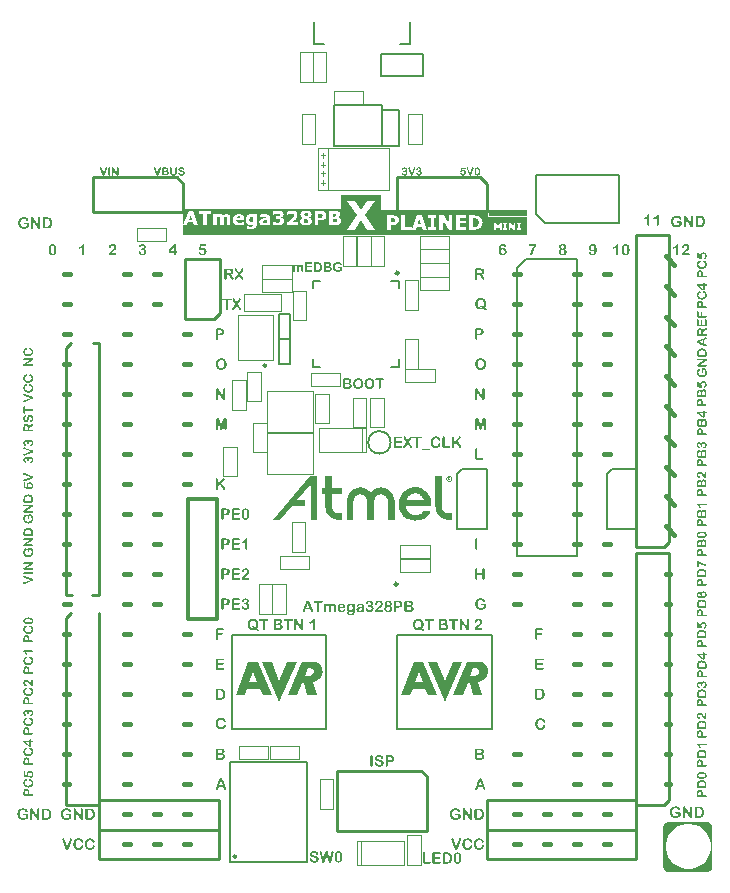
<source format=gto>
G04 Layer_Color=65535*
%FSLAX43Y43*%
%MOMM*%
G71*
G01*
G75*
%ADD10C,0.200*%
%ADD13C,0.300*%
%ADD14C,0.250*%
%ADD15C,0.400*%
%ADD43C,0.150*%
%ADD66C,0.254*%
%ADD67C,0.100*%
%ADD68C,0.050*%
%ADD69R,3.248X0.599*%
G36*
X58582Y5716D02*
X58604Y5715D01*
X58631Y5712D01*
X58659Y5710D01*
X58687Y5705D01*
X58714Y5698D01*
X58715D01*
X58716Y5697D01*
X58720Y5696D01*
X58725Y5694D01*
X58739Y5691D01*
X58756Y5683D01*
X58776Y5674D01*
X58796Y5663D01*
X58819Y5649D01*
X58841Y5631D01*
X58842Y5630D01*
X58847Y5625D01*
X58855Y5618D01*
X58864Y5607D01*
X58875Y5594D01*
X58888Y5578D01*
X58900Y5559D01*
X58914Y5536D01*
X58928Y5510D01*
X58941Y5482D01*
X58954Y5451D01*
X58965Y5416D01*
X58974Y5378D01*
X58982Y5338D01*
X58987Y5294D01*
X58988Y5247D01*
Y5246D01*
Y5244D01*
Y5240D01*
Y5233D01*
Y5226D01*
X58987Y5217D01*
Y5197D01*
X58984Y5173D01*
X58982Y5147D01*
X58978Y5119D01*
X58973Y5093D01*
Y5091D01*
X58971Y5090D01*
Y5086D01*
X58970Y5081D01*
X58966Y5067D01*
X58961Y5051D01*
X58955Y5032D01*
X58947Y5010D01*
X58937Y4988D01*
X58927Y4967D01*
X58926Y4964D01*
X58922Y4958D01*
X58914Y4946D01*
X58905Y4934D01*
X58894Y4917D01*
X58881Y4901D01*
X58866Y4883D01*
X58848Y4866D01*
X58847Y4865D01*
X58842Y4861D01*
X58834Y4855D01*
X58824Y4847D01*
X58811Y4839D01*
X58797Y4830D01*
X58781Y4819D01*
X58764Y4812D01*
X58762Y4811D01*
X58757Y4808D01*
X58748Y4805D01*
X58735Y4800D01*
X58721Y4795D01*
X58705Y4792D01*
X58687Y4786D01*
X58668Y4783D01*
X58665D01*
X58659Y4781D01*
X58649Y4780D01*
X58635Y4779D01*
X58617Y4778D01*
X58598Y4776D01*
X58576Y4775D01*
X58295D01*
X58286Y4776D01*
X58274Y4778D01*
X58249Y4781D01*
X58236Y4785D01*
X58225Y4790D01*
X58223Y4792D01*
X58221Y4793D01*
X58216Y4797D01*
X58211Y4802D01*
X58204Y4808D01*
X58199Y4814D01*
X58194Y4823D01*
X58190Y4833D01*
Y4835D01*
X58189Y4839D01*
X58188Y4845D01*
X58187Y4854D01*
X58185Y4865D01*
X58184Y4878D01*
X58183Y4892D01*
Y4908D01*
Y5599D01*
Y5601D01*
Y5602D01*
Y5609D01*
X58184Y5621D01*
X58187Y5634D01*
X58189Y5649D01*
X58194Y5664D01*
X58201Y5678D01*
X58209Y5689D01*
X58211Y5691D01*
X58215Y5693D01*
X58222Y5698D01*
X58231Y5703D01*
X58244Y5708D01*
X58259Y5714D01*
X58277Y5716D01*
X58298Y5717D01*
X58573D01*
X58582Y5716D01*
D02*
G37*
G36*
X58653Y30051D02*
X58663Y30050D01*
X58675Y30048D01*
X58688Y30045D01*
X58702Y30042D01*
X58717Y30039D01*
X58732Y30033D01*
X58747Y30027D01*
X58763Y30020D01*
X58778Y30011D01*
X58793Y30001D01*
X58806Y29989D01*
X58819Y29976D01*
X58820Y29975D01*
X58821Y29973D01*
X58824Y29969D01*
X58828Y29962D01*
X58833Y29954D01*
X58838Y29945D01*
X58845Y29933D01*
X58850Y29920D01*
X58855Y29905D01*
X58862Y29887D01*
X58867Y29869D01*
X58872Y29850D01*
X58876Y29827D01*
X58878Y29804D01*
X58880Y29778D01*
X58881Y29751D01*
Y29602D01*
X59117D01*
X59126Y29601D01*
X59137Y29598D01*
X59149Y29596D01*
X59162Y29592D01*
X59172Y29586D01*
X59183Y29578D01*
X59184Y29577D01*
X59188Y29574D01*
X59191Y29569D01*
X59195Y29563D01*
X59200Y29554D01*
X59204Y29544D01*
X59207Y29532D01*
X59208Y29521D01*
Y29520D01*
Y29514D01*
X59207Y29508D01*
X59205Y29499D01*
X59202Y29490D01*
X59197Y29479D01*
X59192Y29470D01*
X59183Y29461D01*
X59182Y29460D01*
X59179Y29458D01*
X59172Y29455D01*
X59165Y29450D01*
X59155Y29446D01*
X59142Y29443D01*
X59127Y29441D01*
X59111Y29439D01*
X58483D01*
X58473Y29441D01*
X58461Y29443D01*
X58450Y29445D01*
X58437Y29449D01*
X58425Y29456D01*
X58415Y29463D01*
X58414Y29464D01*
X58412Y29468D01*
X58407Y29474D01*
X58403Y29483D01*
X58399Y29494D01*
X58394Y29508D01*
X58392Y29524D01*
X58391Y29542D01*
Y29751D01*
Y29752D01*
Y29755D01*
Y29760D01*
Y29766D01*
Y29774D01*
X58392Y29782D01*
X58393Y29803D01*
X58394Y29827D01*
X58398Y29851D01*
X58401Y29873D01*
X58406Y29894D01*
Y29895D01*
X58407Y29896D01*
X58408Y29903D01*
X58412Y29911D01*
X58417Y29923D01*
X58423Y29936D01*
X58431Y29950D01*
X58441Y29964D01*
X58452Y29978D01*
X58453Y29979D01*
X58457Y29984D01*
X58464Y29990D01*
X58473Y29999D01*
X58484Y30007D01*
X58498Y30016D01*
X58513Y30025D01*
X58530Y30032D01*
X58532Y30033D01*
X58537Y30036D01*
X58547Y30039D01*
X58560Y30042D01*
X58575Y30045D01*
X58592Y30049D01*
X58612Y30051D01*
X58632Y30052D01*
X58644D01*
X58653Y30051D01*
D02*
G37*
G36*
X58983Y30854D02*
X58989Y30853D01*
X59006Y30850D01*
X59025Y30846D01*
X59045Y30841D01*
X59066Y30832D01*
X59087Y30820D01*
X59088D01*
X59089Y30819D01*
X59096Y30814D01*
X59105Y30806D01*
X59117Y30795D01*
X59130Y30782D01*
X59143Y30766D01*
X59156Y30748D01*
X59167Y30727D01*
X59168Y30725D01*
X59169Y30721D01*
X59172Y30713D01*
X59176Y30703D01*
X59179Y30690D01*
X59182Y30676D01*
X59185Y30660D01*
X59189Y30643D01*
Y30640D01*
X59190Y30634D01*
X59191Y30624D01*
Y30611D01*
X59192Y30595D01*
X59193Y30576D01*
X59194Y30554D01*
Y30531D01*
Y30286D01*
Y30285D01*
Y30283D01*
Y30277D01*
X59193Y30267D01*
X59191Y30256D01*
X59189Y30243D01*
X59184Y30231D01*
X59178Y30220D01*
X59170Y30210D01*
X59169Y30209D01*
X59166Y30207D01*
X59159Y30202D01*
X59152Y30199D01*
X59141Y30195D01*
X59128Y30190D01*
X59113Y30188D01*
X59094Y30187D01*
X58483D01*
X58473Y30188D01*
X58463Y30190D01*
X58450Y30193D01*
X58437Y30197D01*
X58425Y30202D01*
X58415Y30210D01*
X58414Y30211D01*
X58412Y30214D01*
X58407Y30221D01*
X58403Y30228D01*
X58399Y30239D01*
X58394Y30252D01*
X58392Y30267D01*
X58391Y30286D01*
Y30546D01*
Y30547D01*
Y30549D01*
Y30552D01*
Y30556D01*
Y30567D01*
X58392Y30580D01*
X58393Y30596D01*
X58394Y30612D01*
X58397Y30630D01*
X58399Y30646D01*
Y30648D01*
X58400Y30653D01*
X58402Y30661D01*
X58405Y30671D01*
X58408Y30683D01*
X58413Y30696D01*
X58419Y30709D01*
X58426Y30722D01*
X58427Y30723D01*
X58429Y30726D01*
X58432Y30731D01*
X58438Y30739D01*
X58444Y30747D01*
X58452Y30754D01*
X58469Y30771D01*
X58470Y30772D01*
X58473Y30775D01*
X58479Y30779D01*
X58486Y30783D01*
X58494Y30789D01*
X58504Y30795D01*
X58526Y30805D01*
X58527Y30806D01*
X58532Y30807D01*
X58538Y30809D01*
X58546Y30811D01*
X58557Y30814D01*
X58568Y30815D01*
X58579Y30817D01*
X58598D01*
X58604Y30816D01*
X58612Y30815D01*
X58623Y30814D01*
X58633Y30810D01*
X58646Y30807D01*
X58659Y30802D01*
X58674Y30795D01*
X58689Y30788D01*
X58704Y30778D01*
X58718Y30766D01*
X58732Y30752D01*
X58745Y30737D01*
X58758Y30718D01*
X58769Y30697D01*
X58770Y30699D01*
X58771Y30703D01*
X58774Y30712D01*
X58778Y30722D01*
X58785Y30734D01*
X58793Y30747D01*
X58801Y30761D01*
X58812Y30776D01*
X58825Y30791D01*
X58839Y30805D01*
X58855Y30818D01*
X58874Y30830D01*
X58893Y30841D01*
X58915Y30848D01*
X58940Y30853D01*
X58966Y30855D01*
X58977D01*
X58983Y30854D01*
D02*
G37*
G36*
X31509Y10076D02*
X31529Y10075D01*
X31553Y10072D01*
X31579Y10069D01*
X31604Y10063D01*
X31628Y10056D01*
X31629D01*
X31631Y10055D01*
X31638Y10052D01*
X31651Y10047D01*
X31665Y10041D01*
X31681Y10032D01*
X31699Y10022D01*
X31717Y10010D01*
X31733Y9997D01*
X31735Y9996D01*
X31740Y9991D01*
X31747Y9985D01*
X31756Y9975D01*
X31767Y9963D01*
X31777Y9950D01*
X31787Y9936D01*
X31794Y9923D01*
X31796Y9921D01*
X31797Y9916D01*
X31801Y9909D01*
X31805Y9898D01*
X31807Y9887D01*
X31811Y9874D01*
X31812Y9860D01*
X31813Y9846D01*
Y9845D01*
Y9840D01*
X31812Y9834D01*
X31811Y9826D01*
X31807Y9816D01*
X31803Y9806D01*
X31797Y9794D01*
X31789Y9784D01*
X31788Y9783D01*
X31786Y9780D01*
X31780Y9775D01*
X31773Y9771D01*
X31764Y9766D01*
X31754Y9761D01*
X31742Y9759D01*
X31730Y9757D01*
X31725D01*
X31718Y9759D01*
X31711Y9760D01*
X31694Y9765D01*
X31687Y9769D01*
X31679Y9774D01*
X31678Y9775D01*
X31676Y9778D01*
X31673Y9782D01*
X31669Y9787D01*
X31662Y9794D01*
X31657Y9804D01*
X31651Y9816D01*
X31643Y9829D01*
X31642Y9831D01*
X31638Y9837D01*
X31633Y9846D01*
X31626Y9859D01*
X31617Y9872D01*
X31606Y9886D01*
X31594Y9898D01*
X31581Y9911D01*
X31580Y9912D01*
X31575Y9916D01*
X31566Y9921D01*
X31553Y9926D01*
X31538Y9931D01*
X31518Y9936D01*
X31493Y9940D01*
X31466Y9942D01*
X31453D01*
X31439Y9940D01*
X31422Y9938D01*
X31403Y9934D01*
X31383Y9928D01*
X31363Y9920D01*
X31345Y9909D01*
X31344Y9907D01*
X31339Y9902D01*
X31331Y9896D01*
X31323Y9887D01*
X31314Y9874D01*
X31308Y9862D01*
X31303Y9846D01*
X31300Y9830D01*
Y9829D01*
Y9825D01*
X31302Y9820D01*
X31303Y9813D01*
X31307Y9798D01*
X31311Y9789D01*
X31316Y9782D01*
X31317Y9780D01*
X31318Y9778D01*
X31322Y9774D01*
X31327Y9770D01*
X31340Y9757D01*
X31358Y9746D01*
X31359D01*
X31363Y9743D01*
X31368Y9741D01*
X31375Y9737D01*
X31392Y9729D01*
X31412Y9722D01*
X31413D01*
X31417Y9721D01*
X31425Y9718D01*
X31434Y9715D01*
X31448Y9713D01*
X31463Y9708D01*
X31482Y9704D01*
X31505Y9698D01*
X31506D01*
X31509Y9696D01*
X31513D01*
X31519Y9695D01*
X31525Y9693D01*
X31533Y9691D01*
X31552Y9686D01*
X31575Y9680D01*
X31599Y9674D01*
X31624Y9666D01*
X31648Y9657D01*
X31650D01*
X31651Y9656D01*
X31655Y9655D01*
X31660Y9653D01*
X31671Y9648D01*
X31687Y9642D01*
X31704Y9634D01*
X31722Y9624D01*
X31741Y9614D01*
X31759Y9602D01*
X31761Y9601D01*
X31767Y9597D01*
X31774Y9590D01*
X31786Y9581D01*
X31797Y9568D01*
X31808Y9554D01*
X31820Y9539D01*
X31830Y9521D01*
X31831Y9519D01*
X31834Y9512D01*
X31838Y9502D01*
X31843Y9488D01*
X31848Y9470D01*
X31852Y9450D01*
X31854Y9426D01*
X31855Y9401D01*
Y9399D01*
Y9397D01*
Y9392D01*
X31854Y9387D01*
Y9379D01*
X31853Y9370D01*
X31850Y9348D01*
X31844Y9324D01*
X31836Y9299D01*
X31826Y9272D01*
X31811Y9246D01*
Y9244D01*
X31808Y9243D01*
X31806Y9239D01*
X31803Y9234D01*
X31792Y9223D01*
X31778Y9208D01*
X31760Y9190D01*
X31737Y9173D01*
X31712Y9155D01*
X31681Y9140D01*
X31680D01*
X31678Y9139D01*
X31673Y9136D01*
X31666Y9134D01*
X31659Y9131D01*
X31648Y9129D01*
X31637Y9125D01*
X31624Y9121D01*
X31610Y9117D01*
X31595Y9115D01*
X31561Y9108D01*
X31523Y9103D01*
X31481Y9102D01*
X31467D01*
X31458Y9103D01*
X31445D01*
X31431Y9105D01*
X31416Y9106D01*
X31399Y9108D01*
X31363Y9115D01*
X31325Y9124D01*
X31286Y9136D01*
X31250Y9154D01*
X31248D01*
X31247Y9155D01*
X31239Y9161D01*
X31228Y9169D01*
X31213Y9181D01*
X31196Y9196D01*
X31178Y9213D01*
X31162Y9233D01*
X31145Y9254D01*
Y9256D01*
X31144Y9257D01*
X31142Y9261D01*
X31139Y9266D01*
X31133Y9277D01*
X31125Y9294D01*
X31118Y9313D01*
X31111Y9333D01*
X31106Y9356D01*
X31105Y9379D01*
Y9380D01*
Y9385D01*
X31106Y9392D01*
X31107Y9399D01*
X31111Y9408D01*
X31115Y9418D01*
X31121Y9428D01*
X31129Y9437D01*
X31130Y9439D01*
X31133Y9441D01*
X31139Y9445D01*
X31145Y9450D01*
X31154Y9455D01*
X31166Y9459D01*
X31177Y9462D01*
X31191Y9463D01*
X31196D01*
X31201Y9462D01*
X31209Y9460D01*
X31217Y9458D01*
X31224Y9454D01*
X31233Y9449D01*
X31241Y9442D01*
X31242Y9441D01*
X31245Y9439D01*
X31248Y9435D01*
X31253Y9428D01*
X31260Y9421D01*
X31265Y9411D01*
X31271Y9399D01*
X31278Y9387D01*
X31279Y9384D01*
X31280Y9379D01*
X31284Y9370D01*
X31289Y9360D01*
X31295Y9348D01*
X31302Y9336D01*
X31308Y9323D01*
X31316Y9310D01*
X31317Y9309D01*
X31319Y9305D01*
X31325Y9300D01*
X31331Y9293D01*
X31340Y9285D01*
X31350Y9276D01*
X31361Y9268D01*
X31375Y9261D01*
X31377Y9260D01*
X31382Y9258D01*
X31391Y9254D01*
X31402Y9252D01*
X31417Y9248D01*
X31434Y9244D01*
X31454Y9243D01*
X31476Y9242D01*
X31483D01*
X31490Y9243D01*
X31497D01*
X31505Y9244D01*
X31525Y9247D01*
X31547Y9252D01*
X31570Y9258D01*
X31593Y9268D01*
X31614Y9281D01*
X31617Y9282D01*
X31623Y9289D01*
X31631Y9296D01*
X31641Y9308D01*
X31651Y9322D01*
X31659Y9340D01*
X31665Y9359D01*
X31667Y9379D01*
Y9381D01*
Y9387D01*
X31666Y9395D01*
X31664Y9406D01*
X31660Y9418D01*
X31655Y9431D01*
X31648Y9444D01*
X31638Y9455D01*
X31637Y9456D01*
X31633Y9460D01*
X31627Y9465D01*
X31618Y9473D01*
X31608Y9479D01*
X31594Y9487D01*
X31580Y9495D01*
X31563Y9501D01*
X31561Y9502D01*
X31556Y9503D01*
X31546Y9507D01*
X31532Y9511D01*
X31514Y9516D01*
X31493Y9521D01*
X31469Y9528D01*
X31443Y9534D01*
X31441D01*
X31438Y9535D01*
X31433Y9536D01*
X31426Y9538D01*
X31417Y9540D01*
X31407Y9543D01*
X31383Y9549D01*
X31356Y9557D01*
X31328Y9567D01*
X31299Y9577D01*
X31272Y9589D01*
X31271D01*
X31270Y9590D01*
X31266Y9592D01*
X31261Y9595D01*
X31248Y9602D01*
X31233Y9611D01*
X31215Y9624D01*
X31198Y9639D01*
X31180Y9657D01*
X31163Y9676D01*
Y9677D01*
X31162Y9679D01*
X31157Y9686D01*
X31151Y9698D01*
X31144Y9714D01*
X31137Y9733D01*
X31130Y9757D01*
X31125Y9784D01*
X31124Y9813D01*
Y9815D01*
Y9817D01*
Y9821D01*
X31125Y9826D01*
X31126Y9841D01*
X31129Y9859D01*
X31134Y9881D01*
X31142Y9903D01*
X31152Y9928D01*
X31166Y9950D01*
Y9952D01*
X31168Y9953D01*
X31173Y9961D01*
X31184Y9972D01*
X31196Y9985D01*
X31214Y10000D01*
X31234Y10016D01*
X31260Y10030D01*
X31288Y10044D01*
X31289D01*
X31292Y10046D01*
X31297Y10047D01*
X31302Y10050D01*
X31309Y10052D01*
X31319Y10055D01*
X31330Y10058D01*
X31342Y10061D01*
X31355Y10063D01*
X31370Y10067D01*
X31402Y10072D01*
X31439Y10076D01*
X31478Y10077D01*
X31500D01*
X31509Y10076D01*
D02*
G37*
G36*
X57897Y5733D02*
X57906Y5730D01*
X57917Y5727D01*
X57928Y5722D01*
X57938Y5715D01*
X57948Y5706D01*
X57949Y5705D01*
X57952Y5701D01*
X57955Y5694D01*
X57961Y5686D01*
X57964Y5673D01*
X57968Y5659D01*
X57971Y5642D01*
X57972Y5623D01*
Y4882D01*
Y4880D01*
Y4877D01*
X57971Y4870D01*
Y4863D01*
X57969Y4854D01*
X57967Y4842D01*
X57959Y4821D01*
X57954Y4808D01*
X57947Y4798D01*
X57939Y4788D01*
X57929Y4778D01*
X57917Y4770D01*
X57903Y4764D01*
X57887Y4760D01*
X57869Y4758D01*
X57860D01*
X57854Y4760D01*
X57839Y4762D01*
X57822Y4766D01*
X57821D01*
X57818Y4767D01*
X57814Y4770D01*
X57809Y4772D01*
X57798Y4779D01*
X57784Y4789D01*
X57783Y4790D01*
X57781Y4792D01*
X57773Y4799D01*
X57762Y4811D01*
X57750Y4826D01*
X57748Y4827D01*
X57747Y4830D01*
X57745Y4833D01*
X57741Y4840D01*
X57731Y4854D01*
X57719Y4870D01*
X57362Y5420D01*
Y4868D01*
Y4865D01*
Y4859D01*
X57361Y4849D01*
X57360Y4837D01*
X57356Y4823D01*
X57352Y4809D01*
X57346Y4797D01*
X57337Y4785D01*
X57336Y4784D01*
X57332Y4781D01*
X57327Y4776D01*
X57319Y4772D01*
X57310Y4767D01*
X57299Y4762D01*
X57286Y4760D01*
X57272Y4758D01*
X57266D01*
X57258Y4760D01*
X57249Y4762D01*
X57239Y4765D01*
X57228Y4770D01*
X57218Y4778D01*
X57207Y4786D01*
X57206Y4788D01*
X57204Y4792D01*
X57200Y4798D01*
X57196Y4807D01*
X57191Y4818D01*
X57187Y4832D01*
X57185Y4849D01*
X57183Y4868D01*
Y5595D01*
Y5598D01*
Y5603D01*
Y5612D01*
X57185Y5622D01*
X57187Y5645D01*
X57190Y5658D01*
X57193Y5668D01*
Y5669D01*
X57196Y5673D01*
X57199Y5678D01*
X57202Y5684D01*
X57209Y5692D01*
X57215Y5700D01*
X57223Y5707D01*
X57233Y5715D01*
X57234Y5716D01*
X57238Y5717D01*
X57244Y5721D01*
X57252Y5725D01*
X57261Y5727D01*
X57271Y5731D01*
X57282Y5733D01*
X57295Y5734D01*
X57304D01*
X57310Y5733D01*
X57324Y5730D01*
X57338Y5725D01*
X57340D01*
X57342Y5724D01*
X57350Y5719D01*
X57360Y5711D01*
X57371Y5702D01*
X57373D01*
X57374Y5700D01*
X57380Y5692D01*
X57389Y5681D01*
X57399Y5665D01*
X57400Y5664D01*
X57402Y5661D01*
X57404Y5658D01*
X57408Y5651D01*
X57418Y5636D01*
X57430Y5618D01*
X57797Y5063D01*
Y5623D01*
Y5625D01*
Y5626D01*
Y5632D01*
X57798Y5642D01*
X57799Y5654D01*
X57802Y5668D01*
X57807Y5682D01*
X57812Y5694D01*
X57820Y5706D01*
X57821Y5707D01*
X57823Y5710D01*
X57828Y5715D01*
X57836Y5720D01*
X57845Y5725D01*
X57856Y5730D01*
X57869Y5733D01*
X57883Y5734D01*
X57889D01*
X57897Y5733D01*
D02*
G37*
G36*
X56614D02*
X56625D01*
X56647Y5731D01*
X56673Y5727D01*
X56701Y5724D01*
X56730Y5717D01*
X56758Y5708D01*
X56759D01*
X56762Y5707D01*
X56765Y5706D01*
X56771Y5703D01*
X56783Y5698D01*
X56801Y5691D01*
X56819Y5682D01*
X56839Y5670D01*
X56859Y5658D01*
X56877Y5644D01*
X56880Y5642D01*
X56885Y5637D01*
X56892Y5630D01*
X56903Y5620D01*
X56914Y5607D01*
X56925Y5593D01*
X56937Y5579D01*
X56946Y5562D01*
X56947Y5561D01*
X56950Y5555D01*
X56953Y5547D01*
X56959Y5537D01*
X56962Y5524D01*
X56966Y5512D01*
X56969Y5499D01*
X56970Y5486D01*
Y5485D01*
Y5480D01*
X56969Y5473D01*
X56966Y5465D01*
X56964Y5454D01*
X56959Y5444D01*
X56952Y5434D01*
X56943Y5424D01*
X56942Y5423D01*
X56938Y5420D01*
X56933Y5416D01*
X56925Y5411D01*
X56915Y5406D01*
X56905Y5402D01*
X56892Y5400D01*
X56879Y5399D01*
X56871D01*
X56866Y5400D01*
X56853Y5402D01*
X56839Y5407D01*
X56838D01*
X56837Y5410D01*
X56828Y5415D01*
X56818Y5424D01*
X56807Y5435D01*
Y5437D01*
X56806Y5438D01*
X56801Y5444D01*
X56795Y5454D01*
X56787Y5467D01*
X56777Y5480D01*
X56767Y5494D01*
X56758Y5508D01*
X56748Y5519D01*
X56746Y5520D01*
X56744Y5524D01*
X56738Y5529D01*
X56730Y5536D01*
X56721Y5543D01*
X56710Y5551D01*
X56697Y5559D01*
X56682Y5566D01*
X56680Y5567D01*
X56674Y5570D01*
X56665Y5573D01*
X56652Y5576D01*
X56637Y5580D01*
X56619Y5584D01*
X56599Y5585D01*
X56576Y5587D01*
X56565D01*
X56552Y5585D01*
X56537Y5584D01*
X56518Y5581D01*
X56499Y5576D01*
X56478Y5571D01*
X56458Y5564D01*
X56456Y5562D01*
X56449Y5560D01*
X56439Y5554D01*
X56428Y5547D01*
X56414Y5537D01*
X56398Y5526D01*
X56383Y5512D01*
X56368Y5496D01*
X56367Y5494D01*
X56362Y5489D01*
X56355Y5480D01*
X56348Y5467D01*
X56339Y5452D01*
X56329Y5433D01*
X56320Y5413D01*
X56312Y5390D01*
Y5388D01*
X56311Y5387D01*
Y5383D01*
X56310Y5378D01*
X56306Y5366D01*
X56303Y5349D01*
X56299Y5329D01*
X56296Y5305D01*
X56294Y5278D01*
X56293Y5250D01*
Y5249D01*
Y5242D01*
Y5233D01*
X56294Y5222D01*
X56296Y5209D01*
X56297Y5193D01*
X56299Y5175D01*
X56302Y5156D01*
X56311Y5114D01*
X56317Y5094D01*
X56325Y5072D01*
X56334Y5052D01*
X56344Y5032D01*
X56355Y5012D01*
X56368Y4995D01*
X56369Y4993D01*
X56372Y4991D01*
X56376Y4987D01*
X56382Y4981D01*
X56390Y4974D01*
X56400Y4967D01*
X56410Y4959D01*
X56424Y4950D01*
X56438Y4943D01*
X56453Y4934D01*
X56471Y4926D01*
X56490Y4920D01*
X56510Y4913D01*
X56533Y4910D01*
X56556Y4907D01*
X56581Y4906D01*
X56593D01*
X56605Y4907D01*
X56622Y4908D01*
X56641Y4910D01*
X56661Y4913D01*
X56683Y4917D01*
X56705Y4922D01*
X56706D01*
X56707Y4924D01*
X56715Y4926D01*
X56726Y4930D01*
X56741Y4935D01*
X56759Y4943D01*
X56779Y4950D01*
X56801Y4960D01*
X56824Y4972D01*
Y5127D01*
X56666D01*
X56658Y5128D01*
X56645Y5129D01*
X56632Y5131D01*
X56618Y5133D01*
X56605Y5137D01*
X56594Y5142D01*
X56593Y5143D01*
X56590Y5146D01*
X56585Y5150D01*
X56581Y5155D01*
X56576Y5162D01*
X56571Y5173D01*
X56569Y5184D01*
X56567Y5197D01*
Y5198D01*
Y5202D01*
X56569Y5208D01*
X56570Y5216D01*
X56572Y5223D01*
X56578Y5232D01*
X56583Y5241D01*
X56590Y5249D01*
X56591Y5250D01*
X56594Y5253D01*
X56599Y5255D01*
X56607Y5260D01*
X56616Y5264D01*
X56626Y5266D01*
X56638Y5269D01*
X56652Y5270D01*
X56884D01*
X56892Y5269D01*
X56904D01*
X56914Y5268D01*
X56937Y5263D01*
X56938D01*
X56942Y5261D01*
X56947Y5259D01*
X56953Y5256D01*
X56960Y5251D01*
X56967Y5246D01*
X56975Y5240D01*
X56981Y5231D01*
X56983Y5230D01*
X56984Y5226D01*
X56986Y5221D01*
X56990Y5213D01*
X56994Y5203D01*
X56997Y5190D01*
X56998Y5175D01*
X56999Y5157D01*
Y4977D01*
Y4976D01*
Y4971D01*
Y4964D01*
X56998Y4955D01*
X56997Y4936D01*
X56994Y4927D01*
X56992Y4919D01*
Y4917D01*
X56990Y4915D01*
X56988Y4911D01*
X56985Y4906D01*
X56978Y4893D01*
X56965Y4879D01*
X56964Y4878D01*
X56961Y4877D01*
X56957Y4873D01*
X56952Y4869D01*
X56945Y4864D01*
X56937Y4859D01*
X56917Y4846D01*
X56915D01*
X56913Y4844D01*
X56908Y4842D01*
X56903Y4839D01*
X56895Y4835D01*
X56886Y4831D01*
X56865Y4821D01*
X56839Y4809D01*
X56811Y4798D01*
X56782Y4788D01*
X56752Y4779D01*
X56750D01*
X56748Y4778D01*
X56744D01*
X56738Y4776D01*
X56730Y4774D01*
X56722Y4772D01*
X56712Y4771D01*
X56701Y4769D01*
X56675Y4765D01*
X56646Y4762D01*
X56614Y4760D01*
X56580Y4758D01*
X56562D01*
X56552Y4760D01*
X56541D01*
X56528Y4761D01*
X56514Y4762D01*
X56484Y4766D01*
X56451Y4772D01*
X56416Y4780D01*
X56382Y4792D01*
X56381D01*
X56378Y4793D01*
X56373Y4795D01*
X56367Y4798D01*
X56359Y4802D01*
X56350Y4805D01*
X56330Y4816D01*
X56306Y4830D01*
X56280Y4846D01*
X56255Y4865D01*
X56230Y4888D01*
X56228Y4889D01*
X56227Y4891D01*
X56223Y4894D01*
X56219Y4899D01*
X56214Y4906D01*
X56208Y4913D01*
X56194Y4931D01*
X56179Y4954D01*
X56162Y4979D01*
X56147Y5009D01*
X56133Y5042D01*
Y5043D01*
X56132Y5046D01*
X56130Y5051D01*
X56128Y5058D01*
X56125Y5066D01*
X56123Y5077D01*
X56119Y5089D01*
X56117Y5101D01*
X56114Y5117D01*
X56110Y5132D01*
X56105Y5166D01*
X56101Y5206D01*
X56100Y5246D01*
Y5247D01*
Y5251D01*
Y5256D01*
Y5265D01*
X56101Y5274D01*
Y5286D01*
X56103Y5298D01*
X56104Y5312D01*
X56108Y5343D01*
X56114Y5377D01*
X56122Y5413D01*
X56132Y5447D01*
Y5448D01*
X56133Y5451D01*
X56136Y5456D01*
X56138Y5462D01*
X56142Y5470D01*
X56146Y5479D01*
X56156Y5500D01*
X56170Y5524D01*
X56186Y5551D01*
X56205Y5576D01*
X56228Y5602D01*
X56230Y5603D01*
X56231Y5604D01*
X56235Y5608D01*
X56240Y5612D01*
X56246Y5617D01*
X56254Y5623D01*
X56271Y5637D01*
X56294Y5654D01*
X56321Y5670D01*
X56350Y5686D01*
X56383Y5700D01*
X56384D01*
X56387Y5701D01*
X56392Y5703D01*
X56400Y5705D01*
X56409Y5707D01*
X56419Y5711D01*
X56430Y5714D01*
X56443Y5717D01*
X56458Y5720D01*
X56473Y5722D01*
X56509Y5729D01*
X56548Y5733D01*
X56590Y5734D01*
X56607D01*
X56614Y5733D01*
D02*
G37*
G36*
X59140Y34089D02*
X59146Y34088D01*
X59153Y34086D01*
X59160Y34083D01*
X59168Y34078D01*
X59176Y34072D01*
X59177Y34071D01*
X59179Y34069D01*
X59181Y34064D01*
X59184Y34059D01*
X59189Y34051D01*
X59191Y34043D01*
X59193Y34032D01*
X59194Y34019D01*
Y33615D01*
Y33613D01*
Y33609D01*
X59193Y33601D01*
X59191Y33591D01*
X59189Y33582D01*
X59185Y33571D01*
X59180Y33560D01*
X59172Y33550D01*
X59171Y33549D01*
X59168Y33547D01*
X59164Y33543D01*
X59157Y33539D01*
X59150Y33535D01*
X59140Y33531D01*
X59129Y33529D01*
X59118Y33528D01*
X59115D01*
X59111Y33529D01*
X59104Y33530D01*
X59097Y33531D01*
X59088Y33534D01*
X59078Y33537D01*
X59066Y33543D01*
X59065Y33544D01*
X59061Y33545D01*
X59056Y33548D01*
X59048Y33552D01*
X59031Y33563D01*
X59023Y33569D01*
X59015Y33575D01*
X59014Y33576D01*
X59012Y33578D01*
X59008Y33583D01*
X59002Y33587D01*
X58996Y33593D01*
X58988Y33601D01*
X58971Y33618D01*
X58951Y33639D01*
X58929Y33661D01*
X58906Y33683D01*
X58886Y33706D01*
X58885Y33707D01*
X58883Y33708D01*
X58880Y33711D01*
X58877Y33716D01*
X58867Y33727D01*
X58856Y33738D01*
X58845Y33753D01*
X58833Y33767D01*
X58822Y33780D01*
X58814Y33790D01*
X58813Y33793D01*
X58809Y33798D01*
X58802Y33806D01*
X58795Y33816D01*
X58785Y33828D01*
X58774Y33840D01*
X58763Y33853D01*
X58751Y33865D01*
X58750Y33866D01*
X58746Y33871D01*
X58740Y33876D01*
X58731Y33882D01*
X58721Y33890D01*
X58710Y33898D01*
X58697Y33904D01*
X58685Y33911D01*
X58684Y33912D01*
X58679Y33913D01*
X58672Y33916D01*
X58664Y33919D01*
X58654Y33921D01*
X58642Y33925D01*
X58630Y33926D01*
X58618Y33927D01*
X58613D01*
X58606Y33926D01*
X58598Y33925D01*
X58588Y33922D01*
X58577Y33919D01*
X58568Y33915D01*
X58557Y33909D01*
X58556Y33908D01*
X58552Y33906D01*
X58547Y33903D01*
X58540Y33898D01*
X58534Y33891D01*
X58526Y33883D01*
X58520Y33875D01*
X58513Y33864D01*
X58512Y33863D01*
X58511Y33859D01*
X58508Y33853D01*
X58505Y33846D01*
X58503Y33836D01*
X58499Y33825D01*
X58498Y33813D01*
X58497Y33801D01*
Y33800D01*
Y33798D01*
Y33795D01*
X58498Y33789D01*
X58500Y33776D01*
X58505Y33760D01*
X58512Y33743D01*
X58518Y33733D01*
X58524Y33723D01*
X58532Y33715D01*
X58539Y33705D01*
X58550Y33696D01*
X58561Y33689D01*
X58563Y33688D01*
X58565Y33687D01*
X58570Y33684D01*
X58575Y33682D01*
X58583Y33679D01*
X58592Y33675D01*
X58605Y33670D01*
X58606Y33669D01*
X58612Y33668D01*
X58618Y33665D01*
X58626Y33662D01*
X58645Y33653D01*
X58654Y33647D01*
X58663Y33641D01*
X58664Y33640D01*
X58666Y33638D01*
X58669Y33635D01*
X58672Y33629D01*
X58676Y33623D01*
X58679Y33614D01*
X58681Y33604D01*
X58682Y33593D01*
Y33592D01*
Y33589D01*
X58681Y33584D01*
X58680Y33577D01*
X58678Y33571D01*
X58675Y33563D01*
X58670Y33556D01*
X58664Y33548D01*
X58663Y33547D01*
X58661Y33545D01*
X58656Y33543D01*
X58651Y33539D01*
X58643Y33535D01*
X58635Y33533D01*
X58625Y33531D01*
X58614Y33530D01*
X58608D01*
X58600Y33531D01*
X58590Y33532D01*
X58578Y33534D01*
X58564Y33537D01*
X58550Y33542D01*
X58535Y33547D01*
X58533Y33548D01*
X58529Y33550D01*
X58520Y33555D01*
X58510Y33560D01*
X58499Y33568D01*
X58486Y33576D01*
X58474Y33586D01*
X58461Y33598D01*
X58460Y33599D01*
X58456Y33604D01*
X58450Y33611D01*
X58442Y33622D01*
X58433Y33634D01*
X58425Y33648D01*
X58416Y33665D01*
X58407Y33683D01*
Y33684D01*
X58406Y33685D01*
X58405Y33689D01*
X58404Y33693D01*
X58401Y33704D01*
X58397Y33718D01*
X58392Y33735D01*
X58389Y33757D01*
X58387Y33780D01*
X58386Y33805D01*
Y33806D01*
Y33808D01*
Y33813D01*
Y33819D01*
X58387Y33826D01*
Y33835D01*
X58389Y33854D01*
X58392Y33877D01*
X58398Y33901D01*
X58404Y33925D01*
X58413Y33947D01*
X58414Y33950D01*
X58416Y33954D01*
X58420Y33961D01*
X58426Y33970D01*
X58432Y33981D01*
X58441Y33993D01*
X58451Y34005D01*
X58461Y34015D01*
X58463Y34017D01*
X58467Y34020D01*
X58473Y34025D01*
X58482Y34032D01*
X58492Y34039D01*
X58504Y34047D01*
X58518Y34054D01*
X58532Y34061D01*
X58534Y34062D01*
X58538Y34063D01*
X58547Y34066D01*
X58557Y34070D01*
X58570Y34072D01*
X58584Y34075D01*
X58599Y34076D01*
X58615Y34077D01*
X58627D01*
X58632Y34076D01*
X58640Y34075D01*
X58656Y34073D01*
X58676Y34069D01*
X58696Y34063D01*
X58718Y34054D01*
X58740Y34043D01*
X58741D01*
X58742Y34041D01*
X58748Y34037D01*
X58759Y34030D01*
X58771Y34021D01*
X58785Y34011D01*
X58799Y33999D01*
X58813Y33986D01*
X58826Y33973D01*
X58827Y33972D01*
X58832Y33967D01*
X58839Y33958D01*
X58850Y33946D01*
X58864Y33930D01*
X58881Y33909D01*
X58902Y33885D01*
X58914Y33872D01*
X58926Y33856D01*
X58927Y33855D01*
X58929Y33853D01*
X58932Y33849D01*
X58936Y33843D01*
X58942Y33837D01*
X58948Y33829D01*
X58964Y33812D01*
X58981Y33793D01*
X58998Y33774D01*
X59015Y33758D01*
X59023Y33750D01*
X59031Y33744D01*
X59032Y33743D01*
X59033Y33742D01*
X59036Y33738D01*
X59040Y33735D01*
X59051Y33727D01*
X59065Y33717D01*
Y34003D01*
Y34005D01*
Y34010D01*
X59066Y34018D01*
X59067Y34027D01*
X59070Y34037D01*
X59073Y34048D01*
X59077Y34059D01*
X59084Y34067D01*
X59085Y34069D01*
X59087Y34071D01*
X59090Y34075D01*
X59096Y34079D01*
X59102Y34083D01*
X59111Y34087D01*
X59119Y34089D01*
X59130Y34090D01*
X59134D01*
X59140Y34089D01*
D02*
G37*
G36*
X58983Y33413D02*
X58989Y33412D01*
X59006Y33410D01*
X59025Y33405D01*
X59045Y33400D01*
X59066Y33391D01*
X59087Y33379D01*
X59088D01*
X59089Y33378D01*
X59096Y33373D01*
X59105Y33365D01*
X59117Y33354D01*
X59130Y33341D01*
X59143Y33325D01*
X59156Y33307D01*
X59167Y33286D01*
X59168Y33284D01*
X59169Y33280D01*
X59172Y33272D01*
X59176Y33262D01*
X59179Y33249D01*
X59182Y33235D01*
X59185Y33219D01*
X59189Y33202D01*
Y33200D01*
X59190Y33193D01*
X59191Y33183D01*
Y33170D01*
X59192Y33154D01*
X59193Y33135D01*
X59194Y33113D01*
Y33090D01*
Y32845D01*
Y32844D01*
Y32843D01*
Y32836D01*
X59193Y32826D01*
X59191Y32816D01*
X59189Y32803D01*
X59184Y32791D01*
X59178Y32779D01*
X59170Y32769D01*
X59169Y32768D01*
X59166Y32766D01*
X59159Y32761D01*
X59152Y32758D01*
X59141Y32754D01*
X59128Y32750D01*
X59113Y32747D01*
X59094Y32746D01*
X58483D01*
X58473Y32747D01*
X58463Y32750D01*
X58450Y32752D01*
X58437Y32756D01*
X58425Y32761D01*
X58415Y32769D01*
X58414Y32770D01*
X58412Y32773D01*
X58407Y32780D01*
X58403Y32787D01*
X58399Y32798D01*
X58394Y32811D01*
X58392Y32826D01*
X58391Y32845D01*
Y33105D01*
Y33107D01*
Y33108D01*
Y33111D01*
Y33115D01*
Y33126D01*
X58392Y33139D01*
X58393Y33155D01*
X58394Y33172D01*
X58397Y33189D01*
X58399Y33205D01*
Y33207D01*
X58400Y33213D01*
X58402Y33220D01*
X58405Y33230D01*
X58408Y33242D01*
X58413Y33255D01*
X58419Y33268D01*
X58426Y33281D01*
X58427Y33282D01*
X58429Y33285D01*
X58432Y33291D01*
X58438Y33298D01*
X58444Y33306D01*
X58452Y33313D01*
X58469Y33331D01*
X58470Y33332D01*
X58473Y33334D01*
X58479Y33338D01*
X58486Y33342D01*
X58494Y33348D01*
X58504Y33354D01*
X58526Y33364D01*
X58527Y33365D01*
X58532Y33366D01*
X58538Y33368D01*
X58546Y33371D01*
X58557Y33373D01*
X58568Y33374D01*
X58579Y33376D01*
X58598D01*
X58604Y33375D01*
X58612Y33374D01*
X58623Y33373D01*
X58633Y33370D01*
X58646Y33366D01*
X58659Y33361D01*
X58674Y33354D01*
X58689Y33347D01*
X58704Y33337D01*
X58718Y33325D01*
X58732Y33311D01*
X58745Y33296D01*
X58758Y33278D01*
X58769Y33256D01*
X58770Y33258D01*
X58771Y33262D01*
X58774Y33271D01*
X58778Y33281D01*
X58785Y33293D01*
X58793Y33306D01*
X58801Y33320D01*
X58812Y33335D01*
X58825Y33350D01*
X58839Y33364D01*
X58855Y33377D01*
X58874Y33389D01*
X58893Y33400D01*
X58915Y33407D01*
X58940Y33412D01*
X58966Y33414D01*
X58977D01*
X58983Y33413D01*
D02*
G37*
G36*
X58834Y28999D02*
X58855D01*
X58879Y28997D01*
X58905Y28995D01*
X58932Y28993D01*
X58957Y28989D01*
X58960D01*
X58964Y28988D01*
X58968Y28986D01*
X58980Y28983D01*
X58996Y28980D01*
X59013Y28975D01*
X59033Y28967D01*
X59053Y28958D01*
X59074Y28949D01*
X59075D01*
X59077Y28946D01*
X59081Y28944D01*
X59085Y28942D01*
X59097Y28933D01*
X59111Y28923D01*
X59127Y28909D01*
X59143Y28891D01*
X59159Y28873D01*
X59174Y28851D01*
Y28850D01*
X59175Y28849D01*
X59177Y28846D01*
X59179Y28841D01*
X59181Y28835D01*
X59184Y28828D01*
X59191Y28813D01*
X59197Y28794D01*
X59203Y28771D01*
X59207Y28746D01*
X59208Y28720D01*
Y28719D01*
Y28717D01*
Y28713D01*
X59207Y28706D01*
Y28700D01*
X59206Y28691D01*
X59203Y28670D01*
X59196Y28648D01*
X59189Y28623D01*
X59177Y28597D01*
X59170Y28585D01*
X59162Y28572D01*
X59161Y28571D01*
X59159Y28569D01*
X59156Y28566D01*
X59153Y28561D01*
X59142Y28549D01*
X59127Y28535D01*
X59109Y28519D01*
X59086Y28502D01*
X59060Y28487D01*
X59031Y28472D01*
X59029Y28471D01*
X59023Y28469D01*
X59013Y28467D01*
X59002Y28463D01*
X58986Y28458D01*
X58969Y28455D01*
X58951Y28451D01*
X58930Y28448D01*
X58928D01*
X58925Y28447D01*
X58920D01*
X58910Y28445D01*
X58894Y28444D01*
X58877Y28442D01*
X58857Y28441D01*
X58835Y28440D01*
X58782D01*
X58761Y28441D01*
X58739Y28442D01*
X58714Y28443D01*
X58688Y28445D01*
X58663Y28449D01*
X58660D01*
X58656Y28450D01*
X58652Y28451D01*
X58639Y28452D01*
X58623Y28455D01*
X58605Y28459D01*
X58586Y28464D01*
X58567Y28469D01*
X58548Y28476D01*
X58547D01*
X58545Y28477D01*
X58541Y28479D01*
X58535Y28482D01*
X58529Y28485D01*
X58521Y28490D01*
X58504Y28500D01*
X58484Y28513D01*
X58464Y28529D01*
X58445Y28548D01*
X58428Y28570D01*
Y28571D01*
X58426Y28573D01*
X58424Y28576D01*
X58422Y28581D01*
X58418Y28587D01*
X58415Y28594D01*
X58411Y28602D01*
X58406Y28611D01*
X58399Y28633D01*
X58392Y28658D01*
X58388Y28686D01*
X58386Y28716D01*
Y28717D01*
Y28718D01*
Y28721D01*
Y28726D01*
X58387Y28736D01*
X58388Y28751D01*
X58390Y28767D01*
X58393Y28783D01*
X58398Y28801D01*
X58404Y28819D01*
Y28820D01*
X58405Y28821D01*
X58407Y28826D01*
X58412Y28835D01*
X58418Y28847D01*
X58426Y28859D01*
X58435Y28873D01*
X58445Y28887D01*
X58458Y28900D01*
X58459Y28901D01*
X58465Y28905D01*
X58472Y28912D01*
X58482Y28920D01*
X58495Y28929D01*
X58510Y28939D01*
X58528Y28949D01*
X58546Y28958D01*
X58547D01*
X58550Y28960D01*
X58556Y28963D01*
X58562Y28965D01*
X58572Y28968D01*
X58584Y28971D01*
X58597Y28976D01*
X58612Y28980D01*
X58629Y28983D01*
X58649Y28988D01*
X58669Y28991D01*
X58692Y28994D01*
X58717Y28996D01*
X58744Y28998D01*
X58772Y29001D01*
X58825D01*
X58834Y28999D01*
D02*
G37*
G36*
X58984Y28333D02*
X58991Y28332D01*
X59007Y28330D01*
X59026Y28325D01*
X59046Y28320D01*
X59068Y28311D01*
X59088Y28299D01*
X59089D01*
X59090Y28298D01*
X59097Y28293D01*
X59106Y28285D01*
X59118Y28274D01*
X59131Y28261D01*
X59144Y28245D01*
X59157Y28227D01*
X59168Y28206D01*
X59169Y28204D01*
X59170Y28200D01*
X59174Y28192D01*
X59177Y28182D01*
X59180Y28170D01*
X59183Y28155D01*
X59187Y28139D01*
X59190Y28122D01*
Y28120D01*
X59191Y28113D01*
X59192Y28104D01*
Y28091D01*
X59193Y28074D01*
X59194Y28055D01*
X59195Y28033D01*
Y28010D01*
Y27765D01*
Y27764D01*
Y27763D01*
Y27756D01*
X59194Y27746D01*
X59192Y27736D01*
X59190Y27723D01*
X59185Y27711D01*
X59179Y27699D01*
X59171Y27689D01*
X59170Y27688D01*
X59167Y27686D01*
X59161Y27682D01*
X59153Y27678D01*
X59142Y27674D01*
X59129Y27670D01*
X59114Y27667D01*
X59096Y27666D01*
X58484D01*
X58475Y27667D01*
X58464Y27670D01*
X58451Y27672D01*
X58438Y27676D01*
X58426Y27682D01*
X58416Y27689D01*
X58415Y27690D01*
X58413Y27693D01*
X58409Y27700D01*
X58404Y27707D01*
X58400Y27718D01*
X58396Y27731D01*
X58393Y27746D01*
X58392Y27765D01*
Y28026D01*
Y28027D01*
Y28028D01*
Y28031D01*
Y28035D01*
Y28046D01*
X58393Y28059D01*
X58394Y28075D01*
X58396Y28092D01*
X58398Y28109D01*
X58400Y28125D01*
Y28127D01*
X58401Y28133D01*
X58403Y28140D01*
X58406Y28150D01*
X58410Y28162D01*
X58414Y28175D01*
X58420Y28188D01*
X58427Y28201D01*
X58428Y28202D01*
X58430Y28205D01*
X58433Y28211D01*
X58439Y28218D01*
X58445Y28226D01*
X58453Y28233D01*
X58470Y28251D01*
X58471Y28252D01*
X58475Y28254D01*
X58480Y28258D01*
X58488Y28263D01*
X58495Y28268D01*
X58505Y28274D01*
X58528Y28284D01*
X58529Y28285D01*
X58533Y28286D01*
X58539Y28289D01*
X58547Y28291D01*
X58558Y28293D01*
X58569Y28294D01*
X58581Y28296D01*
X58599D01*
X58605Y28295D01*
X58613Y28294D01*
X58624Y28293D01*
X58635Y28290D01*
X58648Y28286D01*
X58661Y28281D01*
X58675Y28274D01*
X58690Y28267D01*
X58705Y28257D01*
X58719Y28245D01*
X58733Y28231D01*
X58746Y28216D01*
X58759Y28198D01*
X58770Y28176D01*
X58771Y28178D01*
X58772Y28182D01*
X58775Y28191D01*
X58780Y28201D01*
X58786Y28213D01*
X58794Y28226D01*
X58802Y28240D01*
X58813Y28255D01*
X58826Y28270D01*
X58840Y28284D01*
X58857Y28297D01*
X58875Y28309D01*
X58894Y28320D01*
X58916Y28327D01*
X58941Y28332D01*
X58967Y28334D01*
X58978D01*
X58984Y28333D01*
D02*
G37*
G36*
X58648Y25016D02*
X58658Y25015D01*
X58670Y25012D01*
X58683Y25010D01*
X58697Y25007D01*
X58712Y25004D01*
X58727Y24998D01*
X58742Y24992D01*
X58759Y24985D01*
X58774Y24976D01*
X58788Y24966D01*
X58801Y24954D01*
X58814Y24941D01*
X58815Y24940D01*
X58816Y24938D01*
X58819Y24933D01*
X58823Y24927D01*
X58828Y24919D01*
X58833Y24910D01*
X58840Y24898D01*
X58845Y24885D01*
X58851Y24870D01*
X58857Y24852D01*
X58862Y24834D01*
X58867Y24814D01*
X58871Y24792D01*
X58873Y24769D01*
X58875Y24743D01*
X58876Y24716D01*
Y24567D01*
X59112D01*
X59121Y24566D01*
X59132Y24563D01*
X59144Y24561D01*
X59157Y24557D01*
X59168Y24550D01*
X59178Y24543D01*
X59179Y24542D01*
X59183Y24538D01*
X59186Y24534D01*
X59190Y24528D01*
X59196Y24519D01*
X59199Y24509D01*
X59202Y24497D01*
X59203Y24485D01*
Y24484D01*
Y24479D01*
X59202Y24472D01*
X59200Y24464D01*
X59197Y24455D01*
X59192Y24444D01*
X59187Y24435D01*
X59178Y24426D01*
X59177Y24425D01*
X59174Y24423D01*
X59168Y24419D01*
X59160Y24415D01*
X59150Y24411D01*
X59137Y24408D01*
X59122Y24405D01*
X59106Y24404D01*
X58478D01*
X58469Y24405D01*
X58457Y24408D01*
X58445Y24410D01*
X58432Y24414D01*
X58420Y24421D01*
X58410Y24428D01*
X58409Y24429D01*
X58407Y24432D01*
X58403Y24439D01*
X58398Y24448D01*
X58394Y24458D01*
X58390Y24472D01*
X58387Y24489D01*
X58386Y24507D01*
Y24716D01*
Y24717D01*
Y24720D01*
Y24725D01*
Y24731D01*
Y24739D01*
X58387Y24747D01*
X58388Y24768D01*
X58390Y24792D01*
X58393Y24815D01*
X58396Y24838D01*
X58401Y24859D01*
Y24860D01*
X58403Y24861D01*
X58404Y24867D01*
X58407Y24876D01*
X58412Y24888D01*
X58418Y24901D01*
X58426Y24915D01*
X58436Y24929D01*
X58447Y24943D01*
X58448Y24944D01*
X58452Y24949D01*
X58459Y24955D01*
X58469Y24964D01*
X58479Y24972D01*
X58493Y24981D01*
X58509Y24990D01*
X58525Y24997D01*
X58527Y24998D01*
X58532Y25001D01*
X58542Y25004D01*
X58555Y25007D01*
X58570Y25010D01*
X58588Y25014D01*
X58607Y25016D01*
X58628Y25017D01*
X58640D01*
X58648Y25016D01*
D02*
G37*
G36*
X20192Y25881D02*
X20202D01*
X20225Y25879D01*
X20252Y25875D01*
X20280Y25869D01*
X20308Y25861D01*
X20334Y25851D01*
X20337Y25850D01*
X20342Y25847D01*
X20351Y25842D01*
X20361Y25836D01*
X20374Y25828D01*
X20388Y25818D01*
X20402Y25806D01*
X20414Y25794D01*
X20415Y25792D01*
X20419Y25787D01*
X20426Y25780D01*
X20433Y25770D01*
X20442Y25758D01*
X20451Y25744D01*
X20460Y25728D01*
X20468Y25711D01*
X20469Y25709D01*
X20470Y25704D01*
X20474Y25693D01*
X20478Y25682D01*
X20480Y25667D01*
X20484Y25650D01*
X20485Y25632D01*
X20487Y25613D01*
Y25612D01*
Y25610D01*
Y25606D01*
Y25599D01*
X20485Y25593D01*
X20484Y25584D01*
X20482Y25565D01*
X20476Y25542D01*
X20470Y25518D01*
X20460Y25493D01*
X20446Y25467D01*
Y25466D01*
X20445Y25465D01*
X20440Y25457D01*
X20431Y25444D01*
X20421Y25430D01*
X20409Y25414D01*
X20395Y25397D01*
X20380Y25381D01*
X20365Y25366D01*
X20363Y25364D01*
X20357Y25359D01*
X20347Y25350D01*
X20333Y25338D01*
X20314Y25321D01*
X20290Y25301D01*
X20261Y25277D01*
X20245Y25263D01*
X20228Y25249D01*
X20226Y25248D01*
X20224Y25245D01*
X20219Y25241D01*
X20212Y25236D01*
X20205Y25230D01*
X20196Y25222D01*
X20175Y25204D01*
X20153Y25184D01*
X20131Y25164D01*
X20112Y25143D01*
X20103Y25135D01*
X20095Y25126D01*
X20094Y25124D01*
X20093Y25123D01*
X20089Y25119D01*
X20085Y25114D01*
X20075Y25102D01*
X20064Y25085D01*
X20408D01*
X20417Y25084D01*
X20428Y25083D01*
X20440Y25080D01*
X20452Y25076D01*
X20465Y25071D01*
X20475Y25063D01*
X20476Y25062D01*
X20479Y25060D01*
X20484Y25056D01*
X20489Y25049D01*
X20493Y25042D01*
X20498Y25032D01*
X20501Y25022D01*
X20502Y25009D01*
Y25008D01*
Y25004D01*
X20501Y24997D01*
X20499Y24990D01*
X20497Y24982D01*
X20493Y24973D01*
X20488Y24964D01*
X20480Y24955D01*
X20479Y24954D01*
X20476Y24952D01*
X20471Y24949D01*
X20465Y24945D01*
X20456Y24940D01*
X20446Y24938D01*
X20433Y24935D01*
X20418Y24934D01*
X19937D01*
X19928Y24935D01*
X19916Y24938D01*
X19905Y24940D01*
X19892Y24944D01*
X19880Y24950D01*
X19868Y24959D01*
X19867Y24961D01*
X19864Y24964D01*
X19859Y24969D01*
X19855Y24977D01*
X19850Y24986D01*
X19845Y24997D01*
X19843Y25010D01*
X19841Y25023D01*
Y25024D01*
Y25027D01*
X19843Y25032D01*
X19844Y25039D01*
X19845Y25048D01*
X19849Y25058D01*
X19853Y25070D01*
X19859Y25084D01*
X19860Y25085D01*
X19862Y25090D01*
X19866Y25096D01*
X19871Y25105D01*
X19883Y25126D01*
X19890Y25135D01*
X19897Y25143D01*
X19899Y25145D01*
X19901Y25147D01*
X19906Y25152D01*
X19911Y25159D01*
X19919Y25166D01*
X19928Y25175D01*
X19948Y25196D01*
X19972Y25220D01*
X19998Y25245D01*
X20024Y25272D01*
X20051Y25296D01*
X20052Y25297D01*
X20054Y25298D01*
X20057Y25302D01*
X20062Y25306D01*
X20075Y25317D01*
X20089Y25330D01*
X20106Y25344D01*
X20122Y25358D01*
X20137Y25371D01*
X20150Y25380D01*
X20153Y25381D01*
X20159Y25386D01*
X20168Y25394D01*
X20181Y25403D01*
X20194Y25414D01*
X20208Y25427D01*
X20224Y25439D01*
X20238Y25453D01*
X20239Y25455D01*
X20244Y25460D01*
X20250Y25467D01*
X20258Y25477D01*
X20267Y25489D01*
X20276Y25502D01*
X20283Y25517D01*
X20291Y25531D01*
X20292Y25532D01*
X20294Y25538D01*
X20297Y25546D01*
X20301Y25556D01*
X20304Y25568D01*
X20308Y25582D01*
X20309Y25596D01*
X20310Y25610D01*
Y25611D01*
Y25616D01*
X20309Y25624D01*
X20308Y25634D01*
X20305Y25645D01*
X20301Y25658D01*
X20296Y25669D01*
X20290Y25682D01*
X20288Y25683D01*
X20286Y25687D01*
X20282Y25693D01*
X20276Y25701D01*
X20268Y25709D01*
X20259Y25718D01*
X20249Y25725D01*
X20236Y25733D01*
X20235Y25734D01*
X20230Y25735D01*
X20224Y25739D01*
X20215Y25743D01*
X20203Y25745D01*
X20191Y25749D01*
X20177Y25751D01*
X20163Y25752D01*
X20155D01*
X20149Y25751D01*
X20134Y25748D01*
X20114Y25743D01*
X20094Y25734D01*
X20083Y25728D01*
X20071Y25720D01*
X20061Y25711D01*
X20050Y25702D01*
X20040Y25690D01*
X20031Y25677D01*
X20029Y25674D01*
X20028Y25672D01*
X20026Y25667D01*
X20023Y25660D01*
X20019Y25651D01*
X20014Y25640D01*
X20009Y25625D01*
X20008Y25624D01*
X20007Y25617D01*
X20003Y25610D01*
X19999Y25601D01*
X19989Y25578D01*
X19981Y25568D01*
X19975Y25557D01*
X19974Y25556D01*
X19971Y25554D01*
X19967Y25550D01*
X19961Y25546D01*
X19953Y25542D01*
X19943Y25538D01*
X19932Y25536D01*
X19919Y25535D01*
X19914D01*
X19907Y25536D01*
X19900Y25537D01*
X19892Y25540D01*
X19883Y25544D01*
X19874Y25549D01*
X19866Y25556D01*
X19864Y25557D01*
X19862Y25560D01*
X19859Y25565D01*
X19855Y25571D01*
X19850Y25580D01*
X19848Y25590D01*
X19845Y25602D01*
X19844Y25615D01*
Y25617D01*
Y25622D01*
X19845Y25631D01*
X19847Y25643D01*
X19849Y25657D01*
X19853Y25673D01*
X19858Y25690D01*
X19864Y25707D01*
X19866Y25710D01*
X19868Y25715D01*
X19873Y25725D01*
X19880Y25737D01*
X19888Y25749D01*
X19899Y25764D01*
X19910Y25778D01*
X19924Y25794D01*
X19925Y25795D01*
X19932Y25800D01*
X19939Y25808D01*
X19952Y25817D01*
X19966Y25827D01*
X19982Y25837D01*
X20003Y25847D01*
X20024Y25857D01*
X20026D01*
X20027Y25858D01*
X20031Y25860D01*
X20036Y25861D01*
X20048Y25865D01*
X20065Y25870D01*
X20085Y25875D01*
X20111Y25879D01*
X20137Y25881D01*
X20167Y25883D01*
X20183D01*
X20192Y25881D01*
D02*
G37*
G36*
X58654Y27530D02*
X58664Y27529D01*
X58676Y27527D01*
X58689Y27525D01*
X58703Y27521D01*
X58718Y27518D01*
X58733Y27513D01*
X58748Y27506D01*
X58765Y27500D01*
X58780Y27490D01*
X58794Y27480D01*
X58807Y27468D01*
X58820Y27455D01*
X58821Y27454D01*
X58822Y27452D01*
X58825Y27448D01*
X58829Y27441D01*
X58834Y27434D01*
X58839Y27424D01*
X58846Y27412D01*
X58851Y27399D01*
X58857Y27384D01*
X58863Y27367D01*
X58868Y27348D01*
X58873Y27329D01*
X58877Y27306D01*
X58879Y27283D01*
X58881Y27257D01*
X58882Y27230D01*
Y27081D01*
X59118D01*
X59127Y27080D01*
X59138Y27078D01*
X59150Y27076D01*
X59163Y27071D01*
X59174Y27065D01*
X59184Y27057D01*
X59185Y27056D01*
X59189Y27053D01*
X59192Y27049D01*
X59196Y27042D01*
X59202Y27033D01*
X59205Y27024D01*
X59208Y27012D01*
X59209Y27000D01*
Y26999D01*
Y26993D01*
X59208Y26987D01*
X59206Y26978D01*
X59203Y26970D01*
X59198Y26959D01*
X59193Y26949D01*
X59184Y26940D01*
X59183Y26939D01*
X59180Y26937D01*
X59174Y26934D01*
X59166Y26929D01*
X59156Y26925D01*
X59143Y26922D01*
X59128Y26920D01*
X59112Y26919D01*
X58484D01*
X58475Y26920D01*
X58463Y26922D01*
X58451Y26924D01*
X58438Y26928D01*
X58426Y26935D01*
X58416Y26942D01*
X58415Y26944D01*
X58413Y26947D01*
X58409Y26953D01*
X58404Y26962D01*
X58400Y26973D01*
X58396Y26987D01*
X58393Y27003D01*
X58392Y27021D01*
Y27230D01*
Y27231D01*
Y27235D01*
Y27239D01*
Y27245D01*
Y27253D01*
X58393Y27262D01*
X58394Y27282D01*
X58396Y27306D01*
X58399Y27330D01*
X58402Y27353D01*
X58407Y27373D01*
Y27374D01*
X58409Y27375D01*
X58410Y27382D01*
X58413Y27390D01*
X58418Y27402D01*
X58424Y27415D01*
X58432Y27429D01*
X58442Y27443D01*
X58453Y27458D01*
X58454Y27459D01*
X58458Y27463D01*
X58465Y27469D01*
X58475Y27478D01*
X58485Y27487D01*
X58499Y27495D01*
X58515Y27504D01*
X58531Y27512D01*
X58533Y27513D01*
X58538Y27515D01*
X58548Y27518D01*
X58561Y27521D01*
X58576Y27525D01*
X58594Y27528D01*
X58613Y27530D01*
X58634Y27531D01*
X58646D01*
X58654Y27530D01*
D02*
G37*
G36*
X59116Y31373D02*
X59124Y31372D01*
X59133Y31370D01*
X59153Y31364D01*
X59164Y31361D01*
X59173Y31356D01*
X59183Y31349D01*
X59191Y31343D01*
X59198Y31333D01*
X59204Y31323D01*
X59207Y31311D01*
X59208Y31298D01*
Y31297D01*
Y31293D01*
X59207Y31286D01*
X59205Y31279D01*
X59203Y31270D01*
X59199Y31262D01*
X59194Y31253D01*
X59186Y31244D01*
X59185Y31243D01*
X59182Y31241D01*
X59177Y31238D01*
X59169Y31235D01*
X59160Y31231D01*
X59149Y31228D01*
X59134Y31226D01*
X59119Y31225D01*
X58621D01*
X58622Y31224D01*
X58625Y31218D01*
X58630Y31212D01*
X58637Y31202D01*
X58645Y31191D01*
X58654Y31178D01*
X58664Y31164D01*
X58674Y31149D01*
X58694Y31118D01*
X58703Y31101D01*
X58710Y31086D01*
X58718Y31072D01*
X58723Y31058D01*
X58727Y31046D01*
X58728Y31037D01*
Y31035D01*
Y31032D01*
X58727Y31028D01*
X58725Y31022D01*
X58723Y31017D01*
X58720Y31009D01*
X58716Y31003D01*
X58710Y30995D01*
X58709Y30994D01*
X58707Y30993D01*
X58703Y30990D01*
X58698Y30987D01*
X58692Y30983D01*
X58684Y30981D01*
X58676Y30979D01*
X58667Y30978D01*
X58663D01*
X58657Y30979D01*
X58651Y30980D01*
X58644Y30982D01*
X58638Y30986D01*
X58631Y30990D01*
X58626Y30995D01*
X58625Y30996D01*
X58624Y30999D01*
X58621Y31004D01*
X58617Y31011D01*
X58612Y31019D01*
X58606Y31030D01*
X58600Y31043D01*
X58592Y31058D01*
Y31059D01*
X58591Y31061D01*
X58589Y31065D01*
X58587Y31069D01*
X58580Y31081D01*
X58572Y31096D01*
X58562Y31113D01*
X58551Y31131D01*
X58539Y31148D01*
X58526Y31163D01*
X58525Y31165D01*
X58520Y31170D01*
X58513Y31177D01*
X58504Y31187D01*
X58493Y31198D01*
X58480Y31210D01*
X58465Y31222D01*
X58450Y31233D01*
X58447Y31235D01*
X58443Y31239D01*
X58435Y31244D01*
X58427Y31251D01*
X58417Y31257D01*
X58408Y31264D01*
X58402Y31269D01*
X58397Y31273D01*
X58394Y31276D01*
X58393Y31278D01*
X58391Y31282D01*
X58389Y31286D01*
X58388Y31293D01*
X58386Y31301D01*
Y31309D01*
Y31310D01*
Y31315D01*
X58387Y31319D01*
X58389Y31327D01*
X58391Y31333D01*
X58395Y31342D01*
X58401Y31349D01*
X58408Y31356D01*
X58410Y31357D01*
X58413Y31359D01*
X58418Y31361D01*
X58425Y31365D01*
X58433Y31369D01*
X58444Y31371D01*
X58457Y31373D01*
X58471Y31374D01*
X59109D01*
X59116Y31373D01*
D02*
G37*
G36*
X30843Y10076D02*
X30853Y10074D01*
X30864Y10070D01*
X30876Y10065D01*
X30888Y10058D01*
X30898Y10048D01*
X30899Y10047D01*
X30902Y10043D01*
X30907Y10036D01*
X30912Y10027D01*
X30916Y10014D01*
X30921Y9999D01*
X30923Y9981D01*
X30924Y9961D01*
Y9218D01*
Y9215D01*
Y9208D01*
X30923Y9197D01*
X30921Y9185D01*
X30918Y9171D01*
X30913Y9157D01*
X30907Y9143D01*
X30898Y9130D01*
X30897Y9129D01*
X30893Y9126D01*
X30888Y9121D01*
X30879Y9116D01*
X30869Y9111D01*
X30857Y9106D01*
X30843Y9103D01*
X30828Y9102D01*
X30822D01*
X30813Y9103D01*
X30804Y9106D01*
X30792Y9110D01*
X30781Y9115D01*
X30770Y9121D01*
X30759Y9131D01*
X30758Y9133D01*
X30756Y9136D01*
X30752Y9144D01*
X30747Y9153D01*
X30742Y9166D01*
X30738Y9180D01*
X30735Y9197D01*
X30734Y9218D01*
Y9961D01*
Y9962D01*
Y9963D01*
Y9971D01*
X30735Y9981D01*
X30738Y9994D01*
X30740Y10008D01*
X30744Y10023D01*
X30751Y10036D01*
X30759Y10048D01*
X30761Y10050D01*
X30764Y10053D01*
X30770Y10057D01*
X30778Y10063D01*
X30787Y10069D01*
X30800Y10072D01*
X30813Y10076D01*
X30828Y10077D01*
X30836D01*
X30843Y10076D01*
D02*
G37*
G36*
X32421Y10060D02*
X32445Y10058D01*
X32473Y10057D01*
X32501Y10053D01*
X32527Y10050D01*
X32551Y10043D01*
X32553D01*
X32554Y10042D01*
X32562Y10041D01*
X32572Y10037D01*
X32586Y10030D01*
X32601Y10024D01*
X32617Y10014D01*
X32634Y10003D01*
X32650Y9990D01*
X32652Y9989D01*
X32657Y9983D01*
X32664Y9976D01*
X32675Y9964D01*
X32685Y9952D01*
X32695Y9935D01*
X32705Y9917D01*
X32714Y9898D01*
X32715Y9896D01*
X32718Y9889D01*
X32722Y9878D01*
X32725Y9863D01*
X32729Y9845D01*
X32733Y9825D01*
X32736Y9802D01*
X32737Y9778D01*
Y9776D01*
Y9771D01*
Y9764D01*
X32736Y9754D01*
X32734Y9742D01*
X32732Y9728D01*
X32729Y9713D01*
X32725Y9696D01*
X32722Y9679D01*
X32715Y9661D01*
X32708Y9643D01*
X32700Y9624D01*
X32689Y9606D01*
X32677Y9590D01*
X32663Y9575D01*
X32648Y9559D01*
X32647Y9558D01*
X32644Y9557D01*
X32639Y9553D01*
X32631Y9548D01*
X32622Y9543D01*
X32611Y9536D01*
X32597Y9529D01*
X32582Y9522D01*
X32564Y9516D01*
X32544Y9508D01*
X32522Y9502D01*
X32499Y9497D01*
X32473Y9492D01*
X32446Y9489D01*
X32415Y9487D01*
X32384Y9486D01*
X32208D01*
Y9218D01*
Y9215D01*
Y9209D01*
X32207Y9199D01*
X32205Y9186D01*
X32202Y9172D01*
X32197Y9157D01*
X32189Y9144D01*
X32181Y9131D01*
X32179Y9130D01*
X32175Y9126D01*
X32170Y9122D01*
X32163Y9117D01*
X32153Y9111D01*
X32141Y9107D01*
X32127Y9103D01*
X32113Y9102D01*
X32106D01*
X32098Y9103D01*
X32088Y9106D01*
X32078Y9110D01*
X32065Y9115D01*
X32054Y9121D01*
X32043Y9131D01*
X32042Y9133D01*
X32040Y9136D01*
X32036Y9144D01*
X32031Y9153D01*
X32026Y9164D01*
X32022Y9180D01*
X32019Y9197D01*
X32018Y9216D01*
Y9943D01*
Y9944D01*
Y9945D01*
Y9953D01*
X32019Y9964D01*
X32022Y9978D01*
X32024Y9992D01*
X32029Y10008D01*
X32037Y10022D01*
X32046Y10033D01*
X32047Y10034D01*
X32051Y10037D01*
X32059Y10042D01*
X32069Y10047D01*
X32081Y10052D01*
X32098Y10057D01*
X32117Y10060D01*
X32139Y10061D01*
X32410D01*
X32421Y10060D01*
D02*
G37*
G36*
X58653Y32610D02*
X58663Y32609D01*
X58675Y32607D01*
X58688Y32605D01*
X58702Y32601D01*
X58717Y32598D01*
X58732Y32593D01*
X58747Y32586D01*
X58763Y32580D01*
X58778Y32570D01*
X58793Y32560D01*
X58806Y32548D01*
X58819Y32535D01*
X58820Y32534D01*
X58821Y32532D01*
X58824Y32528D01*
X58828Y32521D01*
X58833Y32514D01*
X58838Y32504D01*
X58845Y32492D01*
X58850Y32479D01*
X58855Y32464D01*
X58862Y32447D01*
X58867Y32428D01*
X58872Y32409D01*
X58876Y32386D01*
X58878Y32363D01*
X58880Y32337D01*
X58881Y32310D01*
Y32161D01*
X59117D01*
X59126Y32160D01*
X59137Y32158D01*
X59149Y32155D01*
X59162Y32151D01*
X59172Y32145D01*
X59183Y32137D01*
X59184Y32136D01*
X59188Y32133D01*
X59191Y32128D01*
X59195Y32122D01*
X59200Y32113D01*
X59204Y32104D01*
X59207Y32092D01*
X59208Y32080D01*
Y32079D01*
Y32073D01*
X59207Y32067D01*
X59205Y32058D01*
X59202Y32049D01*
X59197Y32039D01*
X59192Y32029D01*
X59183Y32020D01*
X59182Y32019D01*
X59179Y32017D01*
X59172Y32014D01*
X59165Y32009D01*
X59155Y32005D01*
X59142Y32002D01*
X59127Y32000D01*
X59111Y31999D01*
X58483D01*
X58473Y32000D01*
X58461Y32002D01*
X58450Y32004D01*
X58437Y32008D01*
X58425Y32015D01*
X58415Y32022D01*
X58414Y32023D01*
X58412Y32027D01*
X58407Y32033D01*
X58403Y32042D01*
X58399Y32053D01*
X58394Y32067D01*
X58392Y32083D01*
X58391Y32101D01*
Y32310D01*
Y32311D01*
Y32315D01*
Y32319D01*
Y32325D01*
Y32333D01*
X58392Y32342D01*
X58393Y32362D01*
X58394Y32386D01*
X58398Y32410D01*
X58401Y32432D01*
X58406Y32453D01*
Y32454D01*
X58407Y32455D01*
X58408Y32462D01*
X58412Y32470D01*
X58417Y32482D01*
X58423Y32495D01*
X58431Y32509D01*
X58441Y32523D01*
X58452Y32537D01*
X58453Y32539D01*
X58457Y32543D01*
X58464Y32549D01*
X58473Y32558D01*
X58484Y32567D01*
X58498Y32575D01*
X58513Y32584D01*
X58530Y32592D01*
X58532Y32593D01*
X58537Y32595D01*
X58547Y32598D01*
X58560Y32601D01*
X58575Y32605D01*
X58592Y32608D01*
X58612Y32610D01*
X58632Y32611D01*
X58644D01*
X58653Y32610D01*
D02*
G37*
G36*
X39969Y3026D02*
X39979D01*
X39990Y3025D01*
X40003Y3024D01*
X40018Y3023D01*
X40050Y3016D01*
X40084Y3009D01*
X40119Y2997D01*
X40153Y2982D01*
X40154D01*
X40157Y2979D01*
X40162Y2977D01*
X40168Y2974D01*
X40176Y2969D01*
X40183Y2964D01*
X40204Y2950D01*
X40227Y2934D01*
X40249Y2915D01*
X40271Y2893D01*
X40290Y2869D01*
Y2868D01*
X40293Y2866D01*
X40295Y2863D01*
X40298Y2858D01*
X40305Y2845D01*
X40314Y2828D01*
X40323Y2808D01*
X40331Y2786D01*
X40336Y2765D01*
X40338Y2742D01*
Y2741D01*
Y2737D01*
X40337Y2730D01*
X40336Y2723D01*
X40332Y2713D01*
X40328Y2704D01*
X40322Y2694D01*
X40314Y2684D01*
X40313Y2682D01*
X40310Y2680D01*
X40305Y2676D01*
X40299Y2671D01*
X40291Y2666D01*
X40281Y2662D01*
X40271Y2659D01*
X40260Y2658D01*
X40253D01*
X40247Y2659D01*
X40239Y2661D01*
X40220Y2666D01*
X40211Y2670D01*
X40204Y2676D01*
X40202Y2677D01*
X40201Y2680D01*
X40197Y2684D01*
X40192Y2690D01*
X40186Y2699D01*
X40180Y2709D01*
X40172Y2722D01*
X40163Y2736D01*
Y2737D01*
X40162Y2738D01*
X40159Y2742D01*
X40157Y2747D01*
X40149Y2760D01*
X40139Y2775D01*
X40125Y2793D01*
X40111Y2811D01*
X40093Y2827D01*
X40075Y2841D01*
X40073Y2842D01*
X40066Y2846D01*
X40055Y2852D01*
X40041Y2859D01*
X40023Y2865D01*
X40002Y2871D01*
X39978Y2875D01*
X39951Y2877D01*
X39939D01*
X39932Y2875D01*
X39922Y2874D01*
X39910Y2871D01*
X39898Y2869D01*
X39884Y2865D01*
X39868Y2860D01*
X39853Y2855D01*
X39838Y2847D01*
X39821Y2838D01*
X39806Y2828D01*
X39791Y2816D01*
X39777Y2803D01*
X39763Y2786D01*
X39762Y2785D01*
X39760Y2783D01*
X39757Y2777D01*
X39753Y2770D01*
X39748Y2761D01*
X39741Y2750D01*
X39735Y2736D01*
X39729Y2720D01*
X39722Y2704D01*
X39716Y2685D01*
X39711Y2663D01*
X39705Y2640D01*
X39701Y2616D01*
X39697Y2590D01*
X39696Y2562D01*
X39694Y2531D01*
Y2530D01*
Y2526D01*
Y2521D01*
Y2513D01*
X39696Y2503D01*
Y2493D01*
X39697Y2480D01*
X39698Y2468D01*
X39702Y2438D01*
X39707Y2408D01*
X39715Y2377D01*
X39725Y2348D01*
Y2347D01*
X39726Y2344D01*
X39729Y2341D01*
X39730Y2337D01*
X39738Y2323D01*
X39748Y2308D01*
X39759Y2290D01*
X39774Y2271D01*
X39791Y2254D01*
X39811Y2239D01*
X39812D01*
X39814Y2238D01*
X39821Y2234D01*
X39833Y2228D01*
X39849Y2221D01*
X39868Y2215D01*
X39891Y2209D01*
X39917Y2205D01*
X39945Y2203D01*
X39952D01*
X39959Y2205D01*
X39965D01*
X39974Y2206D01*
X39993Y2209D01*
X40014Y2214D01*
X40037Y2221D01*
X40061Y2230D01*
X40083Y2244D01*
X40084D01*
X40086Y2247D01*
X40092Y2252D01*
X40102Y2261D01*
X40115Y2275D01*
X40129Y2291D01*
X40144Y2311D01*
X40158Y2336D01*
X40169Y2363D01*
Y2365D01*
X40172Y2370D01*
X40174Y2376D01*
X40178Y2385D01*
X40187Y2405D01*
X40193Y2416D01*
X40200Y2424D01*
X40201Y2426D01*
X40204Y2428D01*
X40207Y2432D01*
X40214Y2437D01*
X40221Y2441D01*
X40232Y2445D01*
X40244Y2447D01*
X40258Y2449D01*
X40263D01*
X40270Y2447D01*
X40277Y2446D01*
X40286Y2442D01*
X40296Y2438D01*
X40307Y2432D01*
X40315Y2424D01*
X40317Y2423D01*
X40319Y2421D01*
X40323Y2416D01*
X40328Y2408D01*
X40333Y2399D01*
X40337Y2389D01*
X40340Y2377D01*
X40341Y2365D01*
Y2362D01*
Y2357D01*
X40340Y2348D01*
X40338Y2336D01*
X40336Y2322D01*
X40331Y2305D01*
X40326Y2287D01*
X40318Y2268D01*
X40317Y2266D01*
X40314Y2259D01*
X40309Y2249D01*
X40301Y2236D01*
X40291Y2220D01*
X40280Y2203D01*
X40265Y2184D01*
X40248Y2165D01*
X40246Y2163D01*
X40239Y2156D01*
X40229Y2148D01*
X40215Y2136D01*
X40199Y2123D01*
X40177Y2109D01*
X40154Y2095D01*
X40127Y2083D01*
X40126D01*
X40124Y2082D01*
X40120Y2080D01*
X40115Y2078D01*
X40107Y2075D01*
X40100Y2073D01*
X40089Y2070D01*
X40078Y2068D01*
X40053Y2062D01*
X40023Y2057D01*
X39990Y2054D01*
X39955Y2052D01*
X39942D01*
X39928Y2054D01*
X39910D01*
X39889Y2056D01*
X39866Y2059D01*
X39842Y2061D01*
X39819Y2066D01*
X39818D01*
X39816Y2068D01*
X39809Y2069D01*
X39797Y2073D01*
X39782Y2076D01*
X39765Y2083D01*
X39746Y2090D01*
X39727Y2099D01*
X39708Y2109D01*
X39706Y2111D01*
X39699Y2115D01*
X39691Y2122D01*
X39678Y2131D01*
X39664Y2142D01*
X39649Y2155D01*
X39633Y2170D01*
X39617Y2188D01*
X39616Y2191D01*
X39611Y2196D01*
X39604Y2205D01*
X39595Y2217D01*
X39585Y2231D01*
X39575Y2249D01*
X39564Y2267D01*
X39553Y2287D01*
Y2289D01*
X39552Y2290D01*
X39550Y2297D01*
X39545Y2309D01*
X39538Y2323D01*
X39532Y2341D01*
X39525Y2361D01*
X39519Y2383D01*
X39514Y2405D01*
Y2407D01*
Y2408D01*
X39513Y2412D01*
X39512Y2417D01*
X39510Y2428D01*
X39508Y2445D01*
X39505Y2465D01*
X39504Y2488D01*
X39501Y2512D01*
Y2537D01*
Y2539D01*
Y2543D01*
Y2549D01*
Y2557D01*
X39503Y2567D01*
Y2578D01*
X39504Y2592D01*
X39505Y2606D01*
X39509Y2638D01*
X39515Y2672D01*
X39523Y2708D01*
X39534Y2742D01*
Y2743D01*
X39536Y2746D01*
X39538Y2751D01*
X39541Y2757D01*
X39545Y2765D01*
X39548Y2774D01*
X39558Y2795D01*
X39572Y2819D01*
X39588Y2845D01*
X39607Y2870D01*
X39628Y2896D01*
X39630Y2897D01*
X39631Y2898D01*
X39635Y2902D01*
X39640Y2906D01*
X39652Y2918D01*
X39669Y2932D01*
X39691Y2948D01*
X39715Y2964D01*
X39743Y2979D01*
X39772Y2993D01*
X39773D01*
X39776Y2995D01*
X39781Y2997D01*
X39787Y2998D01*
X39795Y3001D01*
X39804Y3005D01*
X39814Y3007D01*
X39825Y3011D01*
X39852Y3016D01*
X39882Y3023D01*
X39915Y3026D01*
X39950Y3028D01*
X39961D01*
X39969Y3026D01*
D02*
G37*
G36*
X58659Y37754D02*
X58669Y37753D01*
X58681Y37751D01*
X58694Y37748D01*
X58708Y37745D01*
X58723Y37742D01*
X58738Y37736D01*
X58753Y37730D01*
X58769Y37724D01*
X58785Y37714D01*
X58799Y37704D01*
X58812Y37692D01*
X58825Y37679D01*
X58826Y37678D01*
X58827Y37676D01*
X58830Y37672D01*
X58834Y37665D01*
X58839Y37658D01*
X58844Y37648D01*
X58850Y37636D01*
X58856Y37623D01*
X58861Y37608D01*
X58868Y37590D01*
X58873Y37572D01*
X58878Y37553D01*
X58882Y37530D01*
X58884Y37507D01*
X58886Y37481D01*
X58887Y37454D01*
Y37305D01*
X59123D01*
X59132Y37304D01*
X59143Y37302D01*
X59155Y37299D01*
X59168Y37295D01*
X59178Y37289D01*
X59189Y37281D01*
X59190Y37280D01*
X59194Y37277D01*
X59197Y37272D01*
X59201Y37266D01*
X59206Y37257D01*
X59210Y37247D01*
X59213Y37236D01*
X59214Y37224D01*
Y37223D01*
Y37217D01*
X59213Y37211D01*
X59211Y37202D01*
X59208Y37193D01*
X59203Y37182D01*
X59198Y37173D01*
X59189Y37164D01*
X59188Y37163D01*
X59185Y37161D01*
X59178Y37158D01*
X59171Y37153D01*
X59161Y37149D01*
X59148Y37146D01*
X59133Y37144D01*
X59117Y37142D01*
X58489D01*
X58479Y37144D01*
X58467Y37146D01*
X58456Y37148D01*
X58443Y37152D01*
X58431Y37159D01*
X58421Y37166D01*
X58420Y37167D01*
X58418Y37171D01*
X58413Y37177D01*
X58409Y37186D01*
X58405Y37197D01*
X58400Y37211D01*
X58398Y37227D01*
X58397Y37245D01*
Y37454D01*
Y37455D01*
Y37458D01*
Y37463D01*
Y37469D01*
Y37477D01*
X58398Y37485D01*
X58399Y37506D01*
X58400Y37530D01*
X58404Y37554D01*
X58407Y37576D01*
X58412Y37597D01*
Y37598D01*
X58413Y37599D01*
X58414Y37606D01*
X58418Y37614D01*
X58423Y37626D01*
X58429Y37639D01*
X58437Y37653D01*
X58447Y37667D01*
X58458Y37681D01*
X58459Y37682D01*
X58463Y37687D01*
X58470Y37693D01*
X58479Y37702D01*
X58490Y37711D01*
X58504Y37719D01*
X58519Y37728D01*
X58536Y37735D01*
X58538Y37736D01*
X58543Y37739D01*
X58553Y37742D01*
X58566Y37745D01*
X58581Y37748D01*
X58598Y37752D01*
X58618Y37754D01*
X58638Y37755D01*
X58650D01*
X58659Y37754D01*
D02*
G37*
G36*
X38344Y3026D02*
X38358Y3023D01*
X38374Y3015D01*
X38375D01*
X38377Y3012D01*
X38381Y3010D01*
X38386Y3006D01*
X38396Y2996D01*
X38407Y2982D01*
Y2981D01*
X38409Y2978D01*
X38410Y2974D01*
X38413Y2969D01*
X38417Y2957D01*
X38419Y2941D01*
Y2939D01*
Y2932D01*
X38417Y2922D01*
X38414Y2911D01*
Y2910D01*
X38413Y2908D01*
X38412Y2901D01*
X38408Y2891D01*
X38404Y2878D01*
Y2877D01*
X38403Y2875D01*
X38402Y2868D01*
X38398Y2858D01*
X38394Y2846D01*
X38165Y2230D01*
Y2229D01*
X38163Y2224D01*
X38161Y2217D01*
X38158Y2209D01*
X38154Y2198D01*
X38150Y2187D01*
X38141Y2163D01*
Y2162D01*
X38139Y2158D01*
X38136Y2151D01*
X38132Y2144D01*
X38123Y2126D01*
X38112Y2107D01*
X38111Y2106D01*
X38109Y2103D01*
X38106Y2098D01*
X38101Y2093D01*
X38088Y2080D01*
X38070Y2068D01*
X38069D01*
X38065Y2065D01*
X38060Y2062D01*
X38052Y2060D01*
X38042Y2057D01*
X38032Y2055D01*
X38019Y2054D01*
X38005Y2052D01*
X37999D01*
X37991Y2054D01*
X37982Y2055D01*
X37961Y2059D01*
X37949Y2062D01*
X37939Y2068D01*
X37938Y2069D01*
X37935Y2070D01*
X37930Y2074D01*
X37924Y2078D01*
X37910Y2089D01*
X37896Y2106D01*
X37895Y2107D01*
X37894Y2111D01*
X37891Y2116D01*
X37887Y2122D01*
X37882Y2131D01*
X37878Y2140D01*
X37868Y2163D01*
Y2164D01*
X37866Y2168D01*
X37863Y2174D01*
X37861Y2183D01*
X37857Y2193D01*
X37853Y2205D01*
X37844Y2230D01*
X37619Y2841D01*
Y2842D01*
X37618Y2844D01*
X37615Y2851D01*
X37613Y2861D01*
X37608Y2874D01*
Y2875D01*
X37606Y2877D01*
X37604Y2884D01*
X37601Y2896D01*
X37598Y2908D01*
Y2910D01*
Y2912D01*
X37596Y2920D01*
X37595Y2930D01*
X37594Y2940D01*
Y2941D01*
Y2945D01*
X37595Y2951D01*
X37598Y2960D01*
X37600Y2969D01*
X37604Y2979D01*
X37610Y2990D01*
X37619Y3000D01*
X37620Y3001D01*
X37624Y3004D01*
X37629Y3009D01*
X37637Y3014D01*
X37647Y3019D01*
X37659Y3024D01*
X37671Y3026D01*
X37685Y3028D01*
X37693D01*
X37702Y3026D01*
X37713Y3024D01*
X37725Y3020D01*
X37736Y3015D01*
X37746Y3007D01*
X37755Y2997D01*
X37756Y2996D01*
X37759Y2991D01*
X37763Y2984D01*
X37768Y2974D01*
X37774Y2960D01*
X37780Y2944D01*
X37788Y2925D01*
X37796Y2902D01*
X38009Y2269D01*
X38224Y2906D01*
X38225Y2908D01*
X38226Y2915D01*
X38229Y2922D01*
X38233Y2934D01*
X38242Y2957D01*
X38244Y2967D01*
X38248Y2976D01*
Y2977D01*
X38249Y2979D01*
X38252Y2983D01*
X38254Y2988D01*
X38263Y3000D01*
X38276Y3011D01*
X38277Y3012D01*
X38280Y3014D01*
X38283Y3016D01*
X38290Y3020D01*
X38297Y3023D01*
X38306Y3025D01*
X38316Y3026D01*
X38329Y3028D01*
X38338D01*
X38344Y3026D01*
D02*
G37*
G36*
X38993D02*
X39004D01*
X39015Y3025D01*
X39028Y3024D01*
X39043Y3023D01*
X39075Y3016D01*
X39109Y3009D01*
X39143Y2997D01*
X39177Y2982D01*
X39179D01*
X39181Y2979D01*
X39186Y2977D01*
X39193Y2974D01*
X39200Y2969D01*
X39208Y2964D01*
X39228Y2950D01*
X39251Y2934D01*
X39274Y2915D01*
X39296Y2893D01*
X39315Y2869D01*
Y2868D01*
X39317Y2866D01*
X39320Y2863D01*
X39322Y2858D01*
X39330Y2845D01*
X39339Y2828D01*
X39348Y2808D01*
X39355Y2786D01*
X39360Y2765D01*
X39363Y2742D01*
Y2741D01*
Y2737D01*
X39362Y2730D01*
X39360Y2723D01*
X39357Y2713D01*
X39353Y2704D01*
X39346Y2694D01*
X39339Y2684D01*
X39338Y2682D01*
X39335Y2680D01*
X39330Y2676D01*
X39324Y2671D01*
X39316Y2666D01*
X39306Y2662D01*
X39296Y2659D01*
X39284Y2658D01*
X39278D01*
X39271Y2659D01*
X39264Y2661D01*
X39245Y2666D01*
X39236Y2670D01*
X39228Y2676D01*
X39227Y2677D01*
X39226Y2680D01*
X39222Y2684D01*
X39217Y2690D01*
X39211Y2699D01*
X39204Y2709D01*
X39197Y2722D01*
X39188Y2736D01*
Y2737D01*
X39186Y2738D01*
X39184Y2742D01*
X39181Y2747D01*
X39174Y2760D01*
X39164Y2775D01*
X39150Y2793D01*
X39136Y2811D01*
X39118Y2827D01*
X39100Y2841D01*
X39097Y2842D01*
X39091Y2846D01*
X39080Y2852D01*
X39066Y2859D01*
X39048Y2865D01*
X39026Y2871D01*
X39002Y2875D01*
X38976Y2877D01*
X38964D01*
X38957Y2875D01*
X38946Y2874D01*
X38935Y2871D01*
X38922Y2869D01*
X38908Y2865D01*
X38893Y2860D01*
X38878Y2855D01*
X38863Y2847D01*
X38846Y2838D01*
X38831Y2828D01*
X38816Y2816D01*
X38802Y2803D01*
X38788Y2786D01*
X38786Y2785D01*
X38785Y2783D01*
X38781Y2777D01*
X38777Y2770D01*
X38772Y2761D01*
X38766Y2750D01*
X38760Y2736D01*
X38753Y2720D01*
X38747Y2704D01*
X38741Y2685D01*
X38736Y2663D01*
X38729Y2640D01*
X38725Y2616D01*
X38722Y2590D01*
X38720Y2562D01*
X38719Y2531D01*
Y2530D01*
Y2526D01*
Y2521D01*
Y2513D01*
X38720Y2503D01*
Y2493D01*
X38722Y2480D01*
X38723Y2468D01*
X38727Y2438D01*
X38732Y2408D01*
X38739Y2377D01*
X38750Y2348D01*
Y2347D01*
X38751Y2344D01*
X38753Y2341D01*
X38755Y2337D01*
X38762Y2323D01*
X38772Y2308D01*
X38784Y2290D01*
X38799Y2271D01*
X38816Y2254D01*
X38836Y2239D01*
X38837D01*
X38838Y2238D01*
X38846Y2234D01*
X38857Y2228D01*
X38874Y2221D01*
X38893Y2215D01*
X38916Y2209D01*
X38941Y2205D01*
X38969Y2203D01*
X38977D01*
X38983Y2205D01*
X38990D01*
X38998Y2206D01*
X39017Y2209D01*
X39039Y2214D01*
X39062Y2221D01*
X39086Y2230D01*
X39108Y2244D01*
X39109D01*
X39110Y2247D01*
X39117Y2252D01*
X39127Y2261D01*
X39139Y2275D01*
X39153Y2291D01*
X39169Y2311D01*
X39183Y2336D01*
X39194Y2363D01*
Y2365D01*
X39197Y2370D01*
X39199Y2376D01*
X39203Y2385D01*
X39212Y2405D01*
X39218Y2416D01*
X39224Y2424D01*
X39226Y2426D01*
X39228Y2428D01*
X39232Y2432D01*
X39238Y2437D01*
X39246Y2441D01*
X39256Y2445D01*
X39269Y2447D01*
X39283Y2449D01*
X39288D01*
X39294Y2447D01*
X39302Y2446D01*
X39311Y2442D01*
X39321Y2438D01*
X39331Y2432D01*
X39340Y2424D01*
X39341Y2423D01*
X39344Y2421D01*
X39348Y2416D01*
X39353Y2408D01*
X39358Y2399D01*
X39362Y2389D01*
X39364Y2377D01*
X39365Y2365D01*
Y2362D01*
Y2357D01*
X39364Y2348D01*
X39363Y2336D01*
X39360Y2322D01*
X39355Y2305D01*
X39350Y2287D01*
X39343Y2268D01*
X39341Y2266D01*
X39339Y2259D01*
X39334Y2249D01*
X39326Y2236D01*
X39316Y2220D01*
X39304Y2203D01*
X39289Y2184D01*
X39273Y2165D01*
X39270Y2163D01*
X39264Y2156D01*
X39254Y2148D01*
X39240Y2136D01*
X39223Y2123D01*
X39202Y2109D01*
X39179Y2095D01*
X39152Y2083D01*
X39151D01*
X39148Y2082D01*
X39144Y2080D01*
X39139Y2078D01*
X39132Y2075D01*
X39124Y2073D01*
X39114Y2070D01*
X39103Y2068D01*
X39077Y2062D01*
X39048Y2057D01*
X39015Y2054D01*
X38979Y2052D01*
X38967D01*
X38953Y2054D01*
X38935D01*
X38913Y2056D01*
X38890Y2059D01*
X38866Y2061D01*
X38843Y2066D01*
X38842D01*
X38841Y2068D01*
X38833Y2069D01*
X38822Y2073D01*
X38807Y2076D01*
X38790Y2083D01*
X38771Y2090D01*
X38752Y2099D01*
X38733Y2109D01*
X38730Y2111D01*
X38724Y2115D01*
X38715Y2122D01*
X38703Y2131D01*
X38689Y2142D01*
X38673Y2155D01*
X38658Y2170D01*
X38642Y2188D01*
X38640Y2191D01*
X38635Y2196D01*
X38629Y2205D01*
X38620Y2217D01*
X38610Y2231D01*
X38600Y2249D01*
X38588Y2267D01*
X38578Y2287D01*
Y2289D01*
X38577Y2290D01*
X38574Y2297D01*
X38569Y2309D01*
X38563Y2323D01*
X38556Y2341D01*
X38550Y2361D01*
X38544Y2383D01*
X38539Y2405D01*
Y2407D01*
Y2408D01*
X38537Y2412D01*
X38536Y2417D01*
X38535Y2428D01*
X38532Y2445D01*
X38530Y2465D01*
X38529Y2488D01*
X38526Y2512D01*
Y2537D01*
Y2539D01*
Y2543D01*
Y2549D01*
Y2557D01*
X38527Y2567D01*
Y2578D01*
X38529Y2592D01*
X38530Y2606D01*
X38534Y2638D01*
X38540Y2672D01*
X38548Y2708D01*
X38559Y2742D01*
Y2743D01*
X38560Y2746D01*
X38563Y2751D01*
X38565Y2757D01*
X38569Y2765D01*
X38573Y2774D01*
X38583Y2795D01*
X38597Y2819D01*
X38612Y2845D01*
X38631Y2870D01*
X38653Y2896D01*
X38654Y2897D01*
X38656Y2898D01*
X38659Y2902D01*
X38664Y2906D01*
X38677Y2918D01*
X38694Y2932D01*
X38715Y2948D01*
X38739Y2964D01*
X38767Y2979D01*
X38796Y2993D01*
X38798D01*
X38800Y2995D01*
X38805Y2997D01*
X38812Y2998D01*
X38819Y3001D01*
X38828Y3005D01*
X38838Y3007D01*
X38850Y3011D01*
X38876Y3016D01*
X38907Y3023D01*
X38940Y3026D01*
X38974Y3028D01*
X38986D01*
X38993Y3026D01*
D02*
G37*
G36*
X3332Y5550D02*
X3354Y5549D01*
X3381Y5546D01*
X3409Y5544D01*
X3437Y5538D01*
X3464Y5532D01*
X3465D01*
X3466Y5531D01*
X3470Y5530D01*
X3475Y5528D01*
X3489Y5524D01*
X3506Y5517D01*
X3526Y5508D01*
X3546Y5497D01*
X3569Y5483D01*
X3591Y5465D01*
X3592Y5464D01*
X3597Y5458D01*
X3605Y5452D01*
X3614Y5441D01*
X3625Y5428D01*
X3638Y5411D01*
X3650Y5392D01*
X3664Y5370D01*
X3678Y5344D01*
X3691Y5316D01*
X3704Y5284D01*
X3715Y5250D01*
X3724Y5212D01*
X3732Y5171D01*
X3737Y5128D01*
X3738Y5081D01*
Y5080D01*
Y5077D01*
Y5074D01*
Y5067D01*
Y5060D01*
X3737Y5051D01*
Y5030D01*
X3734Y5006D01*
X3732Y4981D01*
X3728Y4953D01*
X3723Y4926D01*
Y4925D01*
X3721Y4924D01*
Y4920D01*
X3720Y4915D01*
X3716Y4901D01*
X3711Y4884D01*
X3705Y4865D01*
X3697Y4844D01*
X3687Y4822D01*
X3677Y4801D01*
X3676Y4798D01*
X3672Y4792D01*
X3664Y4780D01*
X3655Y4768D01*
X3644Y4751D01*
X3631Y4735D01*
X3616Y4717D01*
X3598Y4700D01*
X3597Y4699D01*
X3592Y4695D01*
X3584Y4689D01*
X3574Y4681D01*
X3561Y4672D01*
X3547Y4663D01*
X3531Y4653D01*
X3514Y4646D01*
X3512Y4644D01*
X3507Y4642D01*
X3498Y4639D01*
X3485Y4634D01*
X3471Y4629D01*
X3455Y4625D01*
X3437Y4620D01*
X3418Y4616D01*
X3415D01*
X3409Y4615D01*
X3399Y4614D01*
X3385Y4613D01*
X3367Y4611D01*
X3348Y4610D01*
X3326Y4609D01*
X3045D01*
X3036Y4610D01*
X3024Y4611D01*
X2999Y4615D01*
X2986Y4619D01*
X2975Y4624D01*
X2973Y4625D01*
X2971Y4627D01*
X2966Y4630D01*
X2961Y4635D01*
X2954Y4642D01*
X2949Y4648D01*
X2944Y4657D01*
X2940Y4667D01*
Y4669D01*
X2939Y4672D01*
X2938Y4679D01*
X2937Y4688D01*
X2935Y4699D01*
X2934Y4712D01*
X2933Y4726D01*
Y4742D01*
Y5433D01*
Y5434D01*
Y5436D01*
Y5443D01*
X2934Y5455D01*
X2937Y5467D01*
X2939Y5483D01*
X2944Y5498D01*
X2951Y5512D01*
X2959Y5523D01*
X2961Y5524D01*
X2965Y5527D01*
X2972Y5532D01*
X2981Y5537D01*
X2994Y5542D01*
X3009Y5547D01*
X3027Y5550D01*
X3048Y5551D01*
X3323D01*
X3332Y5550D01*
D02*
G37*
G36*
X2647Y5566D02*
X2656Y5564D01*
X2667Y5561D01*
X2678Y5556D01*
X2688Y5549D01*
X2698Y5540D01*
X2699Y5538D01*
X2702Y5535D01*
X2705Y5528D01*
X2711Y5519D01*
X2714Y5507D01*
X2718Y5493D01*
X2721Y5476D01*
X2722Y5457D01*
Y4716D01*
Y4714D01*
Y4710D01*
X2721Y4704D01*
Y4696D01*
X2719Y4688D01*
X2717Y4676D01*
X2709Y4655D01*
X2704Y4642D01*
X2697Y4632D01*
X2689Y4622D01*
X2679Y4611D01*
X2667Y4604D01*
X2653Y4597D01*
X2637Y4594D01*
X2619Y4592D01*
X2610D01*
X2604Y4594D01*
X2589Y4596D01*
X2572Y4600D01*
X2571D01*
X2568Y4601D01*
X2565Y4604D01*
X2559Y4606D01*
X2548Y4613D01*
X2534Y4623D01*
X2533Y4624D01*
X2531Y4625D01*
X2523Y4633D01*
X2512Y4644D01*
X2500Y4660D01*
X2498Y4661D01*
X2497Y4663D01*
X2495Y4667D01*
X2491Y4674D01*
X2481Y4688D01*
X2469Y4704D01*
X2112Y5254D01*
Y4702D01*
Y4699D01*
Y4693D01*
X2111Y4682D01*
X2110Y4671D01*
X2106Y4657D01*
X2102Y4643D01*
X2096Y4630D01*
X2087Y4619D01*
X2086Y4618D01*
X2082Y4615D01*
X2077Y4610D01*
X2069Y4606D01*
X2060Y4601D01*
X2049Y4596D01*
X2036Y4594D01*
X2022Y4592D01*
X2016D01*
X2008Y4594D01*
X1999Y4596D01*
X1989Y4599D01*
X1978Y4604D01*
X1968Y4611D01*
X1957Y4620D01*
X1956Y4622D01*
X1954Y4625D01*
X1950Y4632D01*
X1946Y4641D01*
X1941Y4652D01*
X1937Y4666D01*
X1935Y4682D01*
X1933Y4702D01*
Y5429D01*
Y5432D01*
Y5437D01*
Y5446D01*
X1935Y5456D01*
X1937Y5479D01*
X1940Y5491D01*
X1943Y5502D01*
Y5503D01*
X1946Y5507D01*
X1949Y5512D01*
X1952Y5518D01*
X1959Y5526D01*
X1965Y5533D01*
X1973Y5541D01*
X1983Y5549D01*
X1984Y5550D01*
X1988Y5551D01*
X1994Y5555D01*
X2002Y5559D01*
X2011Y5561D01*
X2021Y5565D01*
X2032Y5566D01*
X2045Y5568D01*
X2054D01*
X2060Y5566D01*
X2074Y5564D01*
X2088Y5559D01*
X2090D01*
X2092Y5558D01*
X2100Y5552D01*
X2110Y5545D01*
X2121Y5536D01*
X2123D01*
X2124Y5533D01*
X2130Y5526D01*
X2139Y5514D01*
X2149Y5499D01*
X2150Y5498D01*
X2152Y5495D01*
X2154Y5491D01*
X2158Y5485D01*
X2168Y5470D01*
X2180Y5452D01*
X2547Y4897D01*
Y5457D01*
Y5458D01*
Y5460D01*
Y5466D01*
X2548Y5476D01*
X2549Y5488D01*
X2552Y5502D01*
X2557Y5516D01*
X2562Y5528D01*
X2570Y5540D01*
X2571Y5541D01*
X2573Y5544D01*
X2578Y5549D01*
X2586Y5554D01*
X2595Y5559D01*
X2606Y5564D01*
X2619Y5566D01*
X2633Y5568D01*
X2639D01*
X2647Y5566D01*
D02*
G37*
G36*
X58937Y41735D02*
X58946Y41734D01*
X58965Y41731D01*
X58987Y41727D01*
X59012Y41721D01*
X59038Y41712D01*
X59063Y41700D01*
X59064D01*
X59066Y41698D01*
X59069Y41697D01*
X59073Y41694D01*
X59085Y41685D01*
X59099Y41674D01*
X59117Y41659D01*
X59133Y41642D01*
X59150Y41621D01*
X59165Y41597D01*
Y41596D01*
X59166Y41594D01*
X59169Y41591D01*
X59171Y41585D01*
X59174Y41579D01*
X59177Y41571D01*
X59181Y41563D01*
X59184Y41553D01*
X59191Y41530D01*
X59197Y41504D01*
X59201Y41474D01*
X59203Y41442D01*
Y41441D01*
Y41438D01*
Y41433D01*
X59202Y41426D01*
Y41418D01*
X59201Y41408D01*
X59200Y41397D01*
X59199Y41385D01*
X59195Y41360D01*
X59188Y41333D01*
X59179Y41307D01*
X59168Y41282D01*
Y41281D01*
X59165Y41280D01*
X59164Y41277D01*
X59161Y41273D01*
X59153Y41262D01*
X59144Y41249D01*
X59132Y41235D01*
X59118Y41221D01*
X59103Y41207D01*
X59085Y41196D01*
X59084D01*
X59083Y41195D01*
X59078Y41191D01*
X59068Y41188D01*
X59057Y41184D01*
X59044Y41178D01*
X59030Y41175D01*
X59016Y41172D01*
X59002Y41171D01*
X58999D01*
X58994Y41172D01*
X58989Y41173D01*
X58984Y41175D01*
X58976Y41178D01*
X58970Y41183D01*
X58962Y41188D01*
X58961Y41189D01*
X58959Y41191D01*
X58955Y41196D01*
X58952Y41201D01*
X58949Y41208D01*
X58946Y41215D01*
X58944Y41224D01*
X58942Y41234D01*
Y41236D01*
X58944Y41241D01*
X58946Y41249D01*
X58949Y41260D01*
X58955Y41270D01*
X58965Y41281D01*
X58971Y41287D01*
X58978Y41292D01*
X58986Y41297D01*
X58996Y41302D01*
X58998Y41303D01*
X59003Y41306D01*
X59013Y41310D01*
X59024Y41317D01*
X59036Y41326D01*
X59047Y41335D01*
X59060Y41347D01*
X59071Y41360D01*
X59072Y41362D01*
X59076Y41367D01*
X59080Y41374D01*
X59084Y41385D01*
X59090Y41397D01*
X59094Y41412D01*
X59097Y41427D01*
X59098Y41445D01*
Y41447D01*
Y41452D01*
X59097Y41460D01*
X59095Y41470D01*
X59093Y41481D01*
X59090Y41493D01*
X59084Y41506D01*
X59077Y41518D01*
X59076Y41519D01*
X59072Y41524D01*
X59068Y41529D01*
X59062Y41537D01*
X59053Y41544D01*
X59042Y41553D01*
X59030Y41560D01*
X59017Y41568D01*
X59015Y41569D01*
X59011Y41571D01*
X59002Y41573D01*
X58991Y41577D01*
X58978Y41580D01*
X58964Y41583D01*
X58947Y41584D01*
X58930Y41585D01*
X58921D01*
X58911Y41584D01*
X58898Y41583D01*
X58884Y41581D01*
X58869Y41577D01*
X58854Y41572D01*
X58840Y41566D01*
X58838Y41565D01*
X58833Y41563D01*
X58827Y41558D01*
X58818Y41553D01*
X58809Y41545D01*
X58800Y41537D01*
X58791Y41527D01*
X58783Y41516D01*
X58782Y41515D01*
X58780Y41511D01*
X58778Y41504D01*
X58774Y41495D01*
X58770Y41486D01*
X58768Y41474D01*
X58766Y41461D01*
X58765Y41447D01*
Y41445D01*
Y41439D01*
X58766Y41431D01*
Y41421D01*
X58770Y41398D01*
X58773Y41387D01*
X58777Y41379D01*
Y41378D01*
X58779Y41375D01*
X58782Y41370D01*
X58787Y41365D01*
X58792Y41356D01*
X58800Y41346D01*
X58808Y41334D01*
X58818Y41321D01*
X58819Y41319D01*
X58822Y41315D01*
X58827Y41308D01*
X58832Y41300D01*
X58838Y41289D01*
X58842Y41279D01*
X58845Y41268D01*
X58846Y41259D01*
Y41257D01*
Y41254D01*
X58845Y41249D01*
X58844Y41242D01*
X58842Y41235D01*
X58838Y41227D01*
X58833Y41218D01*
X58827Y41210D01*
X58826Y41209D01*
X58823Y41207D01*
X58819Y41203D01*
X58814Y41200D01*
X58807Y41196D01*
X58800Y41193D01*
X58791Y41190D01*
X58782Y41189D01*
X58780D01*
X58777Y41190D01*
X58773D01*
X58766Y41193D01*
X58757Y41194D01*
X58746Y41196D01*
X58484Y41242D01*
X58482D01*
X58476Y41243D01*
X58467Y41246D01*
X58457Y41249D01*
X58446Y41252D01*
X58434Y41257D01*
X58423Y41263D01*
X58414Y41270D01*
X58413Y41272D01*
X58411Y41275D01*
X58408Y41279D01*
X58404Y41287D01*
X58399Y41296D01*
X58396Y41308D01*
X58394Y41322D01*
X58393Y41339D01*
Y41627D01*
Y41629D01*
Y41631D01*
Y41635D01*
X58394Y41640D01*
X58396Y41655D01*
X58401Y41671D01*
X58409Y41686D01*
X58414Y41694D01*
X58421Y41700D01*
X58429Y41705D01*
X58437Y41710D01*
X58447Y41712D01*
X58459Y41713D01*
X58463D01*
X58469Y41712D01*
X58475Y41711D01*
X58483Y41708D01*
X58490Y41704D01*
X58498Y41699D01*
X58504Y41691D01*
X58505Y41690D01*
X58506Y41687D01*
X58510Y41683D01*
X58513Y41676D01*
X58516Y41668D01*
X58518Y41657D01*
X58520Y41645D01*
X58522Y41631D01*
Y41370D01*
X58699Y41340D01*
Y41341D01*
X58697Y41343D01*
X58695Y41347D01*
X58693Y41353D01*
X58689Y41359D01*
X58686Y41368D01*
X58677Y41386D01*
X58670Y41408D01*
X58663Y41433D01*
X58659Y41458D01*
X58657Y41483D01*
Y41484D01*
Y41485D01*
Y41491D01*
X58658Y41502D01*
X58659Y41515D01*
X58662Y41530D01*
X58665Y41546D01*
X58671Y41564D01*
X58677Y41581D01*
X58678Y41583D01*
X58681Y41589D01*
X58685Y41597D01*
X58691Y41608D01*
X58699Y41621D01*
X58709Y41634D01*
X58720Y41648D01*
X58731Y41661D01*
X58733Y41662D01*
X58738Y41666D01*
X58744Y41673D01*
X58755Y41681D01*
X58767Y41689D01*
X58781Y41699D01*
X58797Y41708D01*
X58815Y41715D01*
X58817Y41716D01*
X58823Y41718D01*
X58833Y41722D01*
X58845Y41726D01*
X58860Y41729D01*
X58878Y41732D01*
X58897Y41735D01*
X58917Y41736D01*
X58930D01*
X58937Y41735D01*
D02*
G37*
G36*
X58978Y41057D02*
X58985Y41056D01*
X59001Y41054D01*
X59020Y41050D01*
X59040Y41044D01*
X59062Y41036D01*
X59082Y41024D01*
X59083D01*
X59084Y41023D01*
X59091Y41017D01*
X59100Y41010D01*
X59112Y40999D01*
X59125Y40986D01*
X59138Y40970D01*
X59151Y40951D01*
X59162Y40931D01*
X59163Y40929D01*
X59164Y40924D01*
X59168Y40917D01*
X59171Y40907D01*
X59174Y40894D01*
X59177Y40880D01*
X59181Y40864D01*
X59184Y40846D01*
Y40844D01*
X59185Y40838D01*
X59186Y40828D01*
Y40815D01*
X59187Y40799D01*
X59188Y40779D01*
X59189Y40758D01*
Y40735D01*
Y40489D01*
Y40488D01*
Y40487D01*
Y40481D01*
X59188Y40471D01*
X59186Y40460D01*
X59184Y40447D01*
X59179Y40435D01*
X59173Y40423D01*
X59165Y40413D01*
X59164Y40412D01*
X59161Y40410D01*
X59155Y40406D01*
X59147Y40403D01*
X59136Y40398D01*
X59123Y40394D01*
X59108Y40392D01*
X59090Y40391D01*
X58478D01*
X58469Y40392D01*
X58458Y40394D01*
X58445Y40396D01*
X58432Y40400D01*
X58420Y40406D01*
X58410Y40413D01*
X58409Y40415D01*
X58407Y40418D01*
X58403Y40424D01*
X58398Y40432D01*
X58394Y40443D01*
X58390Y40456D01*
X58387Y40471D01*
X58386Y40489D01*
Y40750D01*
Y40751D01*
Y40752D01*
Y40755D01*
Y40760D01*
Y40771D01*
X58387Y40784D01*
X58388Y40800D01*
X58390Y40816D01*
X58392Y40833D01*
X58394Y40850D01*
Y40852D01*
X58395Y40857D01*
X58397Y40865D01*
X58400Y40874D01*
X58404Y40886D01*
X58408Y40899D01*
X58414Y40912D01*
X58421Y40925D01*
X58422Y40926D01*
X58424Y40930D01*
X58427Y40935D01*
X58433Y40943D01*
X58439Y40950D01*
X58447Y40958D01*
X58464Y40975D01*
X58465Y40976D01*
X58469Y40978D01*
X58474Y40983D01*
X58482Y40987D01*
X58489Y40992D01*
X58499Y40999D01*
X58522Y41009D01*
X58523Y41010D01*
X58527Y41011D01*
X58533Y41013D01*
X58541Y41015D01*
X58552Y41017D01*
X58563Y41018D01*
X58575Y41020D01*
X58593D01*
X58599Y41019D01*
X58607Y41018D01*
X58618Y41017D01*
X58629Y41014D01*
X58642Y41011D01*
X58655Y41005D01*
X58669Y40999D01*
X58684Y40991D01*
X58699Y40982D01*
X58713Y40970D01*
X58727Y40956D01*
X58740Y40940D01*
X58753Y40922D01*
X58764Y40900D01*
X58765Y40903D01*
X58766Y40907D01*
X58769Y40916D01*
X58774Y40925D01*
X58780Y40937D01*
X58788Y40950D01*
X58796Y40964D01*
X58807Y40979D01*
X58820Y40995D01*
X58834Y41009D01*
X58851Y41022D01*
X58869Y41033D01*
X58888Y41044D01*
X58910Y41052D01*
X58935Y41056D01*
X58961Y41058D01*
X58972D01*
X58978Y41057D01*
D02*
G37*
G36*
X39950Y5550D02*
X39973Y5549D01*
X40000Y5546D01*
X40028Y5544D01*
X40056Y5538D01*
X40082Y5532D01*
X40084D01*
X40085Y5531D01*
X40089Y5530D01*
X40094Y5528D01*
X40108Y5524D01*
X40124Y5517D01*
X40145Y5508D01*
X40165Y5497D01*
X40188Y5483D01*
X40209Y5465D01*
X40211Y5464D01*
X40216Y5458D01*
X40223Y5452D01*
X40232Y5441D01*
X40244Y5428D01*
X40256Y5411D01*
X40269Y5392D01*
X40283Y5370D01*
X40297Y5344D01*
X40310Y5316D01*
X40322Y5284D01*
X40334Y5250D01*
X40343Y5212D01*
X40350Y5171D01*
X40356Y5128D01*
X40357Y5081D01*
Y5080D01*
Y5077D01*
Y5074D01*
Y5067D01*
Y5060D01*
X40356Y5051D01*
Y5030D01*
X40353Y5006D01*
X40350Y4981D01*
X40347Y4953D01*
X40342Y4926D01*
Y4925D01*
X40340Y4924D01*
Y4920D01*
X40339Y4915D01*
X40335Y4901D01*
X40330Y4884D01*
X40324Y4865D01*
X40316Y4844D01*
X40306Y4822D01*
X40296Y4801D01*
X40295Y4798D01*
X40291Y4792D01*
X40283Y4780D01*
X40274Y4768D01*
X40263Y4751D01*
X40250Y4735D01*
X40235Y4717D01*
X40217Y4700D01*
X40216Y4699D01*
X40211Y4695D01*
X40203Y4689D01*
X40193Y4681D01*
X40180Y4672D01*
X40166Y4663D01*
X40150Y4653D01*
X40133Y4646D01*
X40131Y4644D01*
X40126Y4642D01*
X40117Y4639D01*
X40104Y4634D01*
X40090Y4629D01*
X40074Y4625D01*
X40056Y4620D01*
X40037Y4616D01*
X40034D01*
X40028Y4615D01*
X40018Y4614D01*
X40004Y4613D01*
X39986Y4611D01*
X39967Y4610D01*
X39945Y4609D01*
X39663D01*
X39654Y4610D01*
X39643Y4611D01*
X39618Y4615D01*
X39605Y4619D01*
X39594Y4624D01*
X39592Y4625D01*
X39590Y4627D01*
X39585Y4630D01*
X39580Y4635D01*
X39573Y4642D01*
X39568Y4648D01*
X39563Y4657D01*
X39559Y4667D01*
Y4669D01*
X39558Y4672D01*
X39557Y4679D01*
X39555Y4688D01*
X39554Y4699D01*
X39553Y4712D01*
X39552Y4726D01*
Y4742D01*
Y5433D01*
Y5434D01*
Y5436D01*
Y5443D01*
X39553Y5455D01*
X39555Y5467D01*
X39558Y5483D01*
X39563Y5498D01*
X39569Y5512D01*
X39578Y5523D01*
X39580Y5524D01*
X39583Y5527D01*
X39591Y5532D01*
X39600Y5537D01*
X39613Y5542D01*
X39628Y5547D01*
X39646Y5550D01*
X39667Y5551D01*
X39941D01*
X39950Y5550D01*
D02*
G37*
G36*
X39266Y5566D02*
X39275Y5564D01*
X39286Y5561D01*
X39296Y5556D01*
X39306Y5549D01*
X39317Y5540D01*
X39318Y5538D01*
X39320Y5535D01*
X39324Y5528D01*
X39329Y5519D01*
X39333Y5507D01*
X39337Y5493D01*
X39340Y5476D01*
X39341Y5457D01*
Y4716D01*
Y4714D01*
Y4710D01*
X39340Y4704D01*
Y4696D01*
X39338Y4688D01*
X39336Y4676D01*
X39328Y4655D01*
X39323Y4642D01*
X39315Y4632D01*
X39308Y4622D01*
X39298Y4611D01*
X39286Y4604D01*
X39272Y4597D01*
X39256Y4594D01*
X39238Y4592D01*
X39229D01*
X39223Y4594D01*
X39207Y4596D01*
X39191Y4600D01*
X39190D01*
X39187Y4601D01*
X39183Y4604D01*
X39178Y4606D01*
X39167Y4613D01*
X39153Y4623D01*
X39152Y4624D01*
X39150Y4625D01*
X39141Y4633D01*
X39131Y4644D01*
X39119Y4660D01*
X39117Y4661D01*
X39116Y4663D01*
X39113Y4667D01*
X39110Y4674D01*
X39099Y4688D01*
X39088Y4704D01*
X38731Y5254D01*
Y4702D01*
Y4699D01*
Y4693D01*
X38730Y4682D01*
X38729Y4671D01*
X38725Y4657D01*
X38721Y4643D01*
X38715Y4630D01*
X38706Y4619D01*
X38705Y4618D01*
X38701Y4615D01*
X38696Y4610D01*
X38688Y4606D01*
X38679Y4601D01*
X38668Y4596D01*
X38655Y4594D01*
X38641Y4592D01*
X38635D01*
X38627Y4594D01*
X38618Y4596D01*
X38608Y4599D01*
X38597Y4604D01*
X38586Y4611D01*
X38576Y4620D01*
X38575Y4622D01*
X38572Y4625D01*
X38569Y4632D01*
X38565Y4641D01*
X38560Y4652D01*
X38556Y4666D01*
X38553Y4682D01*
X38552Y4702D01*
Y5429D01*
Y5432D01*
Y5437D01*
Y5446D01*
X38553Y5456D01*
X38556Y5479D01*
X38558Y5491D01*
X38562Y5502D01*
Y5503D01*
X38565Y5507D01*
X38567Y5512D01*
X38571Y5518D01*
X38578Y5526D01*
X38584Y5533D01*
X38591Y5541D01*
X38602Y5549D01*
X38603Y5550D01*
X38607Y5551D01*
X38613Y5555D01*
X38621Y5559D01*
X38630Y5561D01*
X38640Y5565D01*
X38651Y5566D01*
X38664Y5568D01*
X38673D01*
X38679Y5566D01*
X38693Y5564D01*
X38707Y5559D01*
X38708D01*
X38711Y5558D01*
X38718Y5552D01*
X38729Y5545D01*
X38740Y5536D01*
X38741D01*
X38743Y5533D01*
X38749Y5526D01*
X38758Y5514D01*
X38768Y5499D01*
X38769Y5498D01*
X38771Y5495D01*
X38773Y5491D01*
X38777Y5485D01*
X38787Y5470D01*
X38798Y5452D01*
X39166Y4897D01*
Y5457D01*
Y5458D01*
Y5460D01*
Y5466D01*
X39167Y5476D01*
X39168Y5488D01*
X39171Y5502D01*
X39176Y5516D01*
X39181Y5528D01*
X39188Y5540D01*
X39190Y5541D01*
X39192Y5544D01*
X39197Y5549D01*
X39205Y5554D01*
X39214Y5559D01*
X39225Y5564D01*
X39238Y5566D01*
X39252Y5568D01*
X39258D01*
X39266Y5566D01*
D02*
G37*
G36*
X58969Y36602D02*
X58981Y36601D01*
X58996Y36598D01*
X59012Y36595D01*
X59029Y36589D01*
X59047Y36583D01*
X59049Y36582D01*
X59054Y36580D01*
X59063Y36574D01*
X59075Y36568D01*
X59088Y36559D01*
X59102Y36549D01*
X59116Y36537D01*
X59130Y36523D01*
X59131Y36521D01*
X59137Y36517D01*
X59143Y36508D01*
X59151Y36497D01*
X59160Y36483D01*
X59170Y36468D01*
X59179Y36451D01*
X59187Y36431D01*
Y36430D01*
X59188Y36429D01*
X59190Y36426D01*
X59191Y36422D01*
X59194Y36411D01*
X59197Y36397D01*
X59200Y36379D01*
X59204Y36359D01*
X59206Y36337D01*
X59207Y36313D01*
Y36312D01*
Y36310D01*
Y36307D01*
Y36303D01*
X59206Y36290D01*
X59204Y36274D01*
X59201Y36256D01*
X59197Y36235D01*
X59192Y36215D01*
X59184Y36195D01*
Y36194D01*
X59183Y36193D01*
X59180Y36187D01*
X59174Y36177D01*
X59168Y36165D01*
X59159Y36152D01*
X59150Y36137D01*
X59138Y36123D01*
X59126Y36110D01*
X59124Y36109D01*
X59119Y36105D01*
X59113Y36098D01*
X59103Y36092D01*
X59092Y36083D01*
X59079Y36074D01*
X59066Y36067D01*
X59052Y36059D01*
X59050Y36058D01*
X59046Y36057D01*
X59039Y36054D01*
X59030Y36050D01*
X59020Y36047D01*
X59010Y36045D01*
X58999Y36043D01*
X58989Y36042D01*
X58984D01*
X58979Y36043D01*
X58971Y36044D01*
X58963Y36047D01*
X58955Y36050D01*
X58946Y36056D01*
X58939Y36062D01*
X58937Y36063D01*
X58935Y36066D01*
X58932Y36071D01*
X58929Y36076D01*
X58926Y36084D01*
X58922Y36093D01*
X58920Y36102D01*
X58919Y36113D01*
Y36114D01*
Y36115D01*
X58920Y36123D01*
X58922Y36132D01*
X58928Y36142D01*
Y36143D01*
X58929Y36145D01*
X58933Y36151D01*
X58941Y36158D01*
X58949Y36162D01*
X58950D01*
X58953Y36163D01*
X58957Y36165D01*
X58961Y36167D01*
X58968Y36169D01*
X58975Y36173D01*
X58992Y36180D01*
X59010Y36189D01*
X59028Y36200D01*
X59047Y36211D01*
X59062Y36222D01*
X59063Y36224D01*
X59067Y36229D01*
X59074Y36235D01*
X59080Y36246D01*
X59087Y36259D01*
X59093Y36275D01*
X59098Y36294D01*
X59099Y36314D01*
Y36316D01*
Y36320D01*
X59098Y36326D01*
X59096Y36335D01*
X59094Y36345D01*
X59092Y36356D01*
X59088Y36367D01*
X59082Y36379D01*
X59081Y36380D01*
X59079Y36385D01*
X59076Y36391D01*
X59071Y36398D01*
X59063Y36406D01*
X59055Y36415D01*
X59046Y36424D01*
X59034Y36432D01*
X59033Y36433D01*
X59027Y36436D01*
X59021Y36439D01*
X59011Y36443D01*
X59000Y36446D01*
X58987Y36450D01*
X58973Y36452D01*
X58957Y36453D01*
X58946D01*
X58935Y36451D01*
X58920Y36449D01*
X58904Y36444D01*
X58888Y36438D01*
X58871Y36429D01*
X58856Y36417D01*
X58855Y36416D01*
X58851Y36411D01*
X58844Y36403D01*
X58838Y36392D01*
X58831Y36378D01*
X58825Y36362D01*
X58821Y36343D01*
X58819Y36320D01*
Y36318D01*
Y36316D01*
Y36311D01*
X58821Y36307D01*
Y36300D01*
X58822Y36294D01*
X58823Y36285D01*
Y36284D01*
Y36282D01*
X58824Y36278D01*
Y36273D01*
X58825Y36264D01*
Y36259D01*
Y36256D01*
Y36255D01*
Y36251D01*
X58824Y36245D01*
X58823Y36239D01*
X58818Y36224D01*
X58815Y36216D01*
X58810Y36209D01*
X58809Y36208D01*
X58806Y36207D01*
X58803Y36204D01*
X58799Y36202D01*
X58792Y36199D01*
X58786Y36195D01*
X58777Y36194D01*
X58768Y36193D01*
X58763D01*
X58758Y36194D01*
X58752Y36195D01*
X58745Y36198D01*
X58738Y36202D01*
X58731Y36206D01*
X58724Y36213D01*
X58723Y36214D01*
X58722Y36216D01*
X58719Y36221D01*
X58716Y36228D01*
X58713Y36235D01*
X58710Y36245D01*
X58709Y36257D01*
X58708Y36271D01*
Y36294D01*
Y36295D01*
Y36296D01*
Y36303D01*
X58707Y36312D01*
X58705Y36324D01*
X58700Y36337D01*
X58696Y36352D01*
X58689Y36366D01*
X58679Y36380D01*
X58678Y36382D01*
X58673Y36386D01*
X58667Y36392D01*
X58657Y36399D01*
X58645Y36405D01*
X58631Y36412D01*
X58614Y36416D01*
X58594Y36417D01*
X58587D01*
X58579Y36416D01*
X58570Y36414D01*
X58558Y36410D01*
X58546Y36405D01*
X58534Y36398D01*
X58522Y36388D01*
X58521Y36387D01*
X58517Y36383D01*
X58512Y36376D01*
X58506Y36367D01*
X58500Y36357D01*
X58495Y36343D01*
X58492Y36327D01*
X58491Y36310D01*
Y36309D01*
Y36305D01*
Y36298D01*
X58492Y36291D01*
X58495Y36272D01*
X58497Y36264D01*
X58500Y36255D01*
Y36254D01*
X58502Y36252D01*
X58505Y36247D01*
X58507Y36243D01*
X58514Y36231D01*
X58525Y36220D01*
X58526D01*
X58528Y36218D01*
X58532Y36216D01*
X58536Y36213D01*
X58541Y36209D01*
X58548Y36205D01*
X58565Y36196D01*
X58566D01*
X58570Y36194D01*
X58574Y36192D01*
X58579Y36190D01*
X58594Y36184D01*
X58610Y36176D01*
X58612Y36175D01*
X58616Y36172D01*
X58623Y36165D01*
X58628Y36156D01*
Y36155D01*
X58629Y36154D01*
X58630Y36151D01*
X58631Y36147D01*
X58633Y36137D01*
X58634Y36124D01*
Y36123D01*
Y36120D01*
X58633Y36115D01*
X58632Y36110D01*
X58630Y36105D01*
X58627Y36097D01*
X58623Y36090D01*
X58617Y36083D01*
X58616Y36082D01*
X58614Y36081D01*
X58610Y36077D01*
X58604Y36074D01*
X58598Y36071D01*
X58589Y36069D01*
X58580Y36067D01*
X58570Y36066D01*
X58564D01*
X58559Y36067D01*
X58551Y36068D01*
X58541Y36070D01*
X58532Y36072D01*
X58521Y36076D01*
X58509Y36082D01*
X58508Y36083D01*
X58504Y36085D01*
X58497Y36089D01*
X58489Y36095D01*
X58481Y36102D01*
X58471Y36111D01*
X58460Y36121D01*
X58449Y36133D01*
X58448Y36134D01*
X58444Y36139D01*
X58440Y36146D01*
X58432Y36155D01*
X58426Y36167D01*
X58417Y36181D01*
X58409Y36198D01*
X58403Y36215D01*
Y36216D01*
X58402Y36217D01*
X58400Y36224D01*
X58397Y36234D01*
X58394Y36247D01*
X58391Y36264D01*
X58388Y36282D01*
X58387Y36304D01*
X58386Y36325D01*
Y36326D01*
Y36327D01*
Y36334D01*
X58387Y36345D01*
X58388Y36358D01*
X58389Y36372D01*
X58392Y36388D01*
X58395Y36405D01*
X58401Y36422D01*
X58402Y36424D01*
X58403Y36429D01*
X58406Y36438D01*
X58412Y36448D01*
X58417Y36459D01*
X58425Y36472D01*
X58433Y36485D01*
X58443Y36498D01*
X58444Y36499D01*
X58447Y36504D01*
X58454Y36509D01*
X58461Y36517D01*
X58470Y36524D01*
X58481Y36533D01*
X58494Y36541D01*
X58507Y36547D01*
X58508Y36548D01*
X58513Y36549D01*
X58520Y36552D01*
X58529Y36556D01*
X58541Y36558D01*
X58554Y36561D01*
X58568Y36562D01*
X58584Y36563D01*
X58593D01*
X58603Y36562D01*
X58616Y36560D01*
X58631Y36558D01*
X58647Y36554D01*
X58664Y36547D01*
X58679Y36540D01*
X58681Y36538D01*
X58685Y36535D01*
X58693Y36530D01*
X58703Y36522D01*
X58715Y36512D01*
X58728Y36501D01*
X58741Y36488D01*
X58755Y36471D01*
X58756Y36473D01*
X58759Y36479D01*
X58763Y36486D01*
X58770Y36496D01*
X58777Y36508D01*
X58786Y36520D01*
X58797Y36532D01*
X58808Y36544D01*
X58809Y36545D01*
X58813Y36548D01*
X58818Y36554D01*
X58827Y36560D01*
X58836Y36568D01*
X58848Y36575D01*
X58860Y36582D01*
X58873Y36588D01*
X58874Y36589D01*
X58879Y36590D01*
X58885Y36593D01*
X58895Y36596D01*
X58907Y36599D01*
X58920Y36601D01*
X58935Y36602D01*
X58950Y36603D01*
X58959D01*
X58969Y36602D01*
D02*
G37*
G36*
X58982Y35934D02*
X58988Y35932D01*
X59005Y35930D01*
X59024Y35926D01*
X59043Y35921D01*
X59065Y35912D01*
X59086Y35900D01*
X59087D01*
X59088Y35899D01*
X59094Y35894D01*
X59104Y35886D01*
X59116Y35875D01*
X59129Y35862D01*
X59142Y35846D01*
X59155Y35828D01*
X59166Y35807D01*
X59167Y35805D01*
X59168Y35800D01*
X59171Y35793D01*
X59174Y35783D01*
X59178Y35770D01*
X59181Y35756D01*
X59184Y35740D01*
X59187Y35723D01*
Y35720D01*
X59188Y35714D01*
X59190Y35704D01*
Y35691D01*
X59191Y35675D01*
X59192Y35655D01*
X59193Y35634D01*
Y35611D01*
Y35365D01*
Y35364D01*
Y35363D01*
Y35357D01*
X59192Y35347D01*
X59190Y35336D01*
X59187Y35323D01*
X59183Y35311D01*
X59177Y35299D01*
X59169Y35290D01*
X59168Y35289D01*
X59165Y35286D01*
X59158Y35282D01*
X59151Y35279D01*
X59140Y35275D01*
X59127Y35270D01*
X59112Y35268D01*
X59093Y35267D01*
X58482D01*
X58472Y35268D01*
X58461Y35270D01*
X58448Y35272D01*
X58435Y35277D01*
X58423Y35282D01*
X58414Y35290D01*
X58413Y35291D01*
X58410Y35294D01*
X58406Y35301D01*
X58402Y35308D01*
X58397Y35319D01*
X58393Y35332D01*
X58391Y35347D01*
X58390Y35365D01*
Y35626D01*
Y35627D01*
Y35628D01*
Y35632D01*
Y35636D01*
Y35647D01*
X58391Y35660D01*
X58392Y35676D01*
X58393Y35692D01*
X58395Y35710D01*
X58397Y35726D01*
Y35728D01*
X58399Y35733D01*
X58401Y35741D01*
X58404Y35751D01*
X58407Y35763D01*
X58412Y35776D01*
X58418Y35789D01*
X58425Y35802D01*
X58426Y35803D01*
X58428Y35806D01*
X58431Y35811D01*
X58436Y35819D01*
X58443Y35826D01*
X58451Y35834D01*
X58468Y35851D01*
X58469Y35852D01*
X58472Y35855D01*
X58478Y35859D01*
X58485Y35863D01*
X58493Y35869D01*
X58502Y35875D01*
X58525Y35885D01*
X58526Y35886D01*
X58531Y35887D01*
X58537Y35889D01*
X58545Y35891D01*
X58555Y35894D01*
X58566Y35895D01*
X58578Y35897D01*
X58597D01*
X58603Y35896D01*
X58611Y35895D01*
X58621Y35894D01*
X58632Y35890D01*
X58645Y35887D01*
X58658Y35882D01*
X58672Y35875D01*
X58687Y35868D01*
X58703Y35858D01*
X58717Y35846D01*
X58731Y35832D01*
X58744Y35817D01*
X58757Y35798D01*
X58768Y35777D01*
X58769Y35779D01*
X58770Y35783D01*
X58773Y35792D01*
X58777Y35802D01*
X58784Y35813D01*
X58791Y35826D01*
X58800Y35841D01*
X58811Y35856D01*
X58824Y35871D01*
X58838Y35885D01*
X58854Y35898D01*
X58873Y35910D01*
X58892Y35921D01*
X58914Y35928D01*
X58939Y35932D01*
X58964Y35935D01*
X58975D01*
X58982Y35934D01*
D02*
G37*
G36*
X58978Y39256D02*
X58986Y39255D01*
X58993Y39251D01*
X59001Y39248D01*
X59007Y39243D01*
X59014Y39236D01*
X59015Y39235D01*
X59016Y39232D01*
X59018Y39228D01*
X59020Y39221D01*
X59024Y39212D01*
X59026Y39202D01*
X59027Y39189D01*
X59028Y39173D01*
Y39141D01*
X59137D01*
X59145Y39140D01*
X59155Y39139D01*
X59164Y39137D01*
X59175Y39132D01*
X59185Y39128D01*
X59194Y39122D01*
X59195Y39120D01*
X59197Y39118D01*
X59200Y39114D01*
X59203Y39109D01*
X59208Y39101D01*
X59211Y39092D01*
X59213Y39083D01*
X59214Y39072D01*
Y39071D01*
Y39066D01*
X59213Y39061D01*
X59212Y39054D01*
X59209Y39046D01*
X59205Y39038D01*
X59200Y39030D01*
X59194Y39022D01*
X59192Y39021D01*
X59189Y39019D01*
X59185Y39017D01*
X59177Y39013D01*
X59169Y39009D01*
X59158Y39007D01*
X59145Y39005D01*
X59131Y39004D01*
X59028D01*
Y38728D01*
Y38727D01*
Y38725D01*
Y38719D01*
X59027Y38710D01*
X59025Y38698D01*
X59023Y38685D01*
X59018Y38672D01*
X59013Y38661D01*
X59005Y38650D01*
X59004Y38649D01*
X59001Y38645D01*
X58995Y38641D01*
X58988Y38637D01*
X58979Y38632D01*
X58968Y38628D01*
X58955Y38625D01*
X58941Y38624D01*
X58935D01*
X58927Y38625D01*
X58920Y38627D01*
X58918Y38628D01*
X58913Y38630D01*
X58906Y38634D01*
X58897Y38639D01*
X58896D01*
X58895Y38640D01*
X58889Y38644D01*
X58882Y38649D01*
X58874Y38655D01*
X58872Y38656D01*
X58867Y38661D01*
X58859Y38667D01*
X58848Y38676D01*
X58460Y38966D01*
X58458Y38967D01*
X58453Y38970D01*
X58447Y38975D01*
X58438Y38982D01*
X58420Y38997D01*
X58411Y39005D01*
X58404Y39012D01*
X58403Y39013D01*
X58400Y39015D01*
X58398Y39020D01*
X58395Y39025D01*
X58392Y39032D01*
X58388Y39039D01*
X58387Y39047D01*
X58386Y39057D01*
Y39058D01*
Y39060D01*
X58387Y39064D01*
Y39070D01*
X58392Y39084D01*
X58394Y39091D01*
X58398Y39099D01*
X58404Y39106D01*
X58410Y39114D01*
X58418Y39122D01*
X58427Y39128D01*
X58438Y39133D01*
X58451Y39138D01*
X58465Y39140D01*
X58483Y39141D01*
X58906D01*
Y39164D01*
Y39166D01*
Y39170D01*
X58907Y39179D01*
Y39188D01*
X58909Y39198D01*
X58911Y39210D01*
X58913Y39221D01*
X58918Y39231D01*
X58919Y39232D01*
X58920Y39235D01*
X58923Y39239D01*
X58928Y39244D01*
X58935Y39248D01*
X58944Y39252D01*
X58954Y39256D01*
X58967Y39257D01*
X58973D01*
X58978Y39256D01*
D02*
G37*
G36*
X58989Y38557D02*
X58995Y38556D01*
X59012Y38553D01*
X59031Y38549D01*
X59051Y38544D01*
X59072Y38535D01*
X59093Y38523D01*
X59094D01*
X59095Y38522D01*
X59102Y38517D01*
X59111Y38509D01*
X59123Y38498D01*
X59136Y38485D01*
X59149Y38469D01*
X59162Y38451D01*
X59173Y38430D01*
X59174Y38428D01*
X59175Y38424D01*
X59178Y38416D01*
X59182Y38406D01*
X59185Y38393D01*
X59188Y38379D01*
X59191Y38363D01*
X59195Y38346D01*
Y38344D01*
X59196Y38337D01*
X59197Y38327D01*
Y38314D01*
X59198Y38298D01*
X59199Y38279D01*
X59200Y38257D01*
Y38234D01*
Y37989D01*
Y37988D01*
Y37986D01*
Y37980D01*
X59199Y37970D01*
X59197Y37959D01*
X59195Y37946D01*
X59190Y37935D01*
X59184Y37923D01*
X59176Y37913D01*
X59175Y37912D01*
X59172Y37910D01*
X59165Y37905D01*
X59158Y37902D01*
X59147Y37898D01*
X59134Y37893D01*
X59119Y37891D01*
X59100Y37890D01*
X58489D01*
X58479Y37891D01*
X58469Y37893D01*
X58456Y37896D01*
X58443Y37900D01*
X58431Y37905D01*
X58421Y37913D01*
X58420Y37914D01*
X58418Y37917D01*
X58413Y37924D01*
X58409Y37931D01*
X58405Y37942D01*
X58400Y37955D01*
X58398Y37970D01*
X58397Y37989D01*
Y38249D01*
Y38250D01*
Y38252D01*
Y38255D01*
Y38259D01*
Y38270D01*
X58398Y38283D01*
X58399Y38299D01*
X58400Y38315D01*
X58403Y38333D01*
X58405Y38349D01*
Y38351D01*
X58406Y38357D01*
X58408Y38364D01*
X58411Y38374D01*
X58414Y38386D01*
X58419Y38399D01*
X58425Y38412D01*
X58432Y38425D01*
X58433Y38426D01*
X58435Y38429D01*
X58438Y38434D01*
X58444Y38442D01*
X58450Y38450D01*
X58458Y38457D01*
X58475Y38474D01*
X58476Y38476D01*
X58479Y38478D01*
X58485Y38482D01*
X58492Y38486D01*
X58500Y38492D01*
X58510Y38498D01*
X58532Y38508D01*
X58533Y38509D01*
X58538Y38510D01*
X58544Y38512D01*
X58552Y38514D01*
X58563Y38517D01*
X58574Y38518D01*
X58585Y38520D01*
X58604D01*
X58610Y38519D01*
X58618Y38518D01*
X58629Y38517D01*
X58639Y38513D01*
X58652Y38510D01*
X58665Y38505D01*
X58680Y38498D01*
X58695Y38491D01*
X58710Y38481D01*
X58724Y38469D01*
X58738Y38455D01*
X58751Y38440D01*
X58764Y38421D01*
X58775Y38400D01*
X58776Y38402D01*
X58777Y38406D01*
X58780Y38415D01*
X58785Y38425D01*
X58791Y38437D01*
X58799Y38450D01*
X58807Y38464D01*
X58818Y38479D01*
X58831Y38494D01*
X58845Y38508D01*
X58861Y38521D01*
X58880Y38533D01*
X58899Y38544D01*
X58921Y38551D01*
X58946Y38556D01*
X58972Y38558D01*
X58983D01*
X58989Y38557D01*
D02*
G37*
G36*
X58652Y35131D02*
X58662Y35130D01*
X58673Y35127D01*
X58686Y35125D01*
X58700Y35122D01*
X58716Y35119D01*
X58731Y35113D01*
X58746Y35107D01*
X58762Y35100D01*
X58777Y35091D01*
X58791Y35081D01*
X58804Y35069D01*
X58817Y35056D01*
X58818Y35055D01*
X58819Y35053D01*
X58823Y35048D01*
X58827Y35042D01*
X58831Y35034D01*
X58837Y35025D01*
X58843Y35013D01*
X58849Y35000D01*
X58854Y34985D01*
X58861Y34967D01*
X58866Y34949D01*
X58870Y34929D01*
X58875Y34907D01*
X58877Y34884D01*
X58879Y34858D01*
X58880Y34831D01*
Y34682D01*
X59116D01*
X59125Y34681D01*
X59135Y34678D01*
X59147Y34676D01*
X59160Y34672D01*
X59171Y34665D01*
X59182Y34658D01*
X59183Y34657D01*
X59186Y34654D01*
X59190Y34649D01*
X59194Y34643D01*
X59199Y34634D01*
X59203Y34624D01*
X59206Y34612D01*
X59207Y34600D01*
Y34599D01*
Y34594D01*
X59206Y34588D01*
X59204Y34579D01*
X59200Y34570D01*
X59196Y34559D01*
X59191Y34550D01*
X59182Y34541D01*
X59181Y34540D01*
X59178Y34538D01*
X59171Y34534D01*
X59164Y34530D01*
X59154Y34526D01*
X59141Y34523D01*
X59126Y34520D01*
X59109Y34519D01*
X58482D01*
X58472Y34520D01*
X58460Y34523D01*
X58448Y34525D01*
X58435Y34529D01*
X58423Y34536D01*
X58414Y34543D01*
X58413Y34544D01*
X58410Y34547D01*
X58406Y34554D01*
X58402Y34563D01*
X58397Y34573D01*
X58393Y34588D01*
X58391Y34604D01*
X58390Y34622D01*
Y34831D01*
Y34832D01*
Y34835D01*
Y34840D01*
Y34846D01*
Y34854D01*
X58391Y34862D01*
X58392Y34883D01*
X58393Y34907D01*
X58396Y34931D01*
X58400Y34953D01*
X58405Y34974D01*
Y34975D01*
X58406Y34976D01*
X58407Y34982D01*
X58410Y34991D01*
X58416Y35003D01*
X58421Y35016D01*
X58430Y35030D01*
X58440Y35044D01*
X58451Y35058D01*
X58452Y35059D01*
X58456Y35064D01*
X58462Y35070D01*
X58472Y35079D01*
X58483Y35087D01*
X58497Y35096D01*
X58512Y35105D01*
X58528Y35112D01*
X58531Y35113D01*
X58536Y35116D01*
X58546Y35119D01*
X58559Y35122D01*
X58574Y35125D01*
X58591Y35129D01*
X58611Y35131D01*
X58631Y35132D01*
X58643D01*
X58652Y35131D01*
D02*
G37*
G36*
X37983Y5566D02*
X37993D01*
X38016Y5565D01*
X38042Y5561D01*
X38070Y5558D01*
X38099Y5551D01*
X38127Y5542D01*
X38128D01*
X38130Y5541D01*
X38134Y5540D01*
X38139Y5537D01*
X38152Y5532D01*
X38170Y5524D01*
X38188Y5516D01*
X38208Y5504D01*
X38228Y5491D01*
X38246Y5478D01*
X38249Y5476D01*
X38254Y5471D01*
X38261Y5464D01*
X38271Y5453D01*
X38283Y5441D01*
X38294Y5427D01*
X38306Y5413D01*
X38315Y5396D01*
X38316Y5395D01*
X38318Y5389D01*
X38322Y5381D01*
X38327Y5371D01*
X38331Y5358D01*
X38335Y5345D01*
X38337Y5333D01*
X38339Y5320D01*
Y5319D01*
Y5314D01*
X38337Y5307D01*
X38335Y5298D01*
X38332Y5288D01*
X38327Y5278D01*
X38321Y5268D01*
X38312Y5258D01*
X38311Y5257D01*
X38307Y5254D01*
X38302Y5250D01*
X38294Y5245D01*
X38284Y5240D01*
X38274Y5236D01*
X38261Y5234D01*
X38247Y5232D01*
X38240D01*
X38235Y5234D01*
X38222Y5236D01*
X38208Y5241D01*
X38207D01*
X38205Y5244D01*
X38197Y5249D01*
X38186Y5258D01*
X38176Y5269D01*
Y5271D01*
X38175Y5272D01*
X38170Y5278D01*
X38163Y5288D01*
X38156Y5301D01*
X38146Y5314D01*
X38136Y5328D01*
X38127Y5342D01*
X38117Y5353D01*
X38115Y5354D01*
X38113Y5358D01*
X38106Y5363D01*
X38099Y5370D01*
X38090Y5377D01*
X38078Y5385D01*
X38066Y5392D01*
X38050Y5400D01*
X38049Y5401D01*
X38043Y5404D01*
X38034Y5406D01*
X38021Y5410D01*
X38006Y5414D01*
X37988Y5418D01*
X37968Y5419D01*
X37945Y5420D01*
X37934D01*
X37921Y5419D01*
X37906Y5418D01*
X37887Y5415D01*
X37868Y5410D01*
X37847Y5405D01*
X37827Y5398D01*
X37824Y5396D01*
X37818Y5394D01*
X37808Y5387D01*
X37796Y5381D01*
X37782Y5371D01*
X37767Y5359D01*
X37752Y5345D01*
X37737Y5330D01*
X37736Y5328D01*
X37730Y5323D01*
X37724Y5314D01*
X37716Y5301D01*
X37708Y5286D01*
X37697Y5267D01*
X37689Y5246D01*
X37681Y5224D01*
Y5222D01*
X37680Y5221D01*
Y5217D01*
X37678Y5212D01*
X37675Y5199D01*
X37672Y5183D01*
X37668Y5163D01*
X37664Y5138D01*
X37663Y5112D01*
X37662Y5084D01*
Y5083D01*
Y5076D01*
Y5067D01*
X37663Y5056D01*
X37664Y5043D01*
X37666Y5027D01*
X37668Y5009D01*
X37671Y4990D01*
X37680Y4948D01*
X37686Y4928D01*
X37694Y4906D01*
X37702Y4886D01*
X37713Y4865D01*
X37724Y4846D01*
X37737Y4829D01*
X37738Y4827D01*
X37741Y4825D01*
X37744Y4821D01*
X37751Y4815D01*
X37758Y4808D01*
X37769Y4801D01*
X37779Y4793D01*
X37793Y4784D01*
X37807Y4776D01*
X37822Y4768D01*
X37840Y4760D01*
X37859Y4754D01*
X37879Y4747D01*
X37902Y4743D01*
X37925Y4741D01*
X37950Y4740D01*
X37962D01*
X37974Y4741D01*
X37991Y4742D01*
X38010Y4743D01*
X38030Y4747D01*
X38052Y4751D01*
X38073Y4756D01*
X38075D01*
X38076Y4757D01*
X38083Y4760D01*
X38095Y4764D01*
X38110Y4769D01*
X38128Y4776D01*
X38148Y4784D01*
X38170Y4794D01*
X38193Y4806D01*
Y4961D01*
X38035D01*
X38026Y4962D01*
X38014Y4963D01*
X38001Y4964D01*
X37987Y4967D01*
X37974Y4971D01*
X37963Y4976D01*
X37962Y4977D01*
X37959Y4980D01*
X37954Y4983D01*
X37950Y4989D01*
X37945Y4996D01*
X37940Y5006D01*
X37937Y5018D01*
X37936Y5030D01*
Y5032D01*
Y5036D01*
X37937Y5042D01*
X37939Y5050D01*
X37941Y5057D01*
X37946Y5066D01*
X37951Y5075D01*
X37959Y5083D01*
X37960Y5084D01*
X37963Y5086D01*
X37968Y5089D01*
X37976Y5094D01*
X37984Y5098D01*
X37995Y5100D01*
X38007Y5103D01*
X38021Y5104D01*
X38252D01*
X38261Y5103D01*
X38273D01*
X38283Y5102D01*
X38306Y5097D01*
X38307D01*
X38311Y5095D01*
X38316Y5093D01*
X38322Y5090D01*
X38329Y5085D01*
X38336Y5080D01*
X38344Y5074D01*
X38350Y5065D01*
X38351Y5063D01*
X38353Y5060D01*
X38355Y5055D01*
X38359Y5047D01*
X38363Y5037D01*
X38365Y5024D01*
X38367Y5009D01*
X38368Y4991D01*
Y4811D01*
Y4809D01*
Y4804D01*
Y4798D01*
X38367Y4789D01*
X38365Y4770D01*
X38363Y4761D01*
X38360Y4752D01*
Y4751D01*
X38359Y4749D01*
X38357Y4745D01*
X38354Y4740D01*
X38346Y4727D01*
X38334Y4713D01*
X38332Y4712D01*
X38330Y4710D01*
X38326Y4707D01*
X38321Y4703D01*
X38313Y4698D01*
X38306Y4693D01*
X38285Y4680D01*
X38284D01*
X38282Y4677D01*
X38277Y4676D01*
X38271Y4672D01*
X38264Y4669D01*
X38255Y4665D01*
X38233Y4655D01*
X38208Y4643D01*
X38180Y4632D01*
X38151Y4622D01*
X38120Y4613D01*
X38119D01*
X38117Y4611D01*
X38113D01*
X38106Y4610D01*
X38099Y4608D01*
X38091Y4606D01*
X38081Y4605D01*
X38070Y4602D01*
X38044Y4599D01*
X38015Y4596D01*
X37983Y4594D01*
X37949Y4592D01*
X37931D01*
X37921Y4594D01*
X37909D01*
X37897Y4595D01*
X37883Y4596D01*
X37852Y4600D01*
X37819Y4606D01*
X37785Y4614D01*
X37751Y4625D01*
X37749D01*
X37747Y4627D01*
X37742Y4629D01*
X37736Y4632D01*
X37728Y4635D01*
X37719Y4639D01*
X37699Y4649D01*
X37675Y4663D01*
X37649Y4680D01*
X37624Y4699D01*
X37598Y4722D01*
X37597Y4723D01*
X37596Y4724D01*
X37592Y4728D01*
X37588Y4733D01*
X37583Y4740D01*
X37577Y4747D01*
X37563Y4765D01*
X37548Y4788D01*
X37531Y4813D01*
X37516Y4843D01*
X37502Y4876D01*
Y4877D01*
X37501Y4879D01*
X37499Y4884D01*
X37497Y4892D01*
X37494Y4900D01*
X37492Y4911D01*
X37488Y4923D01*
X37485Y4935D01*
X37483Y4950D01*
X37479Y4966D01*
X37474Y5000D01*
X37470Y5039D01*
X37469Y5080D01*
Y5081D01*
Y5085D01*
Y5090D01*
Y5099D01*
X37470Y5108D01*
Y5119D01*
X37471Y5132D01*
X37473Y5146D01*
X37476Y5177D01*
X37483Y5211D01*
X37490Y5246D01*
X37501Y5281D01*
Y5282D01*
X37502Y5284D01*
X37504Y5290D01*
X37507Y5296D01*
X37511Y5304D01*
X37515Y5312D01*
X37525Y5334D01*
X37539Y5358D01*
X37555Y5385D01*
X37574Y5410D01*
X37597Y5436D01*
X37598Y5437D01*
X37600Y5438D01*
X37603Y5442D01*
X37609Y5446D01*
X37615Y5451D01*
X37622Y5457D01*
X37640Y5471D01*
X37663Y5488D01*
X37690Y5504D01*
X37719Y5519D01*
X37752Y5533D01*
X37753D01*
X37756Y5535D01*
X37761Y5537D01*
X37769Y5538D01*
X37777Y5541D01*
X37788Y5545D01*
X37799Y5547D01*
X37812Y5551D01*
X37827Y5554D01*
X37842Y5556D01*
X37878Y5563D01*
X37917Y5566D01*
X37959Y5568D01*
X37976D01*
X37983Y5566D01*
D02*
G37*
G36*
X19629Y25875D02*
X19640Y25874D01*
X19651Y25871D01*
X19662Y25867D01*
X19673Y25862D01*
X19681Y25856D01*
X19683Y25855D01*
X19685Y25852D01*
X19689Y25848D01*
X19693Y25842D01*
X19697Y25834D01*
X19700Y25825D01*
X19703Y25814D01*
X19704Y25803D01*
Y25801D01*
Y25798D01*
X19703Y25791D01*
X19702Y25784D01*
X19699Y25775D01*
X19694Y25766D01*
X19689Y25756D01*
X19681Y25748D01*
X19680Y25747D01*
X19678Y25745D01*
X19673Y25742D01*
X19665Y25739D01*
X19656Y25735D01*
X19645Y25731D01*
X19631Y25730D01*
X19614Y25729D01*
X19185D01*
Y25498D01*
X19587D01*
X19595Y25497D01*
X19605Y25495D01*
X19615Y25493D01*
X19627Y25489D01*
X19637Y25484D01*
X19646Y25477D01*
X19647Y25476D01*
X19650Y25474D01*
X19652Y25470D01*
X19657Y25463D01*
X19661Y25457D01*
X19664Y25448D01*
X19666Y25438D01*
X19667Y25427D01*
Y25425D01*
Y25422D01*
X19666Y25415D01*
X19665Y25408D01*
X19662Y25399D01*
X19659Y25390D01*
X19653Y25381D01*
X19646Y25373D01*
X19645Y25372D01*
X19642Y25371D01*
X19637Y25367D01*
X19629Y25364D01*
X19620Y25361D01*
X19609Y25357D01*
X19595Y25356D01*
X19580Y25354D01*
X19185D01*
Y25085D01*
X19637D01*
X19645Y25084D01*
X19655Y25083D01*
X19665Y25080D01*
X19676Y25076D01*
X19688Y25071D01*
X19697Y25063D01*
X19698Y25062D01*
X19700Y25060D01*
X19704Y25056D01*
X19708Y25049D01*
X19712Y25042D01*
X19716Y25032D01*
X19718Y25022D01*
X19720Y25009D01*
Y25008D01*
Y25004D01*
X19718Y24997D01*
X19717Y24990D01*
X19714Y24981D01*
X19709Y24972D01*
X19704Y24962D01*
X19697Y24954D01*
X19695Y24953D01*
X19693Y24952D01*
X19687Y24948D01*
X19680Y24944D01*
X19670Y24940D01*
X19659Y24938D01*
X19645Y24935D01*
X19629Y24934D01*
X19100D01*
X19088Y24935D01*
X19076Y24938D01*
X19060Y24940D01*
X19046Y24945D01*
X19032Y24952D01*
X19021Y24961D01*
X19020Y24962D01*
X19017Y24966D01*
X19012Y24973D01*
X19008Y24982D01*
X19003Y24995D01*
X18998Y25010D01*
X18996Y25029D01*
X18994Y25051D01*
Y25758D01*
Y25759D01*
Y25766D01*
X18996Y25773D01*
Y25782D01*
X18999Y25804D01*
X19002Y25815D01*
X19006Y25825D01*
X19007Y25827D01*
X19008Y25829D01*
X19011Y25834D01*
X19016Y25841D01*
X19027Y25853D01*
X19035Y25858D01*
X19044Y25864D01*
X19045D01*
X19049Y25866D01*
X19054Y25867D01*
X19062Y25870D01*
X19072Y25872D01*
X19083Y25874D01*
X19096Y25876D01*
X19622D01*
X19629Y25875D01*
D02*
G37*
G36*
X37257Y1832D02*
X37280Y1830D01*
X37306Y1828D01*
X37334Y1825D01*
X37362Y1820D01*
X37389Y1814D01*
X37390D01*
X37391Y1813D01*
X37395Y1811D01*
X37400Y1810D01*
X37414Y1806D01*
X37431Y1799D01*
X37451Y1790D01*
X37471Y1778D01*
X37494Y1764D01*
X37516Y1747D01*
X37517Y1745D01*
X37522Y1740D01*
X37530Y1734D01*
X37539Y1722D01*
X37550Y1710D01*
X37563Y1693D01*
X37575Y1674D01*
X37589Y1651D01*
X37603Y1626D01*
X37616Y1598D01*
X37629Y1566D01*
X37640Y1532D01*
X37649Y1494D01*
X37657Y1453D01*
X37662Y1410D01*
X37663Y1363D01*
Y1362D01*
Y1359D01*
Y1355D01*
Y1349D01*
Y1341D01*
X37662Y1333D01*
Y1312D01*
X37659Y1288D01*
X37657Y1263D01*
X37653Y1235D01*
X37648Y1208D01*
Y1207D01*
X37647Y1206D01*
Y1202D01*
X37645Y1197D01*
X37642Y1183D01*
X37636Y1166D01*
X37630Y1147D01*
X37622Y1126D01*
X37612Y1104D01*
X37602Y1082D01*
X37601Y1080D01*
X37597Y1073D01*
X37589Y1062D01*
X37581Y1049D01*
X37569Y1033D01*
X37556Y1016D01*
X37541Y999D01*
X37523Y982D01*
X37522Y981D01*
X37517Y977D01*
X37509Y971D01*
X37499Y963D01*
X37487Y954D01*
X37473Y945D01*
X37456Y935D01*
X37440Y927D01*
X37437Y926D01*
X37432Y924D01*
X37423Y921D01*
X37410Y916D01*
X37396Y911D01*
X37380Y907D01*
X37362Y902D01*
X37343Y898D01*
X37341D01*
X37334Y897D01*
X37324Y896D01*
X37310Y894D01*
X37292Y893D01*
X37273Y892D01*
X37252Y891D01*
X36970D01*
X36961Y892D01*
X36949Y893D01*
X36924Y897D01*
X36911Y901D01*
X36900Y906D01*
X36899Y907D01*
X36896Y908D01*
X36891Y912D01*
X36886Y917D01*
X36880Y924D01*
X36874Y930D01*
X36869Y939D01*
X36866Y949D01*
Y950D01*
X36864Y954D01*
X36863Y960D01*
X36862Y969D01*
X36860Y981D01*
X36859Y993D01*
X36858Y1007D01*
Y1024D01*
Y1715D01*
Y1716D01*
Y1717D01*
Y1725D01*
X36859Y1736D01*
X36862Y1749D01*
X36864Y1764D01*
X36869Y1780D01*
X36876Y1794D01*
X36885Y1805D01*
X36886Y1806D01*
X36890Y1809D01*
X36897Y1814D01*
X36906Y1819D01*
X36919Y1824D01*
X36934Y1829D01*
X36952Y1832D01*
X36974Y1833D01*
X37248D01*
X37257Y1832D01*
D02*
G37*
G36*
X58653Y12175D02*
X58663Y12174D01*
X58675Y12172D01*
X58688Y12170D01*
X58702Y12166D01*
X58717Y12163D01*
X58732Y12158D01*
X58747Y12151D01*
X58763Y12145D01*
X58778Y12135D01*
X58793Y12125D01*
X58806Y12113D01*
X58819Y12100D01*
X58820Y12099D01*
X58821Y12097D01*
X58824Y12093D01*
X58828Y12086D01*
X58833Y12079D01*
X58838Y12069D01*
X58845Y12057D01*
X58850Y12044D01*
X58855Y12029D01*
X58862Y12012D01*
X58867Y11993D01*
X58872Y11974D01*
X58876Y11951D01*
X58878Y11928D01*
X58880Y11902D01*
X58881Y11875D01*
Y11726D01*
X59117D01*
X59126Y11725D01*
X59137Y11723D01*
X59149Y11721D01*
X59162Y11716D01*
X59172Y11710D01*
X59183Y11702D01*
X59184Y11701D01*
X59188Y11698D01*
X59191Y11694D01*
X59195Y11687D01*
X59200Y11678D01*
X59204Y11669D01*
X59207Y11657D01*
X59208Y11645D01*
Y11644D01*
Y11638D01*
X59207Y11632D01*
X59205Y11623D01*
X59202Y11615D01*
X59197Y11604D01*
X59192Y11594D01*
X59183Y11585D01*
X59182Y11584D01*
X59179Y11582D01*
X59172Y11579D01*
X59165Y11575D01*
X59155Y11570D01*
X59142Y11567D01*
X59127Y11565D01*
X59111Y11564D01*
X58483D01*
X58473Y11565D01*
X58461Y11567D01*
X58450Y11569D01*
X58437Y11574D01*
X58425Y11580D01*
X58415Y11588D01*
X58414Y11589D01*
X58412Y11592D01*
X58407Y11598D01*
X58403Y11607D01*
X58399Y11618D01*
X58394Y11632D01*
X58392Y11648D01*
X58391Y11667D01*
Y11875D01*
Y11876D01*
Y11880D01*
Y11884D01*
Y11891D01*
Y11898D01*
X58392Y11907D01*
X58393Y11927D01*
X58394Y11951D01*
X58398Y11975D01*
X58401Y11998D01*
X58406Y12018D01*
Y12019D01*
X58407Y12020D01*
X58408Y12027D01*
X58412Y12036D01*
X58417Y12047D01*
X58423Y12060D01*
X58431Y12075D01*
X58441Y12089D01*
X58452Y12103D01*
X58453Y12104D01*
X58457Y12108D01*
X58464Y12115D01*
X58473Y12123D01*
X58484Y12132D01*
X58498Y12141D01*
X58513Y12149D01*
X58530Y12157D01*
X58532Y12158D01*
X58537Y12160D01*
X58547Y12163D01*
X58560Y12166D01*
X58575Y12170D01*
X58592Y12173D01*
X58612Y12175D01*
X58632Y12176D01*
X58644D01*
X58653Y12175D01*
D02*
G37*
G36*
X36613Y1832D02*
X36623Y1830D01*
X36634Y1828D01*
X36646Y1824D01*
X36656Y1819D01*
X36665Y1813D01*
X36666Y1811D01*
X36669Y1809D01*
X36673Y1805D01*
X36676Y1799D01*
X36680Y1791D01*
X36684Y1782D01*
X36686Y1771D01*
X36688Y1759D01*
Y1758D01*
Y1754D01*
X36686Y1748D01*
X36685Y1740D01*
X36683Y1731D01*
X36678Y1722D01*
X36673Y1712D01*
X36665Y1705D01*
X36664Y1703D01*
X36661Y1702D01*
X36656Y1698D01*
X36648Y1696D01*
X36639Y1692D01*
X36628Y1688D01*
X36614Y1687D01*
X36598Y1686D01*
X36168D01*
Y1454D01*
X36571D01*
X36579Y1453D01*
X36589Y1452D01*
X36599Y1449D01*
X36610Y1446D01*
X36620Y1441D01*
X36629Y1434D01*
X36631Y1433D01*
X36633Y1430D01*
X36636Y1427D01*
X36641Y1420D01*
X36645Y1414D01*
X36647Y1405D01*
X36650Y1395D01*
X36651Y1383D01*
Y1382D01*
Y1378D01*
X36650Y1372D01*
X36648Y1364D01*
X36646Y1355D01*
X36642Y1347D01*
X36637Y1338D01*
X36629Y1330D01*
X36628Y1329D01*
X36626Y1327D01*
X36620Y1324D01*
X36613Y1321D01*
X36604Y1317D01*
X36593Y1314D01*
X36579Y1312D01*
X36563Y1311D01*
X36168D01*
Y1042D01*
X36620D01*
X36628Y1040D01*
X36638Y1039D01*
X36648Y1037D01*
X36660Y1033D01*
X36671Y1028D01*
X36680Y1020D01*
X36681Y1019D01*
X36684Y1016D01*
X36688Y1013D01*
X36692Y1006D01*
X36695Y999D01*
X36699Y988D01*
X36702Y978D01*
X36703Y966D01*
Y964D01*
Y960D01*
X36702Y954D01*
X36700Y946D01*
X36698Y938D01*
X36693Y929D01*
X36688Y919D01*
X36680Y911D01*
X36679Y910D01*
X36676Y908D01*
X36670Y905D01*
X36664Y901D01*
X36653Y897D01*
X36642Y894D01*
X36628Y892D01*
X36613Y891D01*
X36083D01*
X36072Y892D01*
X36059Y894D01*
X36044Y897D01*
X36030Y902D01*
X36016Y908D01*
X36005Y917D01*
X36003Y919D01*
X36001Y922D01*
X35996Y930D01*
X35992Y939D01*
X35987Y952D01*
X35982Y967D01*
X35979Y986D01*
X35978Y1007D01*
Y1715D01*
Y1716D01*
Y1722D01*
X35979Y1730D01*
Y1739D01*
X35983Y1761D01*
X35985Y1772D01*
X35989Y1782D01*
X35991Y1783D01*
X35992Y1786D01*
X35994Y1791D01*
X35999Y1797D01*
X36011Y1810D01*
X36018Y1815D01*
X36027Y1820D01*
X36029D01*
X36032Y1823D01*
X36038Y1824D01*
X36045Y1827D01*
X36055Y1829D01*
X36067Y1830D01*
X36079Y1833D01*
X36605D01*
X36613Y1832D01*
D02*
G37*
G36*
X58817Y12999D02*
X58835D01*
X58855Y12996D01*
X58877Y12994D01*
X58901Y12991D01*
X58923Y12987D01*
X58925D01*
X58926Y12986D01*
X58929D01*
X58933Y12984D01*
X58945Y12981D01*
X58959Y12977D01*
X58975Y12972D01*
X58994Y12965D01*
X59012Y12956D01*
X59031Y12948D01*
X59033Y12947D01*
X59038Y12943D01*
X59048Y12937D01*
X59059Y12929D01*
X59073Y12920D01*
X59087Y12909D01*
X59102Y12896D01*
X59116Y12881D01*
X59117Y12880D01*
X59120Y12875D01*
X59126Y12869D01*
X59132Y12860D01*
X59140Y12849D01*
X59147Y12837D01*
X59156Y12823D01*
X59163Y12809D01*
X59164Y12807D01*
X59166Y12803D01*
X59168Y12795D01*
X59172Y12784D01*
X59177Y12772D01*
X59180Y12758D01*
X59184Y12743D01*
X59188Y12727D01*
Y12725D01*
X59189Y12719D01*
X59190Y12711D01*
X59191Y12699D01*
X59192Y12684D01*
X59193Y12667D01*
X59194Y12649D01*
Y12629D01*
Y12416D01*
Y12414D01*
Y12409D01*
X59193Y12401D01*
X59192Y12392D01*
X59189Y12370D01*
X59185Y12359D01*
X59181Y12349D01*
X59180Y12348D01*
X59179Y12346D01*
X59176Y12342D01*
X59171Y12337D01*
X59166Y12332D01*
X59160Y12328D01*
X59153Y12323D01*
X59144Y12320D01*
X59143D01*
X59140Y12319D01*
X59134Y12318D01*
X59127Y12317D01*
X59117Y12316D01*
X59106Y12315D01*
X59094Y12314D01*
X58483D01*
X58473Y12315D01*
X58463Y12317D01*
X58450Y12319D01*
X58437Y12323D01*
X58425Y12329D01*
X58415Y12336D01*
X58414Y12337D01*
X58412Y12341D01*
X58407Y12347D01*
X58403Y12355D01*
X58399Y12366D01*
X58394Y12379D01*
X58392Y12394D01*
X58391Y12412D01*
Y12624D01*
Y12625D01*
Y12627D01*
Y12632D01*
Y12638D01*
Y12646D01*
X58392Y12653D01*
X58393Y12673D01*
X58395Y12696D01*
X58398Y12719D01*
X58402Y12743D01*
X58407Y12766D01*
Y12767D01*
X58408Y12768D01*
X58410Y12771D01*
X58411Y12776D01*
X58414Y12788D01*
X58420Y12802D01*
X58428Y12819D01*
X58438Y12836D01*
X58450Y12856D01*
X58465Y12874D01*
X58466Y12875D01*
X58470Y12880D01*
X58476Y12886D01*
X58485Y12894D01*
X58496Y12903D01*
X58510Y12914D01*
X58526Y12925D01*
X58546Y12937D01*
X58568Y12949D01*
X58591Y12960D01*
X58618Y12970D01*
X58648Y12980D01*
X58680Y12988D01*
X58715Y12994D01*
X58751Y12999D01*
X58791Y13000D01*
X58810D01*
X58817Y12999D01*
D02*
G37*
G36*
X58652Y14811D02*
X58662Y14810D01*
X58673Y14808D01*
X58686Y14806D01*
X58700Y14803D01*
X58716Y14799D01*
X58731Y14794D01*
X58746Y14788D01*
X58762Y14781D01*
X58777Y14771D01*
X58791Y14762D01*
X58804Y14750D01*
X58817Y14737D01*
X58818Y14736D01*
X58819Y14733D01*
X58823Y14729D01*
X58827Y14723D01*
X58831Y14715D01*
X58837Y14705D01*
X58843Y14693D01*
X58849Y14680D01*
X58854Y14665D01*
X58861Y14648D01*
X58866Y14630D01*
X58870Y14610D01*
X58875Y14587D01*
X58877Y14565D01*
X58879Y14539D01*
X58880Y14512D01*
Y14362D01*
X59116D01*
X59125Y14361D01*
X59135Y14359D01*
X59147Y14357D01*
X59160Y14353D01*
X59171Y14346D01*
X59182Y14339D01*
X59183Y14337D01*
X59186Y14334D01*
X59190Y14330D01*
X59194Y14323D01*
X59199Y14315D01*
X59203Y14305D01*
X59206Y14293D01*
X59207Y14281D01*
Y14280D01*
Y14275D01*
X59206Y14268D01*
X59204Y14260D01*
X59200Y14251D01*
X59196Y14240D01*
X59191Y14230D01*
X59182Y14222D01*
X59181Y14221D01*
X59178Y14218D01*
X59171Y14215D01*
X59164Y14211D01*
X59154Y14206D01*
X59141Y14203D01*
X59126Y14201D01*
X59109Y14200D01*
X58482D01*
X58472Y14201D01*
X58460Y14203D01*
X58448Y14205D01*
X58435Y14210D01*
X58423Y14216D01*
X58414Y14224D01*
X58413Y14225D01*
X58410Y14228D01*
X58406Y14235D01*
X58402Y14243D01*
X58397Y14254D01*
X58393Y14268D01*
X58391Y14284D01*
X58390Y14303D01*
Y14512D01*
Y14513D01*
Y14516D01*
Y14520D01*
Y14527D01*
Y14534D01*
X58391Y14543D01*
X58392Y14564D01*
X58393Y14587D01*
X58396Y14611D01*
X58400Y14634D01*
X58405Y14654D01*
Y14656D01*
X58406Y14657D01*
X58407Y14663D01*
X58410Y14672D01*
X58416Y14684D01*
X58421Y14697D01*
X58430Y14711D01*
X58440Y14725D01*
X58451Y14739D01*
X58452Y14740D01*
X58456Y14744D01*
X58462Y14751D01*
X58472Y14759D01*
X58483Y14768D01*
X58497Y14777D01*
X58512Y14785D01*
X58528Y14793D01*
X58531Y14794D01*
X58536Y14796D01*
X58546Y14799D01*
X58559Y14803D01*
X58574Y14806D01*
X58591Y14809D01*
X58611Y14811D01*
X58631Y14812D01*
X58643D01*
X58652Y14811D01*
D02*
G37*
G36*
X28058Y1939D02*
X28075Y1938D01*
X28094Y1935D01*
X28113Y1932D01*
X28134Y1927D01*
X28155Y1919D01*
X28156D01*
X28157Y1918D01*
X28164Y1915D01*
X28174Y1910D01*
X28188Y1902D01*
X28202Y1894D01*
X28218Y1883D01*
X28235Y1871D01*
X28250Y1855D01*
X28251Y1854D01*
X28256Y1848D01*
X28264Y1839D01*
X28274Y1828D01*
X28284Y1812D01*
X28296Y1795D01*
X28307Y1774D01*
X28318Y1753D01*
Y1751D01*
X28321Y1748D01*
X28324Y1741D01*
X28326Y1734D01*
X28330Y1722D01*
X28334Y1708D01*
X28339Y1693D01*
X28344Y1675D01*
X28348Y1655D01*
X28353Y1632D01*
X28357Y1608D01*
X28360Y1581D01*
X28363Y1552D01*
X28365Y1520D01*
X28368Y1487D01*
Y1452D01*
Y1450D01*
Y1447D01*
Y1441D01*
Y1434D01*
Y1425D01*
X28367Y1415D01*
Y1402D01*
Y1389D01*
X28364Y1361D01*
X28362Y1331D01*
X28359Y1299D01*
X28354Y1270D01*
Y1269D01*
Y1266D01*
X28353Y1262D01*
X28351Y1257D01*
X28348Y1243D01*
X28344Y1224D01*
X28338Y1204D01*
X28329Y1181D01*
X28318Y1157D01*
X28307Y1133D01*
Y1132D01*
X28304Y1129D01*
X28302Y1125D01*
X28299Y1120D01*
X28289Y1106D01*
X28277Y1090D01*
X28260Y1071D01*
X28240Y1052D01*
X28218Y1033D01*
X28193Y1016D01*
X28191D01*
X28190Y1015D01*
X28186Y1012D01*
X28181Y1010D01*
X28174Y1007D01*
X28166Y1003D01*
X28148Y996D01*
X28125Y988D01*
X28099Y982D01*
X28070Y977D01*
X28039Y975D01*
X28030D01*
X28023Y977D01*
X28015D01*
X28005Y978D01*
X27981Y982D01*
X27954Y989D01*
X27925Y998D01*
X27894Y1012D01*
X27880Y1020D01*
X27865Y1030D01*
X27864Y1031D01*
X27861Y1033D01*
X27857Y1036D01*
X27852Y1040D01*
X27838Y1053D01*
X27822Y1071D01*
X27803Y1092D01*
X27783Y1119D01*
X27765Y1149D01*
X27748Y1184D01*
X27747Y1186D01*
X27744Y1193D01*
X27742Y1204D01*
X27737Y1218D01*
X27732Y1236D01*
X27728Y1256D01*
X27723Y1278D01*
X27719Y1302D01*
Y1303D01*
Y1304D01*
X27718Y1308D01*
Y1313D01*
X27716Y1326D01*
X27715Y1344D01*
X27713Y1364D01*
X27711Y1388D01*
X27710Y1414D01*
Y1441D01*
Y1443D01*
Y1445D01*
Y1450D01*
Y1458D01*
Y1467D01*
Y1476D01*
X27711Y1500D01*
X27713Y1527D01*
X27714Y1556D01*
X27716Y1586D01*
X27720Y1615D01*
Y1617D01*
Y1619D01*
X27722Y1623D01*
X27723Y1628D01*
X27724Y1643D01*
X27728Y1662D01*
X27733Y1683D01*
X27738Y1706D01*
X27744Y1728D01*
X27752Y1750D01*
Y1751D01*
X27753Y1754D01*
X27756Y1759D01*
X27760Y1765D01*
X27763Y1773D01*
X27769Y1782D01*
X27780Y1802D01*
X27795Y1825D01*
X27814Y1849D01*
X27837Y1871D01*
X27863Y1891D01*
X27864D01*
X27866Y1894D01*
X27870Y1896D01*
X27875Y1899D01*
X27883Y1902D01*
X27890Y1906D01*
X27901Y1911D01*
X27911Y1916D01*
X27936Y1925D01*
X27965Y1933D01*
X27998Y1938D01*
X28034Y1941D01*
X28045D01*
X28058Y1939D01*
D02*
G37*
G36*
X58969Y16307D02*
X58981Y16306D01*
X58996Y16302D01*
X59012Y16299D01*
X59029Y16294D01*
X59047Y16287D01*
X59049Y16286D01*
X59054Y16284D01*
X59063Y16279D01*
X59075Y16272D01*
X59088Y16263D01*
X59102Y16254D01*
X59116Y16242D01*
X59130Y16228D01*
X59131Y16226D01*
X59137Y16221D01*
X59143Y16213D01*
X59151Y16202D01*
X59160Y16188D01*
X59170Y16173D01*
X59179Y16155D01*
X59187Y16136D01*
Y16135D01*
X59188Y16134D01*
X59190Y16130D01*
X59191Y16126D01*
X59194Y16115D01*
X59197Y16101D01*
X59200Y16084D01*
X59204Y16063D01*
X59206Y16042D01*
X59207Y16018D01*
Y16017D01*
Y16015D01*
Y16011D01*
Y16007D01*
X59206Y15994D01*
X59204Y15979D01*
X59201Y15960D01*
X59197Y15940D01*
X59192Y15919D01*
X59184Y15900D01*
Y15899D01*
X59183Y15898D01*
X59180Y15891D01*
X59174Y15881D01*
X59168Y15870D01*
X59159Y15857D01*
X59150Y15841D01*
X59138Y15827D01*
X59126Y15814D01*
X59124Y15813D01*
X59119Y15809D01*
X59113Y15802D01*
X59103Y15796D01*
X59092Y15787D01*
X59079Y15779D01*
X59066Y15771D01*
X59052Y15764D01*
X59050Y15762D01*
X59046Y15761D01*
X59039Y15758D01*
X59030Y15755D01*
X59020Y15752D01*
X59010Y15749D01*
X58999Y15747D01*
X58989Y15746D01*
X58984D01*
X58979Y15747D01*
X58971Y15748D01*
X58963Y15752D01*
X58955Y15755D01*
X58946Y15760D01*
X58939Y15767D01*
X58937Y15768D01*
X58935Y15770D01*
X58932Y15775D01*
X58929Y15781D01*
X58926Y15788D01*
X58922Y15797D01*
X58920Y15807D01*
X58919Y15818D01*
Y15819D01*
Y15820D01*
X58920Y15827D01*
X58922Y15836D01*
X58928Y15847D01*
Y15848D01*
X58929Y15849D01*
X58933Y15856D01*
X58941Y15862D01*
X58949Y15866D01*
X58950D01*
X58953Y15867D01*
X58957Y15870D01*
X58961Y15872D01*
X58968Y15874D01*
X58975Y15877D01*
X58992Y15885D01*
X59010Y15893D01*
X59028Y15904D01*
X59047Y15915D01*
X59062Y15927D01*
X59063Y15928D01*
X59067Y15933D01*
X59074Y15940D01*
X59080Y15951D01*
X59087Y15964D01*
X59093Y15980D01*
X59098Y15998D01*
X59099Y16019D01*
Y16020D01*
Y16024D01*
X59098Y16031D01*
X59096Y16039D01*
X59094Y16049D01*
X59092Y16060D01*
X59088Y16072D01*
X59082Y16084D01*
X59081Y16085D01*
X59079Y16089D01*
X59076Y16096D01*
X59071Y16102D01*
X59063Y16111D01*
X59055Y16120D01*
X59046Y16128D01*
X59034Y16137D01*
X59033Y16138D01*
X59027Y16140D01*
X59021Y16143D01*
X59011Y16148D01*
X59000Y16151D01*
X58987Y16154D01*
X58973Y16156D01*
X58957Y16157D01*
X58946D01*
X58935Y16155D01*
X58920Y16153D01*
X58904Y16149D01*
X58888Y16142D01*
X58871Y16134D01*
X58856Y16122D01*
X58855Y16121D01*
X58851Y16115D01*
X58844Y16108D01*
X58838Y16097D01*
X58831Y16083D01*
X58825Y16067D01*
X58821Y16047D01*
X58819Y16024D01*
Y16022D01*
Y16020D01*
Y16016D01*
X58821Y16011D01*
Y16005D01*
X58822Y15998D01*
X58823Y15990D01*
Y15989D01*
Y15986D01*
X58824Y15982D01*
Y15978D01*
X58825Y15968D01*
Y15964D01*
Y15960D01*
Y15959D01*
Y15955D01*
X58824Y15950D01*
X58823Y15943D01*
X58818Y15928D01*
X58815Y15920D01*
X58810Y15914D01*
X58809Y15913D01*
X58807Y15912D01*
X58803Y15909D01*
X58799Y15906D01*
X58792Y15903D01*
X58786Y15900D01*
X58777Y15899D01*
X58768Y15898D01*
X58763D01*
X58758Y15899D01*
X58752Y15900D01*
X58745Y15902D01*
X58738Y15906D01*
X58731Y15911D01*
X58724Y15917D01*
X58723Y15918D01*
X58722Y15920D01*
X58719Y15926D01*
X58716Y15932D01*
X58713Y15940D01*
X58710Y15950D01*
X58709Y15962D01*
X58708Y15976D01*
Y15998D01*
Y15999D01*
Y16001D01*
Y16007D01*
X58707Y16017D01*
X58705Y16029D01*
X58700Y16042D01*
X58696Y16057D01*
X58689Y16071D01*
X58679Y16085D01*
X58678Y16086D01*
X58673Y16090D01*
X58667Y16097D01*
X58657Y16103D01*
X58645Y16110D01*
X58631Y16116D01*
X58614Y16121D01*
X58594Y16122D01*
X58587D01*
X58579Y16121D01*
X58570Y16118D01*
X58558Y16114D01*
X58546Y16110D01*
X58534Y16102D01*
X58522Y16092D01*
X58521Y16091D01*
X58517Y16087D01*
X58512Y16081D01*
X58506Y16072D01*
X58500Y16061D01*
X58495Y16047D01*
X58492Y16032D01*
X58491Y16015D01*
Y16014D01*
Y16009D01*
Y16003D01*
X58492Y15995D01*
X58495Y15977D01*
X58497Y15968D01*
X58500Y15959D01*
Y15958D01*
X58502Y15956D01*
X58505Y15952D01*
X58507Y15947D01*
X58514Y15936D01*
X58525Y15925D01*
X58526D01*
X58528Y15923D01*
X58532Y15920D01*
X58536Y15917D01*
X58541Y15914D01*
X58548Y15910D01*
X58565Y15901D01*
X58566D01*
X58570Y15899D01*
X58574Y15897D01*
X58579Y15894D01*
X58594Y15888D01*
X58610Y15880D01*
X58612Y15879D01*
X58616Y15876D01*
X58623Y15870D01*
X58628Y15861D01*
Y15860D01*
X58629Y15859D01*
X58630Y15856D01*
X58631Y15851D01*
X58633Y15841D01*
X58634Y15828D01*
Y15827D01*
Y15824D01*
X58633Y15820D01*
X58632Y15814D01*
X58630Y15809D01*
X58627Y15801D01*
X58623Y15795D01*
X58617Y15787D01*
X58616Y15786D01*
X58614Y15785D01*
X58610Y15782D01*
X58604Y15779D01*
X58598Y15775D01*
X58589Y15773D01*
X58580Y15771D01*
X58570Y15770D01*
X58564D01*
X58559Y15771D01*
X58551Y15772D01*
X58541Y15774D01*
X58532Y15777D01*
X58521Y15781D01*
X58509Y15786D01*
X58508Y15787D01*
X58504Y15790D01*
X58497Y15794D01*
X58489Y15799D01*
X58481Y15807D01*
X58471Y15815D01*
X58460Y15825D01*
X58449Y15837D01*
X58448Y15838D01*
X58444Y15844D01*
X58440Y15850D01*
X58432Y15860D01*
X58426Y15872D01*
X58417Y15886D01*
X58409Y15902D01*
X58403Y15919D01*
Y15920D01*
X58402Y15922D01*
X58400Y15928D01*
X58397Y15939D01*
X58394Y15952D01*
X58391Y15968D01*
X58388Y15986D01*
X58387Y16008D01*
X58386Y16030D01*
Y16031D01*
Y16032D01*
Y16038D01*
X58387Y16049D01*
X58388Y16062D01*
X58389Y16076D01*
X58392Y16092D01*
X58395Y16110D01*
X58401Y16126D01*
X58402Y16128D01*
X58403Y16134D01*
X58406Y16142D01*
X58412Y16152D01*
X58417Y16164D01*
X58425Y16177D01*
X58433Y16190D01*
X58443Y16203D01*
X58444Y16204D01*
X58447Y16208D01*
X58454Y16214D01*
X58461Y16221D01*
X58470Y16229D01*
X58481Y16237D01*
X58494Y16245D01*
X58507Y16252D01*
X58508Y16253D01*
X58513Y16254D01*
X58520Y16257D01*
X58529Y16260D01*
X58541Y16262D01*
X58554Y16266D01*
X58568Y16267D01*
X58584Y16268D01*
X58593D01*
X58603Y16267D01*
X58616Y16265D01*
X58631Y16262D01*
X58647Y16258D01*
X58664Y16252D01*
X58679Y16244D01*
X58681Y16243D01*
X58685Y16240D01*
X58693Y16234D01*
X58703Y16227D01*
X58715Y16217D01*
X58728Y16205D01*
X58741Y16192D01*
X58755Y16176D01*
X58756Y16178D01*
X58759Y16183D01*
X58763Y16191D01*
X58770Y16201D01*
X58777Y16213D01*
X58786Y16225D01*
X58797Y16236D01*
X58808Y16248D01*
X58809Y16249D01*
X58813Y16253D01*
X58818Y16258D01*
X58827Y16265D01*
X58836Y16272D01*
X58848Y16280D01*
X58860Y16286D01*
X58873Y16293D01*
X58874Y16294D01*
X58879Y16295D01*
X58886Y16297D01*
X58895Y16300D01*
X58907Y16303D01*
X58920Y16306D01*
X58935Y16307D01*
X58950Y16308D01*
X58959D01*
X58969Y16307D01*
D02*
G37*
G36*
X58816Y15635D02*
X58834D01*
X58854Y15633D01*
X58876Y15630D01*
X58900Y15627D01*
X58922Y15623D01*
X58923D01*
X58924Y15622D01*
X58928D01*
X58932Y15621D01*
X58944Y15617D01*
X58958Y15613D01*
X58974Y15608D01*
X58993Y15601D01*
X59011Y15593D01*
X59029Y15584D01*
X59032Y15583D01*
X59037Y15580D01*
X59047Y15573D01*
X59058Y15566D01*
X59072Y15556D01*
X59086Y15545D01*
X59101Y15532D01*
X59115Y15517D01*
X59116Y15516D01*
X59119Y15511D01*
X59125Y15505D01*
X59131Y15496D01*
X59139Y15485D01*
X59146Y15474D01*
X59155Y15459D01*
X59161Y15445D01*
X59162Y15443D01*
X59165Y15439D01*
X59167Y15431D01*
X59171Y15421D01*
X59175Y15409D01*
X59179Y15395D01*
X59183Y15379D01*
X59186Y15363D01*
Y15361D01*
X59187Y15356D01*
X59188Y15347D01*
X59190Y15335D01*
X59191Y15320D01*
X59192Y15304D01*
X59193Y15285D01*
Y15265D01*
Y15053D01*
Y15050D01*
Y15045D01*
X59192Y15038D01*
X59191Y15028D01*
X59187Y15006D01*
X59184Y14995D01*
X59180Y14986D01*
X59179Y14984D01*
X59178Y14982D01*
X59174Y14978D01*
X59170Y14974D01*
X59165Y14968D01*
X59159Y14964D01*
X59152Y14960D01*
X59143Y14956D01*
X59142D01*
X59139Y14955D01*
X59133Y14954D01*
X59126Y14953D01*
X59116Y14952D01*
X59105Y14951D01*
X59093Y14950D01*
X58482D01*
X58472Y14951D01*
X58461Y14953D01*
X58448Y14955D01*
X58435Y14960D01*
X58423Y14965D01*
X58414Y14973D01*
X58413Y14974D01*
X58410Y14977D01*
X58406Y14983D01*
X58402Y14991D01*
X58397Y15002D01*
X58393Y15015D01*
X58391Y15030D01*
X58390Y15048D01*
Y15260D01*
Y15261D01*
Y15264D01*
Y15268D01*
Y15274D01*
Y15282D01*
X58391Y15290D01*
X58392Y15309D01*
X58394Y15332D01*
X58396Y15356D01*
X58401Y15379D01*
X58406Y15402D01*
Y15403D01*
X58407Y15404D01*
X58408Y15408D01*
X58409Y15412D01*
X58413Y15424D01*
X58419Y15438D01*
X58427Y15455D01*
X58436Y15472D01*
X58448Y15492D01*
X58464Y15510D01*
X58465Y15511D01*
X58469Y15516D01*
X58474Y15522D01*
X58484Y15530D01*
X58495Y15540D01*
X58509Y15550D01*
X58525Y15561D01*
X58545Y15573D01*
X58566Y15585D01*
X58590Y15596D01*
X58617Y15607D01*
X58646Y15616D01*
X58679Y15624D01*
X58713Y15630D01*
X58750Y15635D01*
X58790Y15636D01*
X58809D01*
X58816Y15635D01*
D02*
G37*
G36*
X59116Y11052D02*
X59124Y11051D01*
X59133Y11048D01*
X59153Y11043D01*
X59164Y11040D01*
X59173Y11034D01*
X59183Y11028D01*
X59191Y11021D01*
X59198Y11012D01*
X59204Y11002D01*
X59207Y10990D01*
X59208Y10977D01*
Y10976D01*
Y10972D01*
X59207Y10965D01*
X59205Y10957D01*
X59203Y10949D01*
X59199Y10940D01*
X59194Y10932D01*
X59186Y10923D01*
X59185Y10922D01*
X59182Y10920D01*
X59177Y10916D01*
X59169Y10913D01*
X59160Y10910D01*
X59149Y10907D01*
X59134Y10904D01*
X59119Y10903D01*
X58621D01*
X58622Y10902D01*
X58625Y10897D01*
X58630Y10890D01*
X58637Y10881D01*
X58645Y10870D01*
X58654Y10857D01*
X58664Y10843D01*
X58674Y10828D01*
X58694Y10796D01*
X58703Y10780D01*
X58710Y10765D01*
X58718Y10751D01*
X58723Y10737D01*
X58727Y10725D01*
X58728Y10715D01*
Y10714D01*
Y10711D01*
X58727Y10706D01*
X58725Y10701D01*
X58723Y10696D01*
X58720Y10688D01*
X58716Y10682D01*
X58710Y10674D01*
X58709Y10673D01*
X58707Y10672D01*
X58703Y10669D01*
X58698Y10665D01*
X58692Y10662D01*
X58684Y10660D01*
X58676Y10658D01*
X58667Y10657D01*
X58663D01*
X58657Y10658D01*
X58651Y10659D01*
X58644Y10661D01*
X58638Y10664D01*
X58631Y10669D01*
X58626Y10674D01*
X58625Y10675D01*
X58624Y10677D01*
X58621Y10683D01*
X58617Y10689D01*
X58612Y10698D01*
X58606Y10709D01*
X58600Y10722D01*
X58592Y10737D01*
Y10738D01*
X58591Y10740D01*
X58589Y10743D01*
X58587Y10748D01*
X58580Y10759D01*
X58572Y10775D01*
X58562Y10792D01*
X58551Y10809D01*
X58539Y10827D01*
X58526Y10842D01*
X58525Y10844D01*
X58520Y10848D01*
X58513Y10856D01*
X58504Y10866D01*
X58493Y10876D01*
X58480Y10888D01*
X58465Y10900D01*
X58450Y10912D01*
X58447Y10913D01*
X58443Y10917D01*
X58435Y10923D01*
X58427Y10929D01*
X58417Y10936D01*
X58408Y10942D01*
X58402Y10948D01*
X58397Y10952D01*
X58394Y10954D01*
X58393Y10956D01*
X58391Y10961D01*
X58389Y10965D01*
X58388Y10972D01*
X58386Y10979D01*
Y10988D01*
Y10989D01*
Y10993D01*
X58387Y10998D01*
X58389Y11005D01*
X58391Y11012D01*
X58395Y11020D01*
X58401Y11028D01*
X58408Y11034D01*
X58410Y11035D01*
X58413Y11038D01*
X58418Y11040D01*
X58425Y11044D01*
X58433Y11047D01*
X58444Y11049D01*
X58457Y11052D01*
X58471Y11053D01*
X59109D01*
X59116Y11052D01*
D02*
G37*
G36*
X38139Y1839D02*
X38156Y1838D01*
X38175Y1835D01*
X38194Y1832D01*
X38216Y1827D01*
X38236Y1819D01*
X38237D01*
X38238Y1818D01*
X38245Y1815D01*
X38255Y1810D01*
X38269Y1802D01*
X38283Y1794D01*
X38299Y1783D01*
X38316Y1771D01*
X38331Y1755D01*
X38332Y1754D01*
X38337Y1748D01*
X38345Y1739D01*
X38355Y1728D01*
X38365Y1712D01*
X38377Y1695D01*
X38388Y1674D01*
X38400Y1653D01*
Y1651D01*
X38402Y1648D01*
X38405Y1641D01*
X38407Y1634D01*
X38411Y1622D01*
X38415Y1608D01*
X38420Y1593D01*
X38425Y1575D01*
X38429Y1555D01*
X38434Y1532D01*
X38438Y1508D01*
X38442Y1481D01*
X38444Y1452D01*
X38447Y1420D01*
X38449Y1387D01*
Y1352D01*
Y1350D01*
Y1347D01*
Y1341D01*
Y1334D01*
Y1325D01*
X38448Y1315D01*
Y1302D01*
Y1289D01*
X38445Y1261D01*
X38443Y1231D01*
X38440Y1199D01*
X38435Y1170D01*
Y1169D01*
Y1166D01*
X38434Y1162D01*
X38433Y1157D01*
X38429Y1143D01*
X38425Y1124D01*
X38419Y1104D01*
X38410Y1081D01*
X38400Y1057D01*
X38388Y1033D01*
Y1032D01*
X38386Y1029D01*
X38383Y1025D01*
X38381Y1020D01*
X38371Y1006D01*
X38358Y990D01*
X38341Y971D01*
X38321Y952D01*
X38299Y933D01*
X38274Y916D01*
X38273D01*
X38271Y915D01*
X38268Y912D01*
X38263Y910D01*
X38255Y907D01*
X38247Y903D01*
X38230Y896D01*
X38207Y888D01*
X38180Y882D01*
X38151Y877D01*
X38120Y875D01*
X38111D01*
X38104Y877D01*
X38096D01*
X38086Y878D01*
X38062Y882D01*
X38035Y889D01*
X38006Y898D01*
X37976Y912D01*
X37962Y920D01*
X37946Y930D01*
X37945Y931D01*
X37943Y933D01*
X37939Y936D01*
X37934Y940D01*
X37920Y953D01*
X37903Y971D01*
X37884Y992D01*
X37864Y1019D01*
X37846Y1049D01*
X37829Y1084D01*
X37828Y1086D01*
X37826Y1093D01*
X37823Y1104D01*
X37818Y1118D01*
X37813Y1136D01*
X37809Y1156D01*
X37804Y1178D01*
X37800Y1202D01*
Y1203D01*
Y1204D01*
X37799Y1208D01*
Y1213D01*
X37798Y1226D01*
X37796Y1244D01*
X37794Y1264D01*
X37793Y1288D01*
X37791Y1314D01*
Y1341D01*
Y1343D01*
Y1345D01*
Y1350D01*
Y1358D01*
Y1367D01*
Y1376D01*
X37793Y1400D01*
X37794Y1427D01*
X37795Y1456D01*
X37798Y1486D01*
X37802Y1515D01*
Y1517D01*
Y1519D01*
X37803Y1523D01*
X37804Y1528D01*
X37805Y1543D01*
X37809Y1562D01*
X37814Y1583D01*
X37819Y1606D01*
X37826Y1628D01*
X37833Y1650D01*
Y1651D01*
X37835Y1654D01*
X37837Y1659D01*
X37841Y1665D01*
X37845Y1673D01*
X37850Y1682D01*
X37861Y1702D01*
X37876Y1725D01*
X37896Y1749D01*
X37918Y1771D01*
X37944Y1791D01*
X37945D01*
X37948Y1794D01*
X37951Y1796D01*
X37956Y1799D01*
X37964Y1802D01*
X37972Y1806D01*
X37982Y1811D01*
X37992Y1816D01*
X38017Y1825D01*
X38047Y1833D01*
X38080Y1838D01*
X38115Y1841D01*
X38127D01*
X38139Y1839D01*
D02*
G37*
G36*
X14766Y59839D02*
X14781Y59839D01*
X14798Y59837D01*
X14817Y59834D01*
X14835Y59830D01*
X14852Y59825D01*
X14853D01*
X14854Y59824D01*
X14860Y59822D01*
X14869Y59818D01*
X14879Y59814D01*
X14891Y59807D01*
X14904Y59800D01*
X14916Y59792D01*
X14928Y59783D01*
X14929Y59782D01*
X14933Y59778D01*
X14938Y59774D01*
X14945Y59766D01*
X14952Y59758D01*
X14959Y59749D01*
X14967Y59739D01*
X14972Y59729D01*
X14973Y59728D01*
X14974Y59724D01*
X14977Y59719D01*
X14980Y59711D01*
X14981Y59703D01*
X14984Y59694D01*
X14985Y59684D01*
X14986Y59674D01*
Y59673D01*
Y59669D01*
X14985Y59665D01*
X14984Y59659D01*
X14981Y59652D01*
X14979Y59645D01*
X14974Y59636D01*
X14969Y59629D01*
X14968Y59628D01*
X14966Y59626D01*
X14962Y59623D01*
X14957Y59620D01*
X14950Y59616D01*
X14943Y59613D01*
X14935Y59611D01*
X14926Y59610D01*
X14922D01*
X14917Y59611D01*
X14912Y59612D01*
X14900Y59615D01*
X14894Y59618D01*
X14889Y59622D01*
X14888Y59623D01*
X14887Y59625D01*
X14884Y59627D01*
X14882Y59631D01*
X14877Y59636D01*
X14873Y59644D01*
X14869Y59652D01*
X14863Y59661D01*
X14862Y59663D01*
X14860Y59668D01*
X14856Y59674D01*
X14851Y59683D01*
X14844Y59692D01*
X14837Y59702D01*
X14828Y59711D01*
X14819Y59721D01*
X14818Y59722D01*
X14814Y59724D01*
X14808Y59728D01*
X14798Y59732D01*
X14788Y59735D01*
X14773Y59739D01*
X14755Y59742D01*
X14735Y59743D01*
X14726D01*
X14716Y59742D01*
X14704Y59740D01*
X14691Y59737D01*
X14676Y59732D01*
X14661Y59727D01*
X14649Y59719D01*
X14648Y59718D01*
X14644Y59714D01*
X14638Y59710D01*
X14633Y59703D01*
X14627Y59694D01*
X14622Y59685D01*
X14618Y59674D01*
X14617Y59662D01*
Y59661D01*
Y59658D01*
X14617Y59655D01*
X14618Y59650D01*
X14621Y59639D01*
X14624Y59633D01*
X14627Y59627D01*
X14628Y59626D01*
X14629Y59625D01*
X14632Y59622D01*
X14636Y59619D01*
X14645Y59610D01*
X14658Y59602D01*
X14659D01*
X14661Y59600D01*
X14665Y59598D01*
X14670Y59595D01*
X14682Y59590D01*
X14697Y59584D01*
X14698D01*
X14701Y59583D01*
X14706Y59582D01*
X14713Y59580D01*
X14723Y59578D01*
X14734Y59574D01*
X14747Y59572D01*
X14764Y59567D01*
X14765D01*
X14766Y59566D01*
X14769D01*
X14774Y59565D01*
X14778Y59563D01*
X14784Y59562D01*
X14798Y59559D01*
X14814Y59554D01*
X14831Y59550D01*
X14850Y59544D01*
X14867Y59538D01*
X14868D01*
X14869Y59537D01*
X14872Y59536D01*
X14875Y59535D01*
X14884Y59531D01*
X14894Y59527D01*
X14907Y59521D01*
X14920Y59514D01*
X14934Y59507D01*
X14947Y59498D01*
X14948Y59497D01*
X14952Y59495D01*
X14958Y59489D01*
X14966Y59483D01*
X14974Y59474D01*
X14982Y59464D01*
X14991Y59453D01*
X14998Y59440D01*
X14999Y59438D01*
X15001Y59433D01*
X15003Y59426D01*
X15007Y59416D01*
X15011Y59403D01*
X15013Y59389D01*
X15015Y59371D01*
X15016Y59353D01*
Y59352D01*
Y59350D01*
Y59347D01*
X15015Y59343D01*
Y59337D01*
X15014Y59331D01*
X15012Y59316D01*
X15008Y59298D01*
X15002Y59280D01*
X14995Y59261D01*
X14984Y59241D01*
Y59241D01*
X14982Y59240D01*
X14980Y59237D01*
X14979Y59233D01*
X14970Y59225D01*
X14960Y59214D01*
X14948Y59201D01*
X14931Y59189D01*
X14913Y59177D01*
X14891Y59166D01*
X14890D01*
X14888Y59165D01*
X14884Y59163D01*
X14880Y59161D01*
X14874Y59159D01*
X14867Y59157D01*
X14859Y59155D01*
X14850Y59152D01*
X14840Y59149D01*
X14829Y59147D01*
X14804Y59143D01*
X14777Y59139D01*
X14746Y59138D01*
X14736D01*
X14730Y59139D01*
X14721D01*
X14711Y59140D01*
X14700Y59141D01*
X14688Y59143D01*
X14661Y59147D01*
X14634Y59154D01*
X14606Y59163D01*
X14580Y59176D01*
X14579D01*
X14578Y59177D01*
X14573Y59180D01*
X14564Y59187D01*
X14553Y59195D01*
X14542Y59206D01*
X14529Y59218D01*
X14517Y59232D01*
X14505Y59248D01*
Y59249D01*
X14504Y59250D01*
X14502Y59252D01*
X14500Y59256D01*
X14496Y59264D01*
X14490Y59276D01*
X14485Y59290D01*
X14480Y59305D01*
X14477Y59321D01*
X14476Y59337D01*
Y59338D01*
Y59342D01*
X14477Y59347D01*
X14478Y59352D01*
X14480Y59358D01*
X14483Y59366D01*
X14488Y59373D01*
X14493Y59380D01*
X14494Y59380D01*
X14496Y59382D01*
X14500Y59385D01*
X14505Y59389D01*
X14511Y59392D01*
X14520Y59395D01*
X14528Y59397D01*
X14538Y59398D01*
X14542D01*
X14545Y59397D01*
X14551Y59396D01*
X14556Y59394D01*
X14562Y59391D01*
X14568Y59388D01*
X14574Y59383D01*
X14574Y59382D01*
X14576Y59380D01*
X14579Y59378D01*
X14583Y59373D01*
X14587Y59368D01*
X14591Y59360D01*
X14595Y59352D01*
X14600Y59343D01*
X14601Y59341D01*
X14602Y59337D01*
X14605Y59331D01*
X14608Y59324D01*
X14613Y59316D01*
X14617Y59306D01*
X14622Y59297D01*
X14627Y59288D01*
X14628Y59287D01*
X14630Y59284D01*
X14634Y59281D01*
X14638Y59275D01*
X14645Y59270D01*
X14652Y59263D01*
X14660Y59258D01*
X14670Y59252D01*
X14671Y59251D01*
X14675Y59251D01*
X14681Y59248D01*
X14690Y59246D01*
X14701Y59243D01*
X14713Y59241D01*
X14727Y59240D01*
X14743Y59239D01*
X14748D01*
X14753Y59240D01*
X14758D01*
X14764Y59241D01*
X14778Y59242D01*
X14794Y59246D01*
X14810Y59251D01*
X14827Y59258D01*
X14842Y59267D01*
X14844Y59268D01*
X14849Y59273D01*
X14854Y59278D01*
X14862Y59286D01*
X14869Y59296D01*
X14874Y59309D01*
X14879Y59323D01*
X14881Y59337D01*
Y59339D01*
Y59343D01*
X14880Y59349D01*
X14878Y59357D01*
X14875Y59366D01*
X14872Y59375D01*
X14867Y59384D01*
X14860Y59392D01*
X14859Y59393D01*
X14856Y59396D01*
X14852Y59400D01*
X14845Y59405D01*
X14838Y59410D01*
X14828Y59415D01*
X14818Y59421D01*
X14806Y59425D01*
X14804Y59426D01*
X14800Y59427D01*
X14793Y59430D01*
X14783Y59433D01*
X14770Y59436D01*
X14755Y59440D01*
X14738Y59444D01*
X14719Y59449D01*
X14718D01*
X14715Y59450D01*
X14712Y59451D01*
X14707Y59452D01*
X14701Y59454D01*
X14693Y59455D01*
X14676Y59460D01*
X14657Y59465D01*
X14637Y59473D01*
X14616Y59480D01*
X14596Y59488D01*
X14595D01*
X14595Y59489D01*
X14592Y59491D01*
X14588Y59493D01*
X14579Y59498D01*
X14568Y59505D01*
X14555Y59514D01*
X14542Y59525D01*
X14530Y59538D01*
X14518Y59551D01*
Y59552D01*
X14517Y59553D01*
X14513Y59559D01*
X14509Y59567D01*
X14504Y59579D01*
X14499Y59593D01*
X14494Y59610D01*
X14490Y59629D01*
X14489Y59650D01*
Y59651D01*
Y59653D01*
Y59656D01*
X14490Y59659D01*
X14491Y59670D01*
X14493Y59683D01*
X14497Y59699D01*
X14502Y59715D01*
X14510Y59732D01*
X14520Y59749D01*
Y59750D01*
X14521Y59751D01*
X14525Y59756D01*
X14532Y59764D01*
X14542Y59774D01*
X14554Y59785D01*
X14569Y59796D01*
X14587Y59807D01*
X14607Y59817D01*
X14608D01*
X14610Y59818D01*
X14614Y59818D01*
X14617Y59820D01*
X14623Y59822D01*
X14630Y59824D01*
X14638Y59827D01*
X14647Y59828D01*
X14656Y59830D01*
X14667Y59833D01*
X14690Y59837D01*
X14716Y59839D01*
X14745Y59840D01*
X14760D01*
X14766Y59839D01*
D02*
G37*
G36*
X58654Y7134D02*
X58664Y7133D01*
X58676Y7130D01*
X58689Y7128D01*
X58703Y7125D01*
X58718Y7122D01*
X58733Y7116D01*
X58748Y7110D01*
X58765Y7103D01*
X58780Y7094D01*
X58794Y7084D01*
X58807Y7072D01*
X58820Y7059D01*
X58821Y7058D01*
X58822Y7056D01*
X58825Y7051D01*
X58829Y7045D01*
X58834Y7037D01*
X58839Y7028D01*
X58846Y7016D01*
X58851Y7003D01*
X58857Y6988D01*
X58863Y6970D01*
X58868Y6952D01*
X58873Y6932D01*
X58877Y6910D01*
X58879Y6887D01*
X58881Y6861D01*
X58882Y6834D01*
Y6685D01*
X59118D01*
X59127Y6683D01*
X59138Y6681D01*
X59150Y6679D01*
X59163Y6675D01*
X59174Y6668D01*
X59184Y6661D01*
X59185Y6660D01*
X59189Y6656D01*
X59192Y6652D01*
X59196Y6646D01*
X59202Y6637D01*
X59205Y6627D01*
X59208Y6615D01*
X59209Y6603D01*
Y6602D01*
Y6597D01*
X59208Y6590D01*
X59206Y6582D01*
X59203Y6573D01*
X59198Y6562D01*
X59193Y6553D01*
X59184Y6544D01*
X59183Y6543D01*
X59180Y6541D01*
X59174Y6537D01*
X59166Y6533D01*
X59156Y6529D01*
X59143Y6526D01*
X59128Y6523D01*
X59112Y6522D01*
X58484D01*
X58475Y6523D01*
X58463Y6526D01*
X58451Y6528D01*
X58438Y6532D01*
X58426Y6538D01*
X58416Y6546D01*
X58415Y6547D01*
X58413Y6550D01*
X58409Y6557D01*
X58404Y6566D01*
X58400Y6576D01*
X58396Y6590D01*
X58393Y6607D01*
X58392Y6625D01*
Y6834D01*
Y6835D01*
Y6838D01*
Y6843D01*
Y6849D01*
Y6857D01*
X58393Y6865D01*
X58394Y6886D01*
X58396Y6910D01*
X58399Y6933D01*
X58402Y6956D01*
X58407Y6977D01*
Y6978D01*
X58409Y6979D01*
X58410Y6985D01*
X58413Y6994D01*
X58418Y7006D01*
X58424Y7019D01*
X58432Y7033D01*
X58442Y7047D01*
X58453Y7061D01*
X58454Y7062D01*
X58458Y7067D01*
X58465Y7073D01*
X58475Y7082D01*
X58485Y7090D01*
X58499Y7099D01*
X58515Y7108D01*
X58531Y7115D01*
X58533Y7116D01*
X58538Y7118D01*
X58548Y7122D01*
X58561Y7125D01*
X58576Y7128D01*
X58594Y7131D01*
X58613Y7134D01*
X58634Y7135D01*
X58646D01*
X58654Y7134D01*
D02*
G37*
G36*
X58653Y9706D02*
X58663Y9704D01*
X58675Y9702D01*
X58688Y9700D01*
X58702Y9697D01*
X58717Y9694D01*
X58732Y9688D01*
X58747Y9682D01*
X58763Y9675D01*
X58778Y9666D01*
X58793Y9656D01*
X58806Y9644D01*
X58819Y9631D01*
X58820Y9630D01*
X58821Y9628D01*
X58824Y9623D01*
X58828Y9617D01*
X58833Y9609D01*
X58838Y9600D01*
X58845Y9588D01*
X58850Y9575D01*
X58855Y9559D01*
X58862Y9542D01*
X58867Y9524D01*
X58872Y9504D01*
X58876Y9482D01*
X58878Y9459D01*
X58880Y9433D01*
X58881Y9406D01*
Y9257D01*
X59117D01*
X59126Y9255D01*
X59137Y9253D01*
X59149Y9251D01*
X59162Y9247D01*
X59172Y9240D01*
X59183Y9233D01*
X59184Y9232D01*
X59188Y9228D01*
X59191Y9224D01*
X59195Y9218D01*
X59200Y9209D01*
X59204Y9199D01*
X59207Y9187D01*
X59208Y9175D01*
Y9174D01*
Y9169D01*
X59207Y9162D01*
X59205Y9154D01*
X59202Y9145D01*
X59197Y9134D01*
X59192Y9125D01*
X59183Y9116D01*
X59182Y9115D01*
X59179Y9113D01*
X59172Y9109D01*
X59165Y9105D01*
X59155Y9101D01*
X59142Y9097D01*
X59127Y9095D01*
X59111Y9094D01*
X58483D01*
X58473Y9095D01*
X58461Y9097D01*
X58450Y9100D01*
X58437Y9104D01*
X58425Y9110D01*
X58415Y9118D01*
X58414Y9119D01*
X58412Y9122D01*
X58407Y9129D01*
X58403Y9137D01*
X58399Y9148D01*
X58394Y9162D01*
X58392Y9179D01*
X58391Y9197D01*
Y9406D01*
Y9407D01*
Y9410D01*
Y9414D01*
Y9421D01*
Y9429D01*
X58392Y9437D01*
X58393Y9458D01*
X58394Y9482D01*
X58398Y9505D01*
X58401Y9528D01*
X58406Y9549D01*
Y9550D01*
X58407Y9551D01*
X58408Y9557D01*
X58412Y9566D01*
X58417Y9578D01*
X58423Y9591D01*
X58431Y9605D01*
X58441Y9619D01*
X58452Y9633D01*
X58453Y9634D01*
X58457Y9638D01*
X58464Y9645D01*
X58473Y9654D01*
X58484Y9662D01*
X58498Y9671D01*
X58513Y9680D01*
X58530Y9687D01*
X58532Y9688D01*
X58537Y9690D01*
X58547Y9694D01*
X58560Y9697D01*
X58575Y9700D01*
X58592Y9703D01*
X58612Y9706D01*
X58632Y9707D01*
X58644D01*
X58653Y9706D01*
D02*
G37*
G36*
X59140Y13678D02*
X59146Y13677D01*
X59153Y13675D01*
X59160Y13672D01*
X59168Y13667D01*
X59176Y13661D01*
X59177Y13660D01*
X59179Y13658D01*
X59181Y13653D01*
X59184Y13648D01*
X59189Y13640D01*
X59191Y13632D01*
X59193Y13621D01*
X59194Y13608D01*
Y13204D01*
Y13202D01*
Y13198D01*
X59193Y13190D01*
X59191Y13180D01*
X59189Y13171D01*
X59185Y13160D01*
X59180Y13149D01*
X59172Y13139D01*
X59171Y13138D01*
X59168Y13136D01*
X59164Y13132D01*
X59157Y13128D01*
X59150Y13124D01*
X59140Y13120D01*
X59129Y13118D01*
X59118Y13117D01*
X59115D01*
X59111Y13118D01*
X59104Y13119D01*
X59097Y13120D01*
X59088Y13123D01*
X59078Y13126D01*
X59066Y13132D01*
X59065Y13133D01*
X59061Y13134D01*
X59056Y13137D01*
X59048Y13141D01*
X59031Y13152D01*
X59023Y13158D01*
X59015Y13164D01*
X59014Y13165D01*
X59012Y13167D01*
X59008Y13172D01*
X59002Y13176D01*
X58996Y13183D01*
X58988Y13190D01*
X58971Y13207D01*
X58951Y13228D01*
X58929Y13250D01*
X58906Y13272D01*
X58886Y13295D01*
X58885Y13296D01*
X58883Y13297D01*
X58880Y13300D01*
X58877Y13305D01*
X58867Y13316D01*
X58856Y13328D01*
X58845Y13342D01*
X58833Y13356D01*
X58822Y13369D01*
X58814Y13379D01*
X58813Y13382D01*
X58809Y13387D01*
X58802Y13395D01*
X58795Y13405D01*
X58785Y13417D01*
X58774Y13429D01*
X58763Y13442D01*
X58751Y13454D01*
X58750Y13455D01*
X58746Y13460D01*
X58740Y13465D01*
X58731Y13471D01*
X58721Y13479D01*
X58710Y13487D01*
X58697Y13493D01*
X58685Y13500D01*
X58684Y13501D01*
X58679Y13502D01*
X58672Y13505D01*
X58664Y13508D01*
X58654Y13510D01*
X58642Y13514D01*
X58630Y13515D01*
X58618Y13516D01*
X58613D01*
X58606Y13515D01*
X58598Y13514D01*
X58588Y13511D01*
X58577Y13508D01*
X58568Y13504D01*
X58557Y13498D01*
X58556Y13497D01*
X58552Y13495D01*
X58547Y13492D01*
X58540Y13487D01*
X58534Y13480D01*
X58526Y13472D01*
X58520Y13464D01*
X58513Y13453D01*
X58512Y13452D01*
X58511Y13448D01*
X58508Y13442D01*
X58505Y13435D01*
X58503Y13425D01*
X58499Y13414D01*
X58498Y13402D01*
X58497Y13390D01*
Y13389D01*
Y13387D01*
Y13384D01*
X58498Y13378D01*
X58500Y13365D01*
X58505Y13349D01*
X58512Y13332D01*
X58518Y13322D01*
X58524Y13312D01*
X58532Y13304D01*
X58539Y13294D01*
X58550Y13285D01*
X58561Y13278D01*
X58563Y13277D01*
X58565Y13276D01*
X58570Y13273D01*
X58575Y13271D01*
X58583Y13268D01*
X58592Y13264D01*
X58605Y13259D01*
X58606Y13258D01*
X58612Y13257D01*
X58618Y13254D01*
X58626Y13251D01*
X58645Y13242D01*
X58654Y13236D01*
X58663Y13230D01*
X58664Y13229D01*
X58666Y13227D01*
X58669Y13224D01*
X58672Y13218D01*
X58676Y13212D01*
X58679Y13203D01*
X58681Y13193D01*
X58682Y13183D01*
Y13181D01*
Y13178D01*
X58681Y13173D01*
X58680Y13166D01*
X58678Y13160D01*
X58675Y13152D01*
X58670Y13145D01*
X58664Y13137D01*
X58663Y13136D01*
X58661Y13134D01*
X58656Y13132D01*
X58651Y13128D01*
X58643Y13124D01*
X58635Y13122D01*
X58625Y13120D01*
X58614Y13119D01*
X58608D01*
X58600Y13120D01*
X58590Y13121D01*
X58578Y13123D01*
X58564Y13126D01*
X58550Y13131D01*
X58535Y13136D01*
X58533Y13137D01*
X58529Y13139D01*
X58520Y13144D01*
X58510Y13149D01*
X58499Y13157D01*
X58486Y13165D01*
X58474Y13175D01*
X58461Y13187D01*
X58460Y13188D01*
X58456Y13193D01*
X58450Y13200D01*
X58442Y13211D01*
X58433Y13223D01*
X58425Y13237D01*
X58416Y13254D01*
X58407Y13272D01*
Y13273D01*
X58406Y13274D01*
X58405Y13278D01*
X58404Y13282D01*
X58401Y13293D01*
X58397Y13307D01*
X58392Y13324D01*
X58389Y13346D01*
X58387Y13369D01*
X58386Y13394D01*
Y13395D01*
Y13397D01*
Y13402D01*
Y13408D01*
X58387Y13415D01*
Y13424D01*
X58389Y13443D01*
X58392Y13466D01*
X58398Y13490D01*
X58404Y13514D01*
X58413Y13536D01*
X58414Y13539D01*
X58416Y13543D01*
X58420Y13550D01*
X58426Y13559D01*
X58432Y13570D01*
X58441Y13582D01*
X58451Y13594D01*
X58461Y13605D01*
X58463Y13606D01*
X58467Y13609D01*
X58473Y13614D01*
X58482Y13621D01*
X58492Y13628D01*
X58504Y13636D01*
X58518Y13643D01*
X58532Y13650D01*
X58534Y13651D01*
X58538Y13652D01*
X58547Y13655D01*
X58557Y13659D01*
X58570Y13661D01*
X58584Y13664D01*
X58599Y13665D01*
X58615Y13666D01*
X58627D01*
X58632Y13665D01*
X58640Y13664D01*
X58656Y13662D01*
X58676Y13658D01*
X58696Y13652D01*
X58718Y13643D01*
X58740Y13632D01*
X58741D01*
X58742Y13630D01*
X58748Y13626D01*
X58759Y13619D01*
X58771Y13610D01*
X58785Y13600D01*
X58799Y13588D01*
X58813Y13575D01*
X58826Y13562D01*
X58827Y13561D01*
X58832Y13556D01*
X58839Y13547D01*
X58850Y13535D01*
X58864Y13519D01*
X58881Y13498D01*
X58902Y13474D01*
X58914Y13461D01*
X58926Y13445D01*
X58927Y13444D01*
X58929Y13442D01*
X58932Y13438D01*
X58936Y13432D01*
X58942Y13426D01*
X58948Y13418D01*
X58964Y13401D01*
X58981Y13382D01*
X58998Y13363D01*
X59015Y13347D01*
X59023Y13339D01*
X59031Y13333D01*
X59032Y13332D01*
X59033Y13331D01*
X59036Y13328D01*
X59040Y13324D01*
X59051Y13316D01*
X59065Y13306D01*
Y13592D01*
Y13594D01*
Y13599D01*
X59066Y13607D01*
X59067Y13616D01*
X59070Y13626D01*
X59073Y13637D01*
X59077Y13648D01*
X59084Y13656D01*
X59085Y13658D01*
X59087Y13660D01*
X59090Y13664D01*
X59096Y13668D01*
X59102Y13672D01*
X59111Y13676D01*
X59119Y13678D01*
X59130Y13679D01*
X59134D01*
X59140Y13678D01*
D02*
G37*
G36*
X58817Y10529D02*
X58835D01*
X58855Y10527D01*
X58877Y10525D01*
X58901Y10521D01*
X58923Y10517D01*
X58925D01*
X58926Y10516D01*
X58929D01*
X58933Y10515D01*
X58945Y10512D01*
X58959Y10507D01*
X58975Y10502D01*
X58994Y10495D01*
X59012Y10487D01*
X59031Y10478D01*
X59033Y10477D01*
X59038Y10474D01*
X59048Y10467D01*
X59059Y10460D01*
X59073Y10450D01*
X59087Y10439D01*
X59102Y10426D01*
X59116Y10411D01*
X59117Y10410D01*
X59120Y10406D01*
X59126Y10399D01*
X59132Y10390D01*
X59140Y10380D01*
X59147Y10368D01*
X59156Y10354D01*
X59163Y10340D01*
X59164Y10337D01*
X59166Y10333D01*
X59168Y10326D01*
X59172Y10315D01*
X59177Y10303D01*
X59180Y10289D01*
X59184Y10274D01*
X59188Y10257D01*
Y10255D01*
X59189Y10250D01*
X59190Y10241D01*
X59191Y10229D01*
X59192Y10214D01*
X59193Y10198D01*
X59194Y10179D01*
Y10159D01*
Y9947D01*
Y9945D01*
Y9939D01*
X59193Y9932D01*
X59192Y9922D01*
X59189Y9900D01*
X59185Y9890D01*
X59181Y9880D01*
X59180Y9879D01*
X59179Y9877D01*
X59176Y9872D01*
X59171Y9868D01*
X59166Y9862D01*
X59160Y9858D01*
X59153Y9854D01*
X59144Y9851D01*
X59143D01*
X59140Y9849D01*
X59134Y9848D01*
X59127Y9847D01*
X59117Y9846D01*
X59106Y9845D01*
X59094Y9844D01*
X58483D01*
X58473Y9845D01*
X58463Y9847D01*
X58450Y9849D01*
X58437Y9854D01*
X58425Y9859D01*
X58415Y9867D01*
X58414Y9868D01*
X58412Y9871D01*
X58407Y9878D01*
X58403Y9885D01*
X58399Y9896D01*
X58394Y9909D01*
X58392Y9924D01*
X58391Y9943D01*
Y10155D01*
Y10156D01*
Y10158D01*
Y10162D01*
Y10169D01*
Y10176D01*
X58392Y10184D01*
X58393Y10203D01*
X58395Y10226D01*
X58398Y10250D01*
X58402Y10274D01*
X58407Y10296D01*
Y10297D01*
X58408Y10299D01*
X58410Y10302D01*
X58411Y10306D01*
X58414Y10318D01*
X58420Y10332D01*
X58428Y10349D01*
X58438Y10367D01*
X58450Y10386D01*
X58465Y10405D01*
X58466Y10406D01*
X58470Y10410D01*
X58476Y10416D01*
X58485Y10424D01*
X58496Y10434D01*
X58510Y10445D01*
X58526Y10455D01*
X58546Y10467D01*
X58568Y10479D01*
X58591Y10490D01*
X58618Y10501D01*
X58648Y10511D01*
X58680Y10518D01*
X58715Y10525D01*
X58751Y10529D01*
X58791Y10530D01*
X58810D01*
X58817Y10529D01*
D02*
G37*
G36*
X35288Y1848D02*
X35298Y1846D01*
X35309Y1842D01*
X35321Y1837D01*
X35333Y1830D01*
X35343Y1820D01*
X35344Y1819D01*
X35347Y1815D01*
X35352Y1808D01*
X35357Y1799D01*
X35361Y1786D01*
X35366Y1771D01*
X35368Y1753D01*
X35369Y1733D01*
Y1047D01*
X35763D01*
X35772Y1046D01*
X35782Y1044D01*
X35794Y1042D01*
X35805Y1037D01*
X35817Y1032D01*
X35827Y1024D01*
X35828Y1023D01*
X35831Y1020D01*
X35834Y1015D01*
X35839Y1009D01*
X35844Y1000D01*
X35848Y991D01*
X35851Y979D01*
X35852Y968D01*
Y967D01*
Y962D01*
X35851Y955D01*
X35850Y948D01*
X35846Y939D01*
X35842Y929D01*
X35836Y920D01*
X35827Y911D01*
X35825Y910D01*
X35822Y908D01*
X35817Y905D01*
X35809Y901D01*
X35799Y897D01*
X35786Y894D01*
X35772Y892D01*
X35756Y891D01*
X35284D01*
X35273Y892D01*
X35260Y894D01*
X35245Y897D01*
X35231Y902D01*
X35217Y908D01*
X35206Y917D01*
X35204Y919D01*
X35202Y922D01*
X35197Y930D01*
X35193Y939D01*
X35188Y952D01*
X35183Y967D01*
X35180Y986D01*
X35179Y1007D01*
Y1733D01*
Y1734D01*
Y1735D01*
Y1743D01*
X35180Y1753D01*
X35183Y1766D01*
X35185Y1780D01*
X35189Y1795D01*
X35196Y1808D01*
X35204Y1820D01*
X35206Y1822D01*
X35209Y1825D01*
X35215Y1829D01*
X35222Y1835D01*
X35232Y1841D01*
X35244Y1844D01*
X35258Y1848D01*
X35273Y1849D01*
X35281D01*
X35288Y1848D01*
D02*
G37*
G36*
X58978Y18787D02*
X58986Y18786D01*
X58993Y18783D01*
X59001Y18779D01*
X59007Y18774D01*
X59014Y18768D01*
X59015Y18766D01*
X59016Y18763D01*
X59018Y18759D01*
X59020Y18752D01*
X59024Y18744D01*
X59026Y18733D01*
X59027Y18720D01*
X59028Y18705D01*
Y18672D01*
X59137D01*
X59145Y18671D01*
X59155Y18670D01*
X59164Y18668D01*
X59175Y18664D01*
X59185Y18659D01*
X59194Y18653D01*
X59195Y18652D01*
X59197Y18650D01*
X59200Y18645D01*
X59203Y18640D01*
X59208Y18632D01*
X59211Y18624D01*
X59213Y18614D01*
X59214Y18603D01*
Y18602D01*
Y18598D01*
X59213Y18592D01*
X59212Y18586D01*
X59209Y18577D01*
X59205Y18570D01*
X59200Y18561D01*
X59194Y18553D01*
X59192Y18552D01*
X59189Y18550D01*
X59185Y18548D01*
X59177Y18545D01*
X59169Y18540D01*
X59158Y18538D01*
X59145Y18536D01*
X59131Y18535D01*
X59028D01*
Y18259D01*
Y18258D01*
Y18257D01*
Y18250D01*
X59027Y18242D01*
X59025Y18230D01*
X59023Y18217D01*
X59018Y18204D01*
X59013Y18192D01*
X59005Y18181D01*
X59004Y18180D01*
X59001Y18177D01*
X58995Y18172D01*
X58988Y18168D01*
X58979Y18164D01*
X58968Y18159D01*
X58955Y18156D01*
X58941Y18155D01*
X58935D01*
X58927Y18156D01*
X58920Y18158D01*
X58918Y18159D01*
X58913Y18162D01*
X58906Y18165D01*
X58897Y18170D01*
X58896D01*
X58895Y18171D01*
X58889Y18176D01*
X58882Y18180D01*
X58874Y18187D01*
X58872Y18188D01*
X58867Y18192D01*
X58859Y18198D01*
X58848Y18207D01*
X58460Y18497D01*
X58458Y18498D01*
X58453Y18501D01*
X58447Y18507D01*
X58438Y18513D01*
X58420Y18528D01*
X58411Y18536D01*
X58404Y18544D01*
X58403Y18545D01*
X58400Y18547D01*
X58398Y18551D01*
X58395Y18557D01*
X58392Y18563D01*
X58388Y18571D01*
X58387Y18578D01*
X58386Y18588D01*
Y18589D01*
Y18591D01*
X58387Y18596D01*
Y18601D01*
X58392Y18615D01*
X58394Y18623D01*
X58398Y18630D01*
X58404Y18638D01*
X58410Y18645D01*
X58418Y18653D01*
X58427Y18659D01*
X58438Y18665D01*
X58451Y18669D01*
X58465Y18671D01*
X58483Y18672D01*
X58906D01*
Y18695D01*
Y18697D01*
Y18702D01*
X58907Y18710D01*
Y18719D01*
X58909Y18730D01*
X58911Y18742D01*
X58913Y18752D01*
X58918Y18762D01*
X58919Y18763D01*
X58920Y18766D01*
X58923Y18771D01*
X58928Y18775D01*
X58935Y18779D01*
X58944Y18784D01*
X58954Y18787D01*
X58967Y18788D01*
X58973D01*
X58978Y18787D01*
D02*
G37*
G36*
X20189Y23341D02*
X20205Y23339D01*
X20221Y23338D01*
X20240Y23334D01*
X20261Y23331D01*
X20280Y23324D01*
X20282Y23323D01*
X20288Y23322D01*
X20299Y23318D01*
X20310Y23311D01*
X20324Y23305D01*
X20339Y23296D01*
X20355Y23286D01*
X20370Y23275D01*
X20371Y23273D01*
X20376Y23270D01*
X20382Y23262D01*
X20391Y23253D01*
X20400Y23243D01*
X20410Y23230D01*
X20419Y23215D01*
X20427Y23200D01*
X20428Y23198D01*
X20429Y23192D01*
X20433Y23184D01*
X20437Y23173D01*
X20440Y23159D01*
X20443Y23144D01*
X20445Y23127D01*
X20446Y23110D01*
Y23108D01*
Y23107D01*
Y23103D01*
Y23098D01*
X20445Y23087D01*
X20442Y23071D01*
X20440Y23054D01*
X20435Y23035D01*
X20427Y23016D01*
X20418Y22998D01*
X20417Y22995D01*
X20413Y22990D01*
X20407Y22981D01*
X20398Y22970D01*
X20386Y22956D01*
X20372Y22941D01*
X20357Y22925D01*
X20338Y22909D01*
X20341Y22908D01*
X20347Y22904D01*
X20356Y22899D01*
X20367Y22891D01*
X20381Y22882D01*
X20395Y22872D01*
X20409Y22859D01*
X20423Y22847D01*
X20424Y22845D01*
X20428Y22840D01*
X20435Y22834D01*
X20442Y22824D01*
X20451Y22814D01*
X20460Y22800D01*
X20468Y22786D01*
X20475Y22770D01*
X20476Y22769D01*
X20478Y22763D01*
X20480Y22755D01*
X20484Y22744D01*
X20488Y22730D01*
X20490Y22715D01*
X20492Y22697D01*
X20493Y22679D01*
Y22676D01*
Y22669D01*
X20492Y22657D01*
X20490Y22643D01*
X20487Y22626D01*
X20483Y22607D01*
X20476Y22586D01*
X20469Y22566D01*
X20468Y22563D01*
X20465Y22557D01*
X20459Y22547D01*
X20451Y22533D01*
X20441Y22518D01*
X20429Y22501D01*
X20415Y22485D01*
X20399Y22468D01*
X20396Y22467D01*
X20391Y22461D01*
X20381Y22453D01*
X20368Y22444D01*
X20352Y22433D01*
X20334Y22421D01*
X20314Y22411D01*
X20291Y22401D01*
X20290D01*
X20288Y22400D01*
X20285Y22398D01*
X20280Y22397D01*
X20267Y22393D01*
X20250Y22389D01*
X20230Y22386D01*
X20206Y22382D01*
X20181Y22379D01*
X20153Y22378D01*
X20140D01*
X20125Y22379D01*
X20107Y22382D01*
X20085Y22384D01*
X20061Y22389D01*
X20037Y22396D01*
X20014Y22405D01*
X20013D01*
X20012Y22406D01*
X20004Y22410D01*
X19993Y22416D01*
X19979Y22424D01*
X19963Y22434D01*
X19946Y22445D01*
X19929Y22459D01*
X19914Y22473D01*
X19913Y22476D01*
X19907Y22481D01*
X19900Y22489D01*
X19892Y22500D01*
X19882Y22513D01*
X19872Y22528D01*
X19863Y22543D01*
X19854Y22560D01*
X19853Y22562D01*
X19852Y22567D01*
X19848Y22575D01*
X19844Y22585D01*
X19840Y22598D01*
X19838Y22609D01*
X19835Y22622D01*
X19834Y22633D01*
Y22635D01*
Y22640D01*
X19835Y22646D01*
X19836Y22655D01*
X19840Y22664D01*
X19844Y22674D01*
X19850Y22684D01*
X19858Y22693D01*
X19859Y22694D01*
X19862Y22697D01*
X19868Y22701D01*
X19874Y22704D01*
X19883Y22708D01*
X19894Y22712D01*
X19905Y22715D01*
X19918Y22716D01*
X19920D01*
X19929Y22715D01*
X19939Y22712D01*
X19952Y22706D01*
X19953D01*
X19954Y22704D01*
X19962Y22699D01*
X19970Y22690D01*
X19975Y22680D01*
Y22679D01*
X19976Y22676D01*
X19979Y22671D01*
X19981Y22666D01*
X19984Y22659D01*
X19987Y22650D01*
X19996Y22631D01*
X20007Y22609D01*
X20019Y22588D01*
X20032Y22566D01*
X20046Y22548D01*
X20047Y22547D01*
X20054Y22542D01*
X20061Y22534D01*
X20074Y22527D01*
X20089Y22519D01*
X20108Y22511D01*
X20130Y22506D01*
X20154Y22505D01*
X20160D01*
X20168Y22506D01*
X20178Y22508D01*
X20189Y22510D01*
X20202Y22513D01*
X20216Y22518D01*
X20230Y22524D01*
X20231Y22525D01*
X20236Y22528D01*
X20244Y22532D01*
X20252Y22538D01*
X20262Y22547D01*
X20272Y22556D01*
X20282Y22567D01*
X20292Y22581D01*
X20294Y22583D01*
X20296Y22589D01*
X20300Y22596D01*
X20305Y22608D01*
X20309Y22621D01*
X20313Y22636D01*
X20315Y22652D01*
X20316Y22671D01*
Y22673D01*
Y22675D01*
Y22679D01*
Y22684D01*
X20314Y22697D01*
X20311Y22715D01*
X20306Y22734D01*
X20299Y22753D01*
X20288Y22772D01*
X20275Y22790D01*
X20273Y22791D01*
X20267Y22796D01*
X20258Y22803D01*
X20245Y22811D01*
X20229Y22819D01*
X20210Y22826D01*
X20187Y22831D01*
X20160Y22833D01*
X20150D01*
X20145Y22831D01*
X20137D01*
X20130Y22830D01*
X20120Y22829D01*
X20116D01*
X20111Y22828D01*
X20106D01*
X20094Y22826D01*
X20079D01*
X20073Y22828D01*
X20065Y22829D01*
X20047Y22834D01*
X20038Y22838D01*
X20031Y22844D01*
X20029Y22845D01*
X20028Y22848D01*
X20024Y22852D01*
X20022Y22857D01*
X20018Y22864D01*
X20014Y22872D01*
X20013Y22882D01*
X20012Y22894D01*
Y22895D01*
Y22899D01*
X20013Y22905D01*
X20014Y22911D01*
X20017Y22920D01*
X20022Y22928D01*
X20027Y22937D01*
X20034Y22944D01*
X20036Y22946D01*
X20038Y22947D01*
X20045Y22951D01*
X20052Y22955D01*
X20061Y22957D01*
X20073Y22961D01*
X20087Y22962D01*
X20103Y22963D01*
X20140D01*
X20151Y22965D01*
X20165Y22967D01*
X20181Y22972D01*
X20198Y22977D01*
X20215Y22986D01*
X20231Y22998D01*
X20233Y22999D01*
X20238Y23004D01*
X20245Y23012D01*
X20253Y23023D01*
X20261Y23037D01*
X20268Y23054D01*
X20273Y23074D01*
X20275Y23097D01*
Y23099D01*
Y23106D01*
X20273Y23115D01*
X20271Y23126D01*
X20266Y23140D01*
X20261Y23154D01*
X20252Y23168D01*
X20240Y23182D01*
X20239Y23183D01*
X20234Y23188D01*
X20226Y23193D01*
X20216Y23201D01*
X20203Y23207D01*
X20187Y23214D01*
X20169Y23218D01*
X20149Y23219D01*
X20135D01*
X20126Y23218D01*
X20104Y23214D01*
X20094Y23211D01*
X20084Y23207D01*
X20083D01*
X20080Y23205D01*
X20075Y23202D01*
X20070Y23200D01*
X20056Y23191D01*
X20043Y23178D01*
Y23177D01*
X20041Y23174D01*
X20038Y23171D01*
X20034Y23165D01*
X20031Y23159D01*
X20026Y23151D01*
X20015Y23131D01*
Y23130D01*
X20013Y23126D01*
X20010Y23121D01*
X20008Y23115D01*
X20000Y23097D01*
X19991Y23079D01*
X19990Y23077D01*
X19986Y23071D01*
X19979Y23064D01*
X19968Y23057D01*
X19967D01*
X19966Y23056D01*
X19962Y23055D01*
X19957Y23054D01*
X19946Y23051D01*
X19930Y23050D01*
X19925D01*
X19920Y23051D01*
X19914Y23052D01*
X19907Y23055D01*
X19899Y23059D01*
X19891Y23064D01*
X19882Y23070D01*
X19881Y23071D01*
X19880Y23074D01*
X19876Y23079D01*
X19872Y23085D01*
X19868Y23093D01*
X19866Y23103D01*
X19863Y23113D01*
X19862Y23126D01*
Y23127D01*
Y23132D01*
X19863Y23139D01*
X19864Y23148D01*
X19867Y23159D01*
X19869Y23171D01*
X19874Y23183D01*
X19881Y23197D01*
X19882Y23198D01*
X19885Y23204D01*
X19890Y23211D01*
X19896Y23220D01*
X19905Y23230D01*
X19915Y23242D01*
X19927Y23254D01*
X19941Y23267D01*
X19942Y23268D01*
X19948Y23273D01*
X19956Y23278D01*
X19967Y23287D01*
X19981Y23295D01*
X19998Y23305D01*
X20017Y23314D01*
X20037Y23322D01*
X20038D01*
X20040Y23323D01*
X20047Y23325D01*
X20060Y23328D01*
X20075Y23332D01*
X20094Y23336D01*
X20116Y23339D01*
X20141Y23341D01*
X20167Y23342D01*
X20177D01*
X20189Y23341D01*
D02*
G37*
G36*
X58817Y23248D02*
X58835D01*
X58855Y23246D01*
X58877Y23244D01*
X58901Y23240D01*
X58923Y23236D01*
X58925D01*
X58926Y23235D01*
X58929D01*
X58933Y23234D01*
X58945Y23231D01*
X58959Y23226D01*
X58975Y23221D01*
X58994Y23214D01*
X59012Y23206D01*
X59031Y23197D01*
X59033Y23196D01*
X59038Y23193D01*
X59048Y23186D01*
X59059Y23179D01*
X59073Y23169D01*
X59087Y23158D01*
X59102Y23145D01*
X59116Y23130D01*
X59117Y23129D01*
X59120Y23125D01*
X59126Y23118D01*
X59132Y23109D01*
X59140Y23099D01*
X59147Y23087D01*
X59156Y23073D01*
X59163Y23059D01*
X59164Y23056D01*
X59166Y23052D01*
X59168Y23045D01*
X59172Y23034D01*
X59177Y23022D01*
X59180Y23008D01*
X59184Y22993D01*
X59188Y22976D01*
Y22974D01*
X59189Y22969D01*
X59190Y22960D01*
X59191Y22948D01*
X59192Y22933D01*
X59193Y22917D01*
X59194Y22898D01*
Y22878D01*
Y22666D01*
Y22664D01*
Y22658D01*
X59193Y22651D01*
X59192Y22641D01*
X59189Y22619D01*
X59185Y22608D01*
X59181Y22599D01*
X59180Y22598D01*
X59179Y22595D01*
X59176Y22591D01*
X59171Y22587D01*
X59166Y22581D01*
X59160Y22577D01*
X59153Y22573D01*
X59144Y22570D01*
X59143D01*
X59140Y22568D01*
X59134Y22567D01*
X59127Y22566D01*
X59117Y22565D01*
X59106Y22564D01*
X59094Y22563D01*
X58483D01*
X58473Y22564D01*
X58463Y22566D01*
X58450Y22568D01*
X58437Y22573D01*
X58425Y22578D01*
X58415Y22586D01*
X58414Y22587D01*
X58412Y22590D01*
X58407Y22597D01*
X58403Y22604D01*
X58399Y22615D01*
X58394Y22628D01*
X58392Y22643D01*
X58391Y22661D01*
Y22874D01*
Y22875D01*
Y22877D01*
Y22881D01*
Y22888D01*
Y22895D01*
X58392Y22903D01*
X58393Y22922D01*
X58395Y22945D01*
X58398Y22969D01*
X58402Y22993D01*
X58407Y23015D01*
Y23016D01*
X58408Y23017D01*
X58410Y23021D01*
X58411Y23025D01*
X58414Y23037D01*
X58420Y23051D01*
X58428Y23068D01*
X58438Y23086D01*
X58450Y23105D01*
X58465Y23124D01*
X58466Y23125D01*
X58470Y23129D01*
X58476Y23135D01*
X58485Y23143D01*
X58496Y23153D01*
X58510Y23164D01*
X58526Y23174D01*
X58546Y23186D01*
X58568Y23198D01*
X58591Y23209D01*
X58618Y23220D01*
X58648Y23230D01*
X58680Y23237D01*
X58715Y23244D01*
X58751Y23248D01*
X58791Y23249D01*
X58810D01*
X58817Y23248D01*
D02*
G37*
G36*
X19629Y23336D02*
X19640Y23334D01*
X19651Y23332D01*
X19662Y23328D01*
X19673Y23323D01*
X19681Y23317D01*
X19683Y23315D01*
X19685Y23313D01*
X19689Y23309D01*
X19693Y23303D01*
X19697Y23295D01*
X19700Y23286D01*
X19703Y23275D01*
X19704Y23263D01*
Y23262D01*
Y23258D01*
X19703Y23252D01*
X19702Y23244D01*
X19699Y23235D01*
X19694Y23226D01*
X19689Y23216D01*
X19681Y23209D01*
X19680Y23207D01*
X19678Y23206D01*
X19673Y23202D01*
X19665Y23200D01*
X19656Y23196D01*
X19645Y23192D01*
X19631Y23191D01*
X19614Y23190D01*
X19185D01*
Y22958D01*
X19587D01*
X19595Y22957D01*
X19605Y22956D01*
X19615Y22953D01*
X19627Y22950D01*
X19637Y22944D01*
X19646Y22938D01*
X19647Y22937D01*
X19650Y22934D01*
X19652Y22930D01*
X19657Y22924D01*
X19661Y22918D01*
X19664Y22909D01*
X19666Y22899D01*
X19667Y22887D01*
Y22886D01*
Y22882D01*
X19666Y22876D01*
X19665Y22868D01*
X19662Y22859D01*
X19659Y22850D01*
X19653Y22842D01*
X19646Y22834D01*
X19645Y22833D01*
X19642Y22831D01*
X19637Y22828D01*
X19629Y22825D01*
X19620Y22821D01*
X19609Y22817D01*
X19595Y22816D01*
X19580Y22815D01*
X19185D01*
Y22546D01*
X19637D01*
X19645Y22544D01*
X19655Y22543D01*
X19665Y22541D01*
X19676Y22537D01*
X19688Y22532D01*
X19697Y22524D01*
X19698Y22523D01*
X19700Y22520D01*
X19704Y22516D01*
X19708Y22510D01*
X19712Y22502D01*
X19716Y22492D01*
X19718Y22482D01*
X19720Y22469D01*
Y22468D01*
Y22464D01*
X19718Y22458D01*
X19717Y22450D01*
X19714Y22442D01*
X19709Y22433D01*
X19704Y22422D01*
X19697Y22415D01*
X19695Y22414D01*
X19693Y22412D01*
X19687Y22409D01*
X19680Y22405D01*
X19670Y22401D01*
X19659Y22398D01*
X19645Y22396D01*
X19629Y22395D01*
X19100D01*
X19088Y22396D01*
X19076Y22398D01*
X19060Y22401D01*
X19046Y22406D01*
X19032Y22412D01*
X19021Y22421D01*
X19020Y22422D01*
X19017Y22426D01*
X19012Y22434D01*
X19008Y22443D01*
X19003Y22455D01*
X18998Y22471D01*
X18996Y22490D01*
X18994Y22511D01*
Y23219D01*
Y23220D01*
Y23226D01*
X18996Y23234D01*
Y23243D01*
X18999Y23264D01*
X19002Y23276D01*
X19006Y23286D01*
X19007Y23287D01*
X19008Y23290D01*
X19011Y23295D01*
X19016Y23301D01*
X19027Y23314D01*
X19035Y23319D01*
X19044Y23324D01*
X19045D01*
X19049Y23327D01*
X19054Y23328D01*
X19062Y23331D01*
X19072Y23333D01*
X19083Y23334D01*
X19096Y23337D01*
X19622D01*
X19629Y23336D01*
D02*
G37*
G36*
X58954Y23930D02*
X58962Y23929D01*
X58981Y23926D01*
X59002Y23922D01*
X59026Y23916D01*
X59051Y23907D01*
X59075Y23895D01*
X59076D01*
X59078Y23893D01*
X59081Y23892D01*
X59086Y23889D01*
X59097Y23880D01*
X59111Y23869D01*
X59127Y23855D01*
X59143Y23838D01*
X59159Y23818D01*
X59173Y23795D01*
Y23794D01*
X59175Y23792D01*
X59177Y23789D01*
X59179Y23785D01*
X59181Y23778D01*
X59184Y23772D01*
X59191Y23754D01*
X59197Y23733D01*
X59203Y23709D01*
X59207Y23682D01*
X59208Y23653D01*
Y23652D01*
Y23648D01*
Y23644D01*
X59207Y23637D01*
Y23629D01*
X59206Y23620D01*
X59205Y23609D01*
X59203Y23599D01*
X59197Y23574D01*
X59190Y23547D01*
X59179Y23520D01*
X59164Y23494D01*
X59163Y23492D01*
X59162Y23490D01*
X59159Y23487D01*
X59155Y23483D01*
X59144Y23471D01*
X59130Y23456D01*
X59111Y23439D01*
X59088Y23423D01*
X59062Y23407D01*
X59031Y23392D01*
X59030D01*
X59026Y23391D01*
X59022Y23389D01*
X59014Y23386D01*
X59007Y23384D01*
X58996Y23381D01*
X58984Y23378D01*
X58971Y23375D01*
X58956Y23371D01*
X58940Y23368D01*
X58921Y23365D01*
X58903Y23363D01*
X58882Y23360D01*
X58861Y23358D01*
X58815Y23357D01*
X58798D01*
X58788Y23358D01*
X58778D01*
X58767Y23359D01*
X58754D01*
X58724Y23363D01*
X58693Y23366D01*
X58662Y23371D01*
X58630Y23378D01*
X58629D01*
X58627Y23379D01*
X58623Y23380D01*
X58616Y23382D01*
X58610Y23384D01*
X58601Y23386D01*
X58583Y23394D01*
X58561Y23403D01*
X58538Y23413D01*
X58516Y23425D01*
X58495Y23439D01*
X58494D01*
X58493Y23442D01*
X58486Y23447D01*
X58477Y23455D01*
X58465Y23467D01*
X58452Y23481D01*
X58438Y23497D01*
X58425Y23515D01*
X58414Y23536D01*
Y23537D01*
X58413Y23538D01*
X58412Y23541D01*
X58410Y23546D01*
X58407Y23551D01*
X58405Y23557D01*
X58400Y23574D01*
X58394Y23593D01*
X58390Y23615D01*
X58387Y23640D01*
X58386Y23667D01*
Y23668D01*
Y23670D01*
Y23673D01*
Y23679D01*
X58387Y23684D01*
Y23692D01*
X58389Y23708D01*
X58392Y23727D01*
X58398Y23748D01*
X58404Y23768D01*
X58414Y23789D01*
Y23790D01*
X58415Y23791D01*
X58418Y23798D01*
X58425Y23807D01*
X58432Y23819D01*
X58442Y23832D01*
X58454Y23846D01*
X58467Y23859D01*
X58482Y23870D01*
X58484Y23871D01*
X58489Y23874D01*
X58497Y23879D01*
X58507Y23884D01*
X58519Y23889D01*
X58532Y23893D01*
X58546Y23896D01*
X58560Y23897D01*
X58563D01*
X58568Y23896D01*
X58573Y23895D01*
X58579Y23893D01*
X58586Y23890D01*
X58592Y23885D01*
X58600Y23880D01*
X58601Y23879D01*
X58603Y23877D01*
X58605Y23873D01*
X58609Y23869D01*
X58613Y23863D01*
X58615Y23855D01*
X58617Y23847D01*
X58618Y23838D01*
Y23837D01*
Y23833D01*
X58617Y23829D01*
X58616Y23824D01*
X58612Y23810D01*
X58609Y23802D01*
X58604Y23794D01*
X58603Y23793D01*
X58602Y23791D01*
X58599Y23788D01*
X58593Y23784D01*
X58588Y23779D01*
X58582Y23774D01*
X58573Y23770D01*
X58564Y23765D01*
X58563D01*
X58559Y23763D01*
X58552Y23760D01*
X58545Y23755D01*
X58536Y23750D01*
X58527Y23744D01*
X58519Y23735D01*
X58511Y23725D01*
X58510Y23724D01*
X58508Y23721D01*
X58505Y23714D01*
X58500Y23707D01*
X58497Y23698D01*
X58494Y23687D01*
X58492Y23674D01*
X58491Y23661D01*
Y23660D01*
Y23657D01*
X58492Y23650D01*
X58493Y23644D01*
X58495Y23635D01*
X58498Y23626D01*
X58503Y23615D01*
X58508Y23604D01*
X58509Y23603D01*
X58511Y23600D01*
X58514Y23594D01*
X58520Y23587D01*
X58526Y23579D01*
X58534Y23571D01*
X58543Y23563D01*
X58553Y23555D01*
X58555D01*
X58557Y23553D01*
X58560Y23552D01*
X58564Y23549D01*
X58571Y23546D01*
X58579Y23542D01*
X58589Y23538D01*
X58601Y23535D01*
X58614Y23530D01*
X58629Y23526D01*
X58646Y23522D01*
X58665Y23518D01*
X58685Y23515D01*
X58708Y23512D01*
X58733Y23510D01*
X58760Y23508D01*
X58758Y23510D01*
X58753Y23514D01*
X58745Y23522D01*
X58735Y23533D01*
X58724Y23544D01*
X58714Y23557D01*
X58703Y23573D01*
X58694Y23589D01*
X58693Y23591D01*
X58691Y23596D01*
X58688Y23606D01*
X58683Y23618D01*
X58679Y23632D01*
X58676Y23649D01*
X58674Y23668D01*
X58672Y23687D01*
Y23688D01*
Y23689D01*
Y23696D01*
X58674Y23706D01*
X58675Y23719D01*
X58677Y23734D01*
X58681Y23750D01*
X58685Y23766D01*
X58692Y23784D01*
X58693Y23786D01*
X58695Y23791D01*
X58700Y23800D01*
X58706Y23810D01*
X58715Y23821D01*
X58723Y23834D01*
X58735Y23847D01*
X58748Y23860D01*
X58749Y23861D01*
X58755Y23866D01*
X58762Y23872D01*
X58772Y23880D01*
X58785Y23887D01*
X58799Y23896D01*
X58815Y23905D01*
X58833Y23912D01*
X58835Y23913D01*
X58841Y23916D01*
X58851Y23918D01*
X58864Y23922D01*
X58879Y23925D01*
X58896Y23927D01*
X58915Y23930D01*
X58934Y23931D01*
X58947D01*
X58954Y23930D01*
D02*
G37*
G36*
X18518Y25875D02*
X18542Y25874D01*
X18570Y25872D01*
X18598Y25869D01*
X18625Y25865D01*
X18649Y25858D01*
X18650D01*
X18651Y25857D01*
X18659Y25856D01*
X18669Y25852D01*
X18683Y25846D01*
X18698Y25839D01*
X18715Y25829D01*
X18731Y25818D01*
X18748Y25805D01*
X18749Y25804D01*
X18754Y25799D01*
X18762Y25791D01*
X18772Y25780D01*
X18782Y25767D01*
X18792Y25751D01*
X18803Y25733D01*
X18811Y25714D01*
X18813Y25711D01*
X18815Y25705D01*
X18819Y25693D01*
X18823Y25678D01*
X18827Y25660D01*
X18831Y25640D01*
X18833Y25617D01*
X18834Y25593D01*
Y25592D01*
Y25587D01*
Y25579D01*
X18833Y25569D01*
X18832Y25557D01*
X18829Y25544D01*
X18827Y25528D01*
X18823Y25512D01*
X18819Y25494D01*
X18813Y25476D01*
X18805Y25458D01*
X18798Y25439D01*
X18786Y25422D01*
X18775Y25405D01*
X18761Y25390D01*
X18745Y25375D01*
X18744Y25373D01*
X18742Y25372D01*
X18737Y25368D01*
X18729Y25363D01*
X18720Y25358D01*
X18709Y25352D01*
X18695Y25344D01*
X18679Y25338D01*
X18662Y25331D01*
X18641Y25324D01*
X18620Y25317D01*
X18597Y25312D01*
X18570Y25307D01*
X18544Y25305D01*
X18513Y25302D01*
X18481Y25301D01*
X18306D01*
Y25033D01*
Y25030D01*
Y25024D01*
X18305Y25014D01*
X18302Y25001D01*
X18300Y24987D01*
X18295Y24972D01*
X18287Y24959D01*
X18278Y24947D01*
X18277Y24945D01*
X18273Y24942D01*
X18268Y24938D01*
X18260Y24933D01*
X18250Y24926D01*
X18239Y24922D01*
X18225Y24919D01*
X18211Y24917D01*
X18203D01*
X18196Y24919D01*
X18185Y24921D01*
X18175Y24925D01*
X18163Y24930D01*
X18151Y24936D01*
X18141Y24947D01*
X18140Y24948D01*
X18137Y24952D01*
X18133Y24959D01*
X18128Y24968D01*
X18123Y24980D01*
X18119Y24995D01*
X18117Y25013D01*
X18116Y25032D01*
Y25758D01*
Y25759D01*
Y25761D01*
Y25768D01*
X18117Y25780D01*
X18119Y25794D01*
X18122Y25808D01*
X18127Y25823D01*
X18135Y25837D01*
X18143Y25848D01*
X18145Y25850D01*
X18149Y25852D01*
X18156Y25857D01*
X18166Y25862D01*
X18179Y25867D01*
X18196Y25872D01*
X18215Y25875D01*
X18236Y25876D01*
X18508D01*
X18518Y25875D01*
D02*
G37*
G36*
X58813Y25839D02*
X58830D01*
X58851Y25837D01*
X58872Y25835D01*
X58896Y25832D01*
X58919Y25827D01*
X58920D01*
X58921Y25826D01*
X58924D01*
X58928Y25825D01*
X58940Y25822D01*
X58954Y25817D01*
X58971Y25812D01*
X58989Y25806D01*
X59007Y25797D01*
X59026Y25788D01*
X59028Y25787D01*
X59033Y25784D01*
X59043Y25777D01*
X59054Y25770D01*
X59068Y25760D01*
X59082Y25749D01*
X59097Y25736D01*
X59111Y25721D01*
X59112Y25720D01*
X59116Y25716D01*
X59121Y25709D01*
X59128Y25701D01*
X59135Y25690D01*
X59143Y25678D01*
X59151Y25664D01*
X59158Y25650D01*
X59159Y25648D01*
X59161Y25643D01*
X59163Y25636D01*
X59168Y25625D01*
X59172Y25613D01*
X59175Y25599D01*
X59179Y25584D01*
X59183Y25567D01*
Y25565D01*
X59184Y25560D01*
X59185Y25551D01*
X59186Y25539D01*
X59187Y25524D01*
X59188Y25508D01*
X59189Y25490D01*
Y25469D01*
Y25257D01*
Y25255D01*
Y25249D01*
X59188Y25242D01*
X59187Y25232D01*
X59184Y25210D01*
X59181Y25200D01*
X59176Y25190D01*
X59175Y25189D01*
X59174Y25187D01*
X59171Y25182D01*
X59166Y25178D01*
X59161Y25173D01*
X59156Y25168D01*
X59148Y25164D01*
X59139Y25161D01*
X59138D01*
X59135Y25160D01*
X59130Y25158D01*
X59122Y25157D01*
X59112Y25156D01*
X59102Y25155D01*
X59090Y25154D01*
X58478D01*
X58469Y25155D01*
X58458Y25157D01*
X58445Y25160D01*
X58432Y25164D01*
X58420Y25169D01*
X58410Y25177D01*
X58409Y25178D01*
X58407Y25181D01*
X58403Y25188D01*
X58398Y25195D01*
X58394Y25206D01*
X58390Y25219D01*
X58387Y25234D01*
X58386Y25253D01*
Y25465D01*
Y25466D01*
Y25468D01*
Y25472D01*
Y25479D01*
Y25486D01*
X58387Y25494D01*
X58388Y25513D01*
X58391Y25536D01*
X58393Y25560D01*
X58397Y25584D01*
X58403Y25606D01*
Y25608D01*
X58404Y25609D01*
X58405Y25612D01*
X58406Y25616D01*
X58409Y25628D01*
X58416Y25642D01*
X58423Y25659D01*
X58433Y25677D01*
X58445Y25696D01*
X58460Y25715D01*
X58461Y25716D01*
X58465Y25720D01*
X58471Y25727D01*
X58480Y25734D01*
X58491Y25744D01*
X58505Y25755D01*
X58522Y25766D01*
X58541Y25777D01*
X58563Y25789D01*
X58586Y25800D01*
X58614Y25811D01*
X58643Y25821D01*
X58675Y25828D01*
X58710Y25835D01*
X58747Y25839D01*
X58787Y25840D01*
X58805D01*
X58813Y25839D01*
D02*
G37*
G36*
X58653Y22425D02*
X58663Y22423D01*
X58675Y22421D01*
X58688Y22419D01*
X58702Y22416D01*
X58717Y22413D01*
X58732Y22407D01*
X58747Y22401D01*
X58763Y22394D01*
X58778Y22384D01*
X58793Y22375D01*
X58806Y22363D01*
X58819Y22350D01*
X58820Y22349D01*
X58821Y22347D01*
X58824Y22342D01*
X58828Y22336D01*
X58833Y22328D01*
X58838Y22318D01*
X58845Y22307D01*
X58850Y22294D01*
X58855Y22278D01*
X58862Y22261D01*
X58867Y22243D01*
X58872Y22223D01*
X58876Y22201D01*
X58878Y22178D01*
X58880Y22152D01*
X58881Y22125D01*
Y21975D01*
X59117D01*
X59126Y21974D01*
X59137Y21972D01*
X59149Y21970D01*
X59162Y21966D01*
X59172Y21959D01*
X59183Y21952D01*
X59184Y21951D01*
X59188Y21947D01*
X59191Y21943D01*
X59195Y21937D01*
X59200Y21928D01*
X59204Y21918D01*
X59207Y21906D01*
X59208Y21894D01*
Y21893D01*
Y21888D01*
X59207Y21881D01*
X59205Y21873D01*
X59202Y21864D01*
X59197Y21853D01*
X59192Y21843D01*
X59183Y21835D01*
X59182Y21834D01*
X59179Y21832D01*
X59172Y21828D01*
X59165Y21824D01*
X59155Y21820D01*
X59142Y21816D01*
X59127Y21814D01*
X59111Y21813D01*
X58483D01*
X58473Y21814D01*
X58461Y21816D01*
X58450Y21819D01*
X58437Y21823D01*
X58425Y21829D01*
X58415Y21837D01*
X58414Y21838D01*
X58412Y21841D01*
X58407Y21848D01*
X58403Y21856D01*
X58399Y21867D01*
X58394Y21881D01*
X58392Y21898D01*
X58391Y21916D01*
Y22125D01*
Y22126D01*
Y22129D01*
Y22133D01*
Y22140D01*
Y22148D01*
X58392Y22156D01*
X58393Y22177D01*
X58394Y22201D01*
X58398Y22224D01*
X58401Y22247D01*
X58406Y22268D01*
Y22269D01*
X58407Y22270D01*
X58408Y22276D01*
X58412Y22285D01*
X58417Y22297D01*
X58423Y22310D01*
X58431Y22324D01*
X58441Y22338D01*
X58452Y22352D01*
X58453Y22353D01*
X58457Y22357D01*
X58464Y22364D01*
X58473Y22373D01*
X58484Y22381D01*
X58498Y22390D01*
X58513Y22399D01*
X58530Y22406D01*
X58532Y22407D01*
X58537Y22409D01*
X58547Y22413D01*
X58560Y22416D01*
X58575Y22419D01*
X58592Y22422D01*
X58612Y22425D01*
X58632Y22426D01*
X58644D01*
X58653Y22425D01*
D02*
G37*
G36*
X58474Y26535D02*
X58482Y26533D01*
X58490Y26529D01*
X58500Y26524D01*
X58513Y26518D01*
X58526Y26508D01*
X58528Y26507D01*
X58532Y26502D01*
X58540Y26497D01*
X58551Y26489D01*
X58563Y26480D01*
X58578Y26469D01*
X58593Y26457D01*
X58610Y26444D01*
X58612Y26443D01*
X58619Y26437D01*
X58629Y26431D01*
X58642Y26422D01*
X58658Y26411D01*
X58677Y26399D01*
X58699Y26386D01*
X58724Y26371D01*
X58725D01*
X58727Y26370D01*
X58730Y26368D01*
X58736Y26365D01*
X58742Y26362D01*
X58750Y26358D01*
X58760Y26354D01*
X58769Y26349D01*
X58781Y26344D01*
X58794Y26339D01*
X58822Y26327D01*
X58854Y26315D01*
X58889Y26303D01*
X58892D01*
X58897Y26301D01*
X58905Y26299D01*
X58914Y26296D01*
X58926Y26294D01*
X58938Y26290D01*
X58950Y26287D01*
X58961Y26285D01*
X58962D01*
X58966Y26284D01*
X58972Y26283D01*
X58980Y26282D01*
X58991Y26279D01*
X59004Y26277D01*
X59019Y26275D01*
X59036Y26272D01*
X59038D01*
X59043Y26271D01*
X59051Y26270D01*
X59062Y26269D01*
X59072Y26267D01*
X59084Y26264D01*
X59095Y26263D01*
X59105Y26261D01*
X59107D01*
X59113Y26259D01*
X59123Y26256D01*
X59135Y26252D01*
X59160Y26242D01*
X59172Y26235D01*
X59182Y26228D01*
X59183Y26226D01*
X59185Y26224D01*
X59188Y26219D01*
X59192Y26213D01*
X59197Y26205D01*
X59200Y26196D01*
X59202Y26184D01*
X59203Y26172D01*
Y26171D01*
Y26167D01*
X59202Y26160D01*
X59200Y26153D01*
X59198Y26144D01*
X59194Y26136D01*
X59188Y26127D01*
X59181Y26118D01*
X59179Y26117D01*
X59176Y26115D01*
X59171Y26112D01*
X59163Y26109D01*
X59153Y26104D01*
X59142Y26101D01*
X59128Y26099D01*
X59111Y26098D01*
X59105D01*
X59097Y26099D01*
X59086Y26100D01*
X59073Y26101D01*
X59057Y26104D01*
X59038Y26107D01*
X59017Y26113D01*
X59016D01*
X59014Y26114D01*
X59011Y26115D01*
X59006Y26116D01*
X59001Y26117D01*
X58993Y26119D01*
X58986Y26122D01*
X58976Y26125D01*
X58955Y26131D01*
X58931Y26140D01*
X58902Y26150D01*
X58872Y26162D01*
X58871D01*
X58868Y26163D01*
X58863Y26165D01*
X58858Y26168D01*
X58849Y26171D01*
X58841Y26175D01*
X58830Y26179D01*
X58819Y26184D01*
X58793Y26196D01*
X58764Y26211D01*
X58733Y26228D01*
X58700Y26245D01*
X58699Y26246D01*
X58696Y26247D01*
X58691Y26250D01*
X58685Y26254D01*
X58676Y26259D01*
X58668Y26264D01*
X58657Y26271D01*
X58645Y26278D01*
X58618Y26296D01*
X58588Y26316D01*
X58556Y26339D01*
X58523Y26364D01*
Y26071D01*
Y26068D01*
Y26063D01*
X58522Y26056D01*
X58520Y26045D01*
X58518Y26034D01*
X58516Y26023D01*
X58512Y26012D01*
X58506Y26002D01*
X58505Y26001D01*
X58503Y25999D01*
X58499Y25995D01*
X58493Y25992D01*
X58487Y25987D01*
X58477Y25983D01*
X58467Y25981D01*
X58454Y25980D01*
X58448D01*
X58442Y25981D01*
X58434Y25983D01*
X58426Y25985D01*
X58418Y25990D01*
X58411Y25996D01*
X58406Y26004D01*
X58405Y26005D01*
X58404Y26008D01*
X58401Y26013D01*
X58399Y26021D01*
X58397Y26031D01*
X58396Y26041D01*
X58394Y26056D01*
Y26071D01*
Y26435D01*
Y26436D01*
Y26437D01*
Y26444D01*
X58395Y26454D01*
X58396Y26465D01*
X58398Y26478D01*
X58401Y26490D01*
X58406Y26502D01*
X58411Y26512D01*
X58412Y26513D01*
X58414Y26515D01*
X58419Y26520D01*
X58424Y26524D01*
X58432Y26528D01*
X58440Y26533D01*
X58452Y26535D01*
X58465Y26536D01*
X58470D01*
X58474Y26535D01*
D02*
G37*
G36*
X58659Y17261D02*
X58669Y17260D01*
X58681Y17258D01*
X58694Y17256D01*
X58708Y17253D01*
X58723Y17249D01*
X58738Y17244D01*
X58753Y17238D01*
X58769Y17231D01*
X58785Y17221D01*
X58799Y17212D01*
X58812Y17200D01*
X58825Y17187D01*
X58826Y17186D01*
X58827Y17183D01*
X58830Y17179D01*
X58834Y17173D01*
X58839Y17165D01*
X58844Y17155D01*
X58850Y17143D01*
X58856Y17130D01*
X58861Y17115D01*
X58868Y17098D01*
X58873Y17080D01*
X58878Y17060D01*
X58882Y17037D01*
X58884Y17015D01*
X58886Y16989D01*
X58887Y16962D01*
Y16812D01*
X59123D01*
X59132Y16811D01*
X59143Y16809D01*
X59155Y16807D01*
X59168Y16803D01*
X59178Y16796D01*
X59189Y16788D01*
X59190Y16787D01*
X59194Y16784D01*
X59197Y16780D01*
X59201Y16773D01*
X59206Y16765D01*
X59210Y16755D01*
X59213Y16743D01*
X59214Y16731D01*
Y16730D01*
Y16725D01*
X59213Y16718D01*
X59211Y16710D01*
X59208Y16701D01*
X59203Y16690D01*
X59198Y16680D01*
X59189Y16672D01*
X59188Y16671D01*
X59185Y16668D01*
X59178Y16665D01*
X59171Y16661D01*
X59161Y16656D01*
X59148Y16653D01*
X59133Y16651D01*
X59117Y16650D01*
X58489D01*
X58479Y16651D01*
X58467Y16653D01*
X58456Y16655D01*
X58443Y16660D01*
X58431Y16666D01*
X58421Y16674D01*
X58420Y16675D01*
X58418Y16678D01*
X58413Y16685D01*
X58409Y16693D01*
X58405Y16704D01*
X58400Y16718D01*
X58398Y16734D01*
X58397Y16753D01*
Y16962D01*
Y16963D01*
Y16966D01*
Y16970D01*
Y16977D01*
Y16984D01*
X58398Y16993D01*
X58399Y17014D01*
X58400Y17037D01*
X58404Y17061D01*
X58407Y17084D01*
X58412Y17104D01*
Y17106D01*
X58413Y17107D01*
X58414Y17113D01*
X58418Y17122D01*
X58423Y17134D01*
X58429Y17147D01*
X58437Y17161D01*
X58447Y17175D01*
X58458Y17189D01*
X58459Y17190D01*
X58463Y17194D01*
X58470Y17201D01*
X58479Y17209D01*
X58490Y17218D01*
X58504Y17227D01*
X58519Y17235D01*
X58536Y17243D01*
X58538Y17244D01*
X58543Y17246D01*
X58553Y17249D01*
X58566Y17253D01*
X58581Y17256D01*
X58598Y17259D01*
X58618Y17261D01*
X58638Y17262D01*
X58650D01*
X58659Y17261D01*
D02*
G37*
G36*
X58937Y21344D02*
X58946Y21343D01*
X58965Y21341D01*
X58987Y21336D01*
X59012Y21330D01*
X59038Y21321D01*
X59063Y21309D01*
X59064D01*
X59066Y21307D01*
X59069Y21306D01*
X59073Y21303D01*
X59085Y21294D01*
X59099Y21283D01*
X59117Y21268D01*
X59133Y21251D01*
X59150Y21230D01*
X59165Y21206D01*
Y21205D01*
X59166Y21203D01*
X59169Y21200D01*
X59171Y21194D01*
X59174Y21188D01*
X59177Y21180D01*
X59181Y21172D01*
X59184Y21162D01*
X59191Y21139D01*
X59197Y21113D01*
X59201Y21083D01*
X59203Y21052D01*
Y21051D01*
Y21047D01*
Y21042D01*
X59202Y21035D01*
Y21027D01*
X59201Y21017D01*
X59200Y21006D01*
X59199Y20994D01*
X59195Y20969D01*
X59188Y20942D01*
X59179Y20916D01*
X59168Y20892D01*
Y20890D01*
X59165Y20889D01*
X59164Y20886D01*
X59161Y20882D01*
X59153Y20871D01*
X59144Y20858D01*
X59132Y20844D01*
X59118Y20830D01*
X59103Y20816D01*
X59085Y20805D01*
X59084D01*
X59083Y20804D01*
X59078Y20801D01*
X59068Y20797D01*
X59057Y20793D01*
X59044Y20788D01*
X59030Y20784D01*
X59016Y20781D01*
X59002Y20780D01*
X58999D01*
X58994Y20781D01*
X58989Y20782D01*
X58984Y20784D01*
X58976Y20788D01*
X58970Y20792D01*
X58962Y20797D01*
X58961Y20798D01*
X58959Y20801D01*
X58955Y20805D01*
X58952Y20810D01*
X58949Y20817D01*
X58946Y20824D01*
X58944Y20833D01*
X58942Y20843D01*
Y20845D01*
X58944Y20850D01*
X58946Y20858D01*
X58949Y20869D01*
X58955Y20880D01*
X58965Y20890D01*
X58971Y20896D01*
X58978Y20901D01*
X58986Y20907D01*
X58996Y20911D01*
X58998Y20912D01*
X59003Y20915D01*
X59013Y20920D01*
X59024Y20926D01*
X59036Y20935D01*
X59047Y20945D01*
X59060Y20956D01*
X59071Y20969D01*
X59072Y20972D01*
X59076Y20976D01*
X59080Y20983D01*
X59084Y20994D01*
X59090Y21006D01*
X59094Y21021D01*
X59097Y21037D01*
X59098Y21054D01*
Y21056D01*
Y21061D01*
X59097Y21069D01*
X59095Y21079D01*
X59093Y21091D01*
X59090Y21103D01*
X59084Y21116D01*
X59077Y21127D01*
X59076Y21128D01*
X59072Y21133D01*
X59068Y21138D01*
X59062Y21146D01*
X59053Y21153D01*
X59042Y21162D01*
X59030Y21170D01*
X59017Y21177D01*
X59015Y21178D01*
X59011Y21180D01*
X59002Y21183D01*
X58991Y21186D01*
X58978Y21189D01*
X58964Y21192D01*
X58947Y21193D01*
X58930Y21194D01*
X58921D01*
X58911Y21193D01*
X58898Y21192D01*
X58884Y21190D01*
X58869Y21186D01*
X58854Y21182D01*
X58840Y21175D01*
X58838Y21174D01*
X58833Y21172D01*
X58827Y21167D01*
X58818Y21162D01*
X58809Y21154D01*
X58800Y21146D01*
X58791Y21136D01*
X58783Y21125D01*
X58782Y21124D01*
X58780Y21120D01*
X58778Y21113D01*
X58774Y21105D01*
X58770Y21095D01*
X58768Y21083D01*
X58766Y21070D01*
X58765Y21056D01*
Y21054D01*
Y21048D01*
X58766Y21040D01*
Y21030D01*
X58770Y21007D01*
X58773Y20996D01*
X58777Y20988D01*
Y20987D01*
X58779Y20985D01*
X58782Y20979D01*
X58787Y20974D01*
X58792Y20965D01*
X58800Y20955D01*
X58808Y20943D01*
X58818Y20930D01*
X58819Y20928D01*
X58822Y20924D01*
X58827Y20917D01*
X58832Y20909D01*
X58838Y20898D01*
X58842Y20888D01*
X58845Y20877D01*
X58846Y20868D01*
Y20867D01*
Y20863D01*
X58845Y20858D01*
X58844Y20851D01*
X58842Y20844D01*
X58838Y20836D01*
X58833Y20828D01*
X58827Y20819D01*
X58826Y20818D01*
X58823Y20816D01*
X58819Y20813D01*
X58814Y20809D01*
X58807Y20805D01*
X58800Y20802D01*
X58791Y20800D01*
X58782Y20798D01*
X58780D01*
X58777Y20800D01*
X58773D01*
X58766Y20802D01*
X58757Y20803D01*
X58746Y20805D01*
X58484Y20851D01*
X58482D01*
X58476Y20853D01*
X58467Y20855D01*
X58457Y20858D01*
X58446Y20861D01*
X58434Y20867D01*
X58423Y20872D01*
X58414Y20880D01*
X58413Y20881D01*
X58411Y20884D01*
X58408Y20888D01*
X58404Y20896D01*
X58399Y20906D01*
X58396Y20917D01*
X58394Y20932D01*
X58393Y20948D01*
Y21237D01*
Y21238D01*
Y21240D01*
Y21244D01*
X58394Y21250D01*
X58396Y21264D01*
X58401Y21280D01*
X58409Y21295D01*
X58414Y21303D01*
X58421Y21309D01*
X58429Y21315D01*
X58437Y21319D01*
X58447Y21321D01*
X58459Y21322D01*
X58463D01*
X58469Y21321D01*
X58475Y21320D01*
X58483Y21317D01*
X58490Y21314D01*
X58498Y21308D01*
X58504Y21301D01*
X58505Y21299D01*
X58506Y21296D01*
X58510Y21292D01*
X58513Y21285D01*
X58516Y21277D01*
X58518Y21266D01*
X58520Y21254D01*
X58522Y21240D01*
Y20979D01*
X58699Y20949D01*
Y20950D01*
X58697Y20952D01*
X58695Y20956D01*
X58693Y20962D01*
X58689Y20968D01*
X58686Y20977D01*
X58677Y20995D01*
X58670Y21017D01*
X58663Y21042D01*
X58659Y21067D01*
X58657Y21092D01*
Y21093D01*
Y21094D01*
Y21100D01*
X58658Y21111D01*
X58659Y21124D01*
X58662Y21139D01*
X58665Y21156D01*
X58671Y21173D01*
X58677Y21190D01*
X58678Y21192D01*
X58681Y21198D01*
X58685Y21206D01*
X58691Y21217D01*
X58699Y21230D01*
X58709Y21243D01*
X58720Y21257D01*
X58731Y21270D01*
X58733Y21271D01*
X58738Y21276D01*
X58744Y21282D01*
X58755Y21290D01*
X58767Y21298D01*
X58781Y21308D01*
X58797Y21317D01*
X58815Y21324D01*
X58817Y21325D01*
X58823Y21328D01*
X58833Y21331D01*
X58845Y21335D01*
X58860Y21338D01*
X58878Y21342D01*
X58897Y21344D01*
X58917Y21345D01*
X58930D01*
X58937Y21344D01*
D02*
G37*
G36*
X58823Y18085D02*
X58841D01*
X58861Y18083D01*
X58883Y18080D01*
X58907Y18077D01*
X58929Y18073D01*
X58931D01*
X58932Y18072D01*
X58935D01*
X58939Y18071D01*
X58951Y18067D01*
X58965Y18063D01*
X58981Y18058D01*
X59000Y18051D01*
X59018Y18043D01*
X59037Y18034D01*
X59039Y18033D01*
X59044Y18030D01*
X59054Y18023D01*
X59065Y18016D01*
X59079Y18006D01*
X59093Y17995D01*
X59108Y17982D01*
X59122Y17967D01*
X59123Y17966D01*
X59126Y17961D01*
X59132Y17955D01*
X59138Y17946D01*
X59146Y17935D01*
X59153Y17924D01*
X59162Y17909D01*
X59169Y17895D01*
X59170Y17893D01*
X59172Y17889D01*
X59174Y17881D01*
X59178Y17871D01*
X59183Y17859D01*
X59186Y17845D01*
X59190Y17829D01*
X59194Y17813D01*
Y17811D01*
X59195Y17806D01*
X59196Y17797D01*
X59197Y17785D01*
X59198Y17770D01*
X59199Y17754D01*
X59200Y17735D01*
Y17715D01*
Y17503D01*
Y17500D01*
Y17495D01*
X59199Y17487D01*
X59198Y17478D01*
X59195Y17456D01*
X59191Y17445D01*
X59187Y17436D01*
X59186Y17434D01*
X59185Y17432D01*
X59182Y17428D01*
X59177Y17424D01*
X59172Y17418D01*
X59166Y17414D01*
X59159Y17410D01*
X59150Y17406D01*
X59149D01*
X59146Y17405D01*
X59140Y17404D01*
X59133Y17403D01*
X59123Y17402D01*
X59112Y17401D01*
X59100Y17400D01*
X58489D01*
X58479Y17401D01*
X58469Y17403D01*
X58456Y17405D01*
X58443Y17410D01*
X58431Y17415D01*
X58421Y17423D01*
X58420Y17424D01*
X58418Y17427D01*
X58413Y17433D01*
X58409Y17441D01*
X58405Y17452D01*
X58400Y17465D01*
X58398Y17480D01*
X58397Y17498D01*
Y17710D01*
Y17711D01*
Y17714D01*
Y17718D01*
Y17724D01*
Y17732D01*
X58398Y17740D01*
X58399Y17759D01*
X58401Y17782D01*
X58404Y17806D01*
X58408Y17829D01*
X58413Y17852D01*
Y17853D01*
X58414Y17854D01*
X58416Y17858D01*
X58417Y17862D01*
X58420Y17874D01*
X58426Y17888D01*
X58434Y17905D01*
X58444Y17922D01*
X58456Y17942D01*
X58471Y17960D01*
X58472Y17961D01*
X58476Y17966D01*
X58482Y17972D01*
X58491Y17980D01*
X58502Y17990D01*
X58516Y18000D01*
X58532Y18011D01*
X58552Y18023D01*
X58574Y18035D01*
X58597Y18046D01*
X58624Y18057D01*
X58654Y18066D01*
X58686Y18074D01*
X58721Y18080D01*
X58757Y18085D01*
X58797Y18086D01*
X58816D01*
X58823Y18085D01*
D02*
G37*
G36*
X27548Y1948D02*
X27556Y1947D01*
X27565Y1943D01*
X27577Y1939D01*
X27587Y1933D01*
X27597Y1924D01*
X27598Y1923D01*
X27601Y1919D01*
X27606Y1914D01*
X27611Y1906D01*
X27615Y1897D01*
X27620Y1887D01*
X27622Y1875D01*
X27624Y1862D01*
Y1861D01*
Y1857D01*
X27622Y1850D01*
Y1842D01*
X27620Y1830D01*
X27617Y1815D01*
X27614Y1798D01*
X27609Y1778D01*
X27452Y1143D01*
Y1142D01*
X27451Y1140D01*
X27450Y1133D01*
X27446Y1121D01*
X27442Y1107D01*
X27438Y1091D01*
X27433Y1076D01*
X27429Y1060D01*
X27424Y1048D01*
Y1046D01*
X27422Y1043D01*
X27419Y1038D01*
X27417Y1030D01*
X27412Y1022D01*
X27405Y1013D01*
X27398Y1005D01*
X27389Y996D01*
X27388Y994D01*
X27384Y992D01*
X27379Y989D01*
X27371Y986D01*
X27361Y980D01*
X27348Y978D01*
X27334Y975D01*
X27318Y974D01*
X27310D01*
X27302Y975D01*
X27292Y977D01*
X27282Y979D01*
X27269Y983D01*
X27258Y988D01*
X27248Y996D01*
X27247Y997D01*
X27244Y999D01*
X27239Y1005D01*
X27234Y1010D01*
X27221Y1025D01*
X27216Y1034D01*
X27211Y1044D01*
Y1045D01*
X27210Y1049D01*
X27207Y1057D01*
X27203Y1067D01*
X27200Y1079D01*
X27195Y1096D01*
X27188Y1115D01*
X27182Y1138D01*
X27029Y1704D01*
X26876Y1138D01*
Y1137D01*
X26874Y1135D01*
X26873Y1128D01*
X26869Y1116D01*
X26866Y1102D01*
X26861Y1087D01*
X26855Y1072D01*
X26852Y1058D01*
X26847Y1045D01*
Y1044D01*
X26844Y1040D01*
X26841Y1035D01*
X26838Y1029D01*
X26833Y1021D01*
X26826Y1012D01*
X26819Y1005D01*
X26810Y996D01*
X26808Y994D01*
X26805Y992D01*
X26800Y989D01*
X26791Y986D01*
X26780Y980D01*
X26769Y978D01*
X26755Y975D01*
X26740Y974D01*
X26733D01*
X26727Y975D01*
X26720D01*
X26700Y979D01*
X26681Y987D01*
X26680D01*
X26678Y989D01*
X26674Y992D01*
X26669Y996D01*
X26656Y1007D01*
X26645Y1024D01*
Y1025D01*
X26642Y1027D01*
X26640Y1033D01*
X26637Y1040D01*
X26633Y1048D01*
X26629Y1058D01*
X26622Y1081D01*
Y1082D01*
X26620Y1086D01*
X26619Y1092D01*
X26617Y1101D01*
X26614Y1110D01*
X26612Y1121D01*
X26605Y1143D01*
X26449Y1778D01*
Y1779D01*
Y1781D01*
X26446Y1787D01*
X26445Y1797D01*
X26443Y1808D01*
X26440Y1822D01*
X26438Y1836D01*
X26436Y1850D01*
X26435Y1862D01*
Y1863D01*
Y1868D01*
X26436Y1875D01*
X26439Y1883D01*
X26441Y1894D01*
X26445Y1904D01*
X26452Y1914D01*
X26460Y1924D01*
X26462Y1925D01*
X26466Y1928D01*
X26471Y1932D01*
X26478Y1937D01*
X26487Y1942D01*
X26499Y1946D01*
X26510Y1948D01*
X26524Y1949D01*
X26533D01*
X26542Y1948D01*
X26552Y1946D01*
X26563Y1941D01*
X26576Y1935D01*
X26586Y1927D01*
X26594Y1915D01*
X26595Y1914D01*
X26596Y1909D01*
X26600Y1901D01*
X26604Y1891D01*
X26609Y1877D01*
X26614Y1861D01*
X26620Y1842D01*
X26626Y1819D01*
X26749Y1269D01*
X26887Y1783D01*
Y1784D01*
X26888Y1786D01*
X26890Y1793D01*
X26892Y1803D01*
X26896Y1816D01*
X26900Y1830D01*
X26905Y1845D01*
X26910Y1859D01*
X26914Y1872D01*
X26915Y1873D01*
X26916Y1877D01*
X26919Y1883D01*
X26924Y1891D01*
X26929Y1900D01*
X26937Y1909D01*
X26944Y1918D01*
X26954Y1927D01*
X26956Y1928D01*
X26960Y1930D01*
X26966Y1934D01*
X26975Y1938D01*
X26985Y1942D01*
X26998Y1946D01*
X27013Y1948D01*
X27029Y1949D01*
X27037D01*
X27046Y1948D01*
X27057Y1947D01*
X27069Y1943D01*
X27081Y1939D01*
X27093Y1933D01*
X27104Y1925D01*
X27106Y1924D01*
X27108Y1922D01*
X27113Y1916D01*
X27120Y1910D01*
X27125Y1902D01*
X27131Y1895D01*
X27136Y1885D01*
X27141Y1875D01*
Y1873D01*
X27144Y1869D01*
X27145Y1862D01*
X27149Y1853D01*
X27153Y1840D01*
X27158Y1824D01*
X27163Y1805D01*
X27169Y1783D01*
X27309Y1269D01*
X27432Y1819D01*
Y1821D01*
X27433Y1826D01*
X27436Y1834D01*
X27437Y1843D01*
X27442Y1866D01*
X27446Y1876D01*
X27449Y1886D01*
Y1887D01*
X27450Y1890D01*
X27452Y1895D01*
X27455Y1900D01*
X27464Y1914D01*
X27476Y1929D01*
X27478Y1930D01*
X27480Y1933D01*
X27485Y1935D01*
X27492Y1939D01*
X27499Y1943D01*
X27509Y1947D01*
X27521Y1948D01*
X27534Y1949D01*
X27540D01*
X27548Y1948D01*
D02*
G37*
G36*
X18518Y23336D02*
X18542Y23334D01*
X18570Y23333D01*
X18598Y23329D01*
X18625Y23325D01*
X18649Y23319D01*
X18650D01*
X18651Y23318D01*
X18659Y23317D01*
X18669Y23313D01*
X18683Y23306D01*
X18698Y23300D01*
X18715Y23290D01*
X18731Y23278D01*
X18748Y23266D01*
X18749Y23264D01*
X18754Y23259D01*
X18762Y23252D01*
X18772Y23240D01*
X18782Y23228D01*
X18792Y23211D01*
X18803Y23193D01*
X18811Y23174D01*
X18813Y23172D01*
X18815Y23165D01*
X18819Y23154D01*
X18823Y23139D01*
X18827Y23121D01*
X18831Y23101D01*
X18833Y23078D01*
X18834Y23054D01*
Y23052D01*
Y23047D01*
Y23040D01*
X18833Y23030D01*
X18832Y23018D01*
X18829Y23004D01*
X18827Y22989D01*
X18823Y22972D01*
X18819Y22955D01*
X18813Y22937D01*
X18805Y22919D01*
X18798Y22900D01*
X18786Y22882D01*
X18775Y22866D01*
X18761Y22850D01*
X18745Y22835D01*
X18744Y22834D01*
X18742Y22833D01*
X18737Y22829D01*
X18729Y22824D01*
X18720Y22819D01*
X18709Y22812D01*
X18695Y22805D01*
X18679Y22798D01*
X18662Y22792D01*
X18641Y22784D01*
X18620Y22778D01*
X18597Y22773D01*
X18570Y22768D01*
X18544Y22765D01*
X18513Y22763D01*
X18481Y22762D01*
X18306D01*
Y22494D01*
Y22491D01*
Y22485D01*
X18305Y22475D01*
X18302Y22462D01*
X18300Y22448D01*
X18295Y22433D01*
X18287Y22420D01*
X18278Y22407D01*
X18277Y22406D01*
X18273Y22402D01*
X18268Y22398D01*
X18260Y22393D01*
X18250Y22387D01*
X18239Y22383D01*
X18225Y22379D01*
X18211Y22378D01*
X18203D01*
X18196Y22379D01*
X18185Y22382D01*
X18175Y22386D01*
X18163Y22391D01*
X18151Y22397D01*
X18141Y22407D01*
X18140Y22409D01*
X18137Y22412D01*
X18133Y22420D01*
X18128Y22429D01*
X18123Y22440D01*
X18119Y22455D01*
X18117Y22473D01*
X18116Y22492D01*
Y23219D01*
Y23220D01*
Y23221D01*
Y23229D01*
X18117Y23240D01*
X18119Y23254D01*
X18122Y23268D01*
X18127Y23284D01*
X18135Y23298D01*
X18143Y23309D01*
X18145Y23310D01*
X18149Y23313D01*
X18156Y23318D01*
X18166Y23323D01*
X18179Y23328D01*
X18196Y23333D01*
X18215Y23336D01*
X18236Y23337D01*
X18508D01*
X18518Y23336D01*
D02*
G37*
G36*
X58648Y19840D02*
X58658Y19839D01*
X58670Y19837D01*
X58683Y19834D01*
X58697Y19831D01*
X58712Y19828D01*
X58727Y19822D01*
X58742Y19816D01*
X58759Y19809D01*
X58774Y19800D01*
X58788Y19790D01*
X58801Y19778D01*
X58814Y19765D01*
X58815Y19764D01*
X58816Y19762D01*
X58819Y19758D01*
X58823Y19751D01*
X58828Y19743D01*
X58833Y19734D01*
X58840Y19722D01*
X58845Y19709D01*
X58851Y19694D01*
X58857Y19676D01*
X58862Y19658D01*
X58867Y19639D01*
X58871Y19616D01*
X58873Y19593D01*
X58875Y19567D01*
X58876Y19540D01*
Y19391D01*
X59112D01*
X59121Y19390D01*
X59132Y19387D01*
X59144Y19385D01*
X59157Y19381D01*
X59168Y19375D01*
X59178Y19367D01*
X59179Y19366D01*
X59183Y19363D01*
X59186Y19358D01*
X59190Y19352D01*
X59196Y19343D01*
X59199Y19333D01*
X59202Y19321D01*
X59203Y19310D01*
Y19309D01*
Y19303D01*
X59202Y19297D01*
X59200Y19288D01*
X59197Y19279D01*
X59192Y19268D01*
X59187Y19259D01*
X59178Y19250D01*
X59177Y19249D01*
X59174Y19247D01*
X59168Y19244D01*
X59160Y19239D01*
X59150Y19235D01*
X59137Y19232D01*
X59122Y19230D01*
X59106Y19228D01*
X58478D01*
X58469Y19230D01*
X58457Y19232D01*
X58445Y19234D01*
X58432Y19238D01*
X58420Y19245D01*
X58410Y19252D01*
X58409Y19253D01*
X58407Y19257D01*
X58403Y19263D01*
X58398Y19272D01*
X58394Y19283D01*
X58390Y19297D01*
X58387Y19313D01*
X58386Y19331D01*
Y19540D01*
Y19541D01*
Y19544D01*
Y19549D01*
Y19555D01*
Y19563D01*
X58387Y19571D01*
X58388Y19592D01*
X58390Y19616D01*
X58393Y19640D01*
X58396Y19662D01*
X58401Y19683D01*
Y19684D01*
X58403Y19685D01*
X58404Y19692D01*
X58407Y19700D01*
X58412Y19712D01*
X58418Y19725D01*
X58426Y19739D01*
X58436Y19753D01*
X58447Y19767D01*
X58448Y19768D01*
X58452Y19773D01*
X58459Y19779D01*
X58469Y19788D01*
X58479Y19796D01*
X58493Y19805D01*
X58509Y19814D01*
X58525Y19821D01*
X58527Y19822D01*
X58532Y19825D01*
X58542Y19828D01*
X58555Y19831D01*
X58570Y19834D01*
X58588Y19838D01*
X58607Y19840D01*
X58628Y19841D01*
X58640D01*
X58648Y19840D01*
D02*
G37*
G36*
X26006Y1948D02*
X26026Y1947D01*
X26050Y1944D01*
X26076Y1941D01*
X26101Y1935D01*
X26125Y1928D01*
X26126D01*
X26128Y1927D01*
X26135Y1924D01*
X26148Y1919D01*
X26162Y1913D01*
X26179Y1904D01*
X26196Y1894D01*
X26214Y1882D01*
X26231Y1869D01*
X26232Y1868D01*
X26237Y1863D01*
X26245Y1857D01*
X26253Y1847D01*
X26264Y1835D01*
X26274Y1822D01*
X26284Y1808D01*
X26292Y1795D01*
X26293Y1793D01*
X26294Y1788D01*
X26298Y1781D01*
X26302Y1770D01*
X26304Y1759D01*
X26308Y1746D01*
X26309Y1732D01*
X26311Y1718D01*
Y1717D01*
Y1712D01*
X26309Y1706D01*
X26308Y1698D01*
X26304Y1688D01*
X26300Y1678D01*
X26294Y1666D01*
X26286Y1656D01*
X26285Y1655D01*
X26283Y1652D01*
X26278Y1647D01*
X26270Y1643D01*
X26261Y1638D01*
X26251Y1633D01*
X26239Y1631D01*
X26227Y1629D01*
X26222D01*
X26215Y1631D01*
X26208Y1632D01*
X26191Y1637D01*
X26184Y1641D01*
X26176Y1646D01*
X26175Y1647D01*
X26173Y1650D01*
X26170Y1654D01*
X26166Y1659D01*
X26159Y1666D01*
X26154Y1676D01*
X26148Y1688D01*
X26140Y1701D01*
X26139Y1703D01*
X26135Y1709D01*
X26130Y1718D01*
X26123Y1731D01*
X26114Y1744D01*
X26104Y1758D01*
X26091Y1770D01*
X26078Y1783D01*
X26077Y1784D01*
X26072Y1788D01*
X26063Y1793D01*
X26050Y1798D01*
X26035Y1803D01*
X26015Y1808D01*
X25991Y1812D01*
X25963Y1814D01*
X25950D01*
X25936Y1812D01*
X25919Y1810D01*
X25900Y1806D01*
X25880Y1800D01*
X25860Y1792D01*
X25842Y1781D01*
X25841Y1779D01*
X25836Y1774D01*
X25828Y1768D01*
X25820Y1759D01*
X25811Y1746D01*
X25805Y1734D01*
X25800Y1718D01*
X25798Y1702D01*
Y1701D01*
Y1697D01*
X25799Y1692D01*
X25800Y1685D01*
X25804Y1670D01*
X25808Y1661D01*
X25813Y1654D01*
X25814Y1652D01*
X25815Y1650D01*
X25819Y1646D01*
X25824Y1642D01*
X25837Y1629D01*
X25855Y1618D01*
X25856D01*
X25860Y1615D01*
X25865Y1613D01*
X25872Y1609D01*
X25889Y1601D01*
X25909Y1594D01*
X25911D01*
X25914Y1593D01*
X25922Y1590D01*
X25931Y1587D01*
X25945Y1585D01*
X25960Y1580D01*
X25979Y1576D01*
X26002Y1570D01*
X26003D01*
X26006Y1568D01*
X26010D01*
X26016Y1567D01*
X26022Y1565D01*
X26030Y1563D01*
X26049Y1558D01*
X26072Y1552D01*
X26096Y1546D01*
X26121Y1538D01*
X26145Y1529D01*
X26147D01*
X26148Y1528D01*
X26152Y1527D01*
X26157Y1525D01*
X26168Y1520D01*
X26184Y1514D01*
X26201Y1506D01*
X26219Y1496D01*
X26238Y1486D01*
X26256Y1474D01*
X26259Y1473D01*
X26264Y1469D01*
X26271Y1462D01*
X26283Y1453D01*
X26294Y1440D01*
X26306Y1426D01*
X26317Y1411D01*
X26327Y1393D01*
X26328Y1391D01*
X26331Y1384D01*
X26335Y1374D01*
X26340Y1360D01*
X26345Y1342D01*
X26349Y1322D01*
X26351Y1298D01*
X26353Y1273D01*
Y1271D01*
Y1269D01*
Y1264D01*
X26351Y1259D01*
Y1251D01*
X26350Y1242D01*
X26347Y1220D01*
X26341Y1196D01*
X26333Y1171D01*
X26323Y1144D01*
X26308Y1118D01*
Y1116D01*
X26306Y1115D01*
X26303Y1111D01*
X26300Y1106D01*
X26289Y1095D01*
X26275Y1079D01*
X26257Y1062D01*
X26234Y1045D01*
X26209Y1027D01*
X26179Y1012D01*
X26177D01*
X26175Y1011D01*
X26170Y1008D01*
X26163Y1006D01*
X26156Y1003D01*
X26145Y1001D01*
X26134Y997D01*
X26121Y993D01*
X26107Y989D01*
X26092Y987D01*
X26058Y980D01*
X26020Y975D01*
X25978Y974D01*
X25964D01*
X25955Y975D01*
X25942D01*
X25928Y977D01*
X25913Y978D01*
X25897Y980D01*
X25860Y987D01*
X25822Y996D01*
X25784Y1008D01*
X25747Y1026D01*
X25745D01*
X25744Y1027D01*
X25737Y1033D01*
X25725Y1041D01*
X25710Y1053D01*
X25693Y1068D01*
X25676Y1085D01*
X25659Y1105D01*
X25643Y1126D01*
Y1128D01*
X25641Y1129D01*
X25639Y1133D01*
X25636Y1138D01*
X25630Y1149D01*
X25622Y1166D01*
X25615Y1185D01*
X25608Y1205D01*
X25603Y1228D01*
X25602Y1251D01*
Y1252D01*
Y1257D01*
X25603Y1264D01*
X25604Y1271D01*
X25608Y1280D01*
X25612Y1290D01*
X25618Y1300D01*
X25626Y1309D01*
X25627Y1311D01*
X25630Y1313D01*
X25636Y1317D01*
X25643Y1322D01*
X25651Y1327D01*
X25663Y1331D01*
X25674Y1334D01*
X25688Y1335D01*
X25693D01*
X25698Y1334D01*
X25706Y1332D01*
X25714Y1330D01*
X25721Y1326D01*
X25730Y1321D01*
X25738Y1314D01*
X25739Y1313D01*
X25742Y1311D01*
X25745Y1307D01*
X25751Y1300D01*
X25757Y1293D01*
X25762Y1283D01*
X25768Y1271D01*
X25775Y1259D01*
X25776Y1256D01*
X25777Y1251D01*
X25781Y1242D01*
X25786Y1232D01*
X25792Y1220D01*
X25799Y1208D01*
X25805Y1195D01*
X25813Y1182D01*
X25814Y1181D01*
X25817Y1177D01*
X25822Y1172D01*
X25828Y1165D01*
X25837Y1157D01*
X25847Y1148D01*
X25858Y1140D01*
X25872Y1133D01*
X25874Y1132D01*
X25879Y1130D01*
X25888Y1126D01*
X25899Y1124D01*
X25914Y1120D01*
X25931Y1116D01*
X25951Y1115D01*
X25973Y1114D01*
X25980D01*
X25987Y1115D01*
X25994D01*
X26002Y1116D01*
X26022Y1119D01*
X26044Y1124D01*
X26067Y1130D01*
X26090Y1140D01*
X26111Y1153D01*
X26114Y1154D01*
X26120Y1161D01*
X26128Y1168D01*
X26138Y1180D01*
X26148Y1194D01*
X26156Y1212D01*
X26162Y1231D01*
X26165Y1251D01*
Y1253D01*
Y1259D01*
X26163Y1267D01*
X26161Y1278D01*
X26157Y1290D01*
X26152Y1303D01*
X26145Y1316D01*
X26135Y1327D01*
X26134Y1328D01*
X26130Y1332D01*
X26124Y1337D01*
X26115Y1345D01*
X26105Y1351D01*
X26091Y1359D01*
X26077Y1367D01*
X26060Y1373D01*
X26058Y1374D01*
X26053Y1375D01*
X26043Y1379D01*
X26029Y1383D01*
X26011Y1388D01*
X25991Y1393D01*
X25966Y1400D01*
X25940Y1406D01*
X25938D01*
X25935Y1407D01*
X25930Y1408D01*
X25923Y1410D01*
X25914Y1412D01*
X25904Y1415D01*
X25880Y1421D01*
X25853Y1429D01*
X25825Y1439D01*
X25796Y1449D01*
X25770Y1461D01*
X25768D01*
X25767Y1462D01*
X25763Y1464D01*
X25758Y1467D01*
X25745Y1474D01*
X25730Y1483D01*
X25712Y1496D01*
X25695Y1511D01*
X25677Y1529D01*
X25660Y1548D01*
Y1549D01*
X25659Y1551D01*
X25654Y1558D01*
X25648Y1570D01*
X25641Y1586D01*
X25634Y1605D01*
X25627Y1629D01*
X25622Y1656D01*
X25621Y1685D01*
Y1687D01*
Y1689D01*
Y1693D01*
X25622Y1698D01*
X25624Y1713D01*
X25626Y1731D01*
X25631Y1753D01*
X25639Y1775D01*
X25649Y1800D01*
X25663Y1822D01*
Y1824D01*
X25665Y1825D01*
X25671Y1833D01*
X25681Y1844D01*
X25693Y1857D01*
X25711Y1872D01*
X25731Y1888D01*
X25757Y1902D01*
X25785Y1916D01*
X25786D01*
X25789Y1918D01*
X25794Y1919D01*
X25799Y1922D01*
X25806Y1924D01*
X25817Y1927D01*
X25827Y1930D01*
X25839Y1933D01*
X25852Y1935D01*
X25867Y1939D01*
X25899Y1944D01*
X25936Y1948D01*
X25975Y1949D01*
X25997D01*
X26006Y1948D01*
D02*
G37*
G36*
X58813Y20663D02*
X58830D01*
X58851Y20661D01*
X58872Y20659D01*
X58896Y20656D01*
X58919Y20651D01*
X58920D01*
X58921Y20650D01*
X58924D01*
X58928Y20649D01*
X58940Y20646D01*
X58954Y20642D01*
X58971Y20636D01*
X58989Y20630D01*
X59007Y20621D01*
X59026Y20612D01*
X59028Y20611D01*
X59033Y20608D01*
X59043Y20602D01*
X59054Y20594D01*
X59068Y20584D01*
X59082Y20573D01*
X59097Y20560D01*
X59111Y20545D01*
X59112Y20544D01*
X59116Y20540D01*
X59121Y20533D01*
X59128Y20525D01*
X59135Y20514D01*
X59143Y20502D01*
X59151Y20488D01*
X59158Y20474D01*
X59159Y20472D01*
X59161Y20467D01*
X59163Y20460D01*
X59168Y20449D01*
X59172Y20437D01*
X59175Y20423D01*
X59179Y20408D01*
X59183Y20392D01*
Y20389D01*
X59184Y20384D01*
X59185Y20375D01*
X59186Y20363D01*
X59187Y20348D01*
X59188Y20332D01*
X59189Y20314D01*
Y20293D01*
Y20081D01*
Y20079D01*
Y20073D01*
X59188Y20066D01*
X59187Y20056D01*
X59184Y20035D01*
X59181Y20024D01*
X59176Y20014D01*
X59175Y20013D01*
X59174Y20011D01*
X59171Y20006D01*
X59166Y20002D01*
X59161Y19997D01*
X59156Y19992D01*
X59148Y19988D01*
X59139Y19985D01*
X59138D01*
X59135Y19984D01*
X59130Y19983D01*
X59122Y19982D01*
X59112Y19980D01*
X59102Y19979D01*
X59090Y19978D01*
X58478D01*
X58469Y19979D01*
X58458Y19982D01*
X58445Y19984D01*
X58432Y19988D01*
X58420Y19993D01*
X58410Y20001D01*
X58409Y20002D01*
X58407Y20005D01*
X58403Y20012D01*
X58398Y20019D01*
X58394Y20030D01*
X58390Y20043D01*
X58387Y20058D01*
X58386Y20077D01*
Y20289D01*
Y20290D01*
Y20292D01*
Y20296D01*
Y20303D01*
Y20310D01*
X58387Y20318D01*
X58388Y20338D01*
X58391Y20360D01*
X58393Y20384D01*
X58397Y20408D01*
X58403Y20431D01*
Y20432D01*
X58404Y20433D01*
X58405Y20436D01*
X58406Y20440D01*
X58409Y20452D01*
X58416Y20466D01*
X58423Y20484D01*
X58433Y20501D01*
X58445Y20520D01*
X58460Y20539D01*
X58461Y20540D01*
X58465Y20544D01*
X58471Y20551D01*
X58480Y20558D01*
X58491Y20568D01*
X58505Y20579D01*
X58522Y20590D01*
X58541Y20602D01*
X58563Y20613D01*
X58586Y20624D01*
X58614Y20635D01*
X58643Y20645D01*
X58675Y20652D01*
X58710Y20659D01*
X58747Y20663D01*
X58787Y20664D01*
X58805D01*
X58813Y20663D01*
D02*
G37*
G36*
X40074Y10630D02*
X40093Y10629D01*
X40112Y10627D01*
X40132Y10625D01*
X40152Y10622D01*
X40154D01*
X40160Y10621D01*
X40169Y10618D01*
X40181Y10615D01*
X40195Y10611D01*
X40210Y10606D01*
X40225Y10598D01*
X40240Y10591D01*
X40242Y10589D01*
X40246Y10587D01*
X40252Y10583D01*
X40261Y10577D01*
X40270Y10569D01*
X40279Y10560D01*
X40299Y10540D01*
X40300Y10538D01*
X40303Y10535D01*
X40308Y10528D01*
X40313Y10519D01*
X40319Y10511D01*
X40327Y10499D01*
X40338Y10472D01*
X40339Y10471D01*
X40341Y10466D01*
X40343Y10458D01*
X40346Y10450D01*
X40348Y10437D01*
X40350Y10424D01*
X40352Y10410D01*
Y10395D01*
Y10394D01*
Y10389D01*
X40351Y10381D01*
X40350Y10372D01*
X40348Y10359D01*
X40345Y10347D01*
X40341Y10331D01*
X40334Y10316D01*
X40327Y10300D01*
X40318Y10282D01*
X40306Y10264D01*
X40292Y10248D01*
X40276Y10231D01*
X40258Y10216D01*
X40237Y10201D01*
X40211Y10188D01*
X40214Y10187D01*
X40219Y10185D01*
X40229Y10182D01*
X40240Y10177D01*
X40254Y10169D01*
X40270Y10160D01*
X40286Y10150D01*
X40304Y10137D01*
X40322Y10122D01*
X40338Y10105D01*
X40353Y10086D01*
X40367Y10065D01*
X40380Y10042D01*
X40389Y10016D01*
X40394Y9987D01*
X40397Y9957D01*
Y9956D01*
Y9953D01*
Y9949D01*
Y9944D01*
X40395Y9936D01*
X40394Y9929D01*
X40392Y9910D01*
X40386Y9887D01*
X40380Y9864D01*
X40370Y9839D01*
X40356Y9815D01*
Y9813D01*
X40355Y9812D01*
X40348Y9804D01*
X40339Y9793D01*
X40327Y9779D01*
X40312Y9764D01*
X40292Y9749D01*
X40271Y9733D01*
X40247Y9721D01*
X40244Y9719D01*
X40239Y9718D01*
X40230Y9714D01*
X40219Y9710D01*
X40204Y9707D01*
X40187Y9703D01*
X40168Y9699D01*
X40148Y9695D01*
X40145D01*
X40138Y9694D01*
X40126Y9693D01*
X40111D01*
X40092Y9691D01*
X40069Y9690D01*
X40044Y9689D01*
X39718D01*
X39707Y9690D01*
X39694Y9693D01*
X39679Y9695D01*
X39665Y9700D01*
X39651Y9708D01*
X39640Y9717D01*
X39638Y9718D01*
X39636Y9722D01*
X39631Y9729D01*
X39627Y9738D01*
X39622Y9751D01*
X39617Y9766D01*
X39614Y9784D01*
X39613Y9806D01*
Y10513D01*
Y10514D01*
Y10516D01*
Y10523D01*
X39614Y10535D01*
X39617Y10547D01*
X39619Y10563D01*
X39624Y10578D01*
X39631Y10592D01*
X39640Y10603D01*
X39641Y10604D01*
X39645Y10607D01*
X39652Y10612D01*
X39661Y10617D01*
X39674Y10622D01*
X39689Y10627D01*
X39707Y10630D01*
X39729Y10631D01*
X40059D01*
X40074Y10630D01*
D02*
G37*
G36*
X49564Y53347D02*
X49573D01*
X49592Y53345D01*
X49616Y53341D01*
X49640Y53336D01*
X49666Y53328D01*
X49691Y53318D01*
X49692D01*
X49694Y53317D01*
X49703Y53313D01*
X49714Y53306D01*
X49729Y53295D01*
X49746Y53283D01*
X49765Y53267D01*
X49783Y53250D01*
X49800Y53229D01*
X49803Y53227D01*
X49808Y53219D01*
X49816Y53206D01*
X49826Y53190D01*
X49837Y53168D01*
X49849Y53144D01*
X49859Y53116D01*
X49869Y53085D01*
Y53083D01*
X49870Y53081D01*
X49872Y53076D01*
X49873Y53069D01*
X49874Y53060D01*
X49877Y53052D01*
X49879Y53040D01*
X49882Y53027D01*
X49883Y53013D01*
X49885Y52998D01*
X49889Y52964D01*
X49892Y52927D01*
X49893Y52886D01*
Y52885D01*
Y52881D01*
Y52875D01*
Y52866D01*
X49892Y52855D01*
Y52842D01*
X49891Y52828D01*
Y52813D01*
X49887Y52778D01*
X49883Y52743D01*
X49877Y52705D01*
X49868Y52668D01*
Y52667D01*
X49866Y52664D01*
X49865Y52659D01*
X49863Y52653D01*
X49860Y52644D01*
X49858Y52635D01*
X49849Y52613D01*
X49838Y52588D01*
X49826Y52563D01*
X49811Y52536D01*
X49794Y52510D01*
Y52509D01*
X49792Y52508D01*
X49785Y52500D01*
X49775Y52489D01*
X49761Y52475D01*
X49745Y52460D01*
X49725Y52443D01*
X49703Y52428D01*
X49678Y52415D01*
X49677D01*
X49676Y52414D01*
X49672Y52413D01*
X49667Y52410D01*
X49661Y52408D01*
X49653Y52405D01*
X49635Y52400D01*
X49612Y52395D01*
X49587Y52390D01*
X49558Y52386D01*
X49527Y52385D01*
X49513D01*
X49506Y52386D01*
X49498D01*
X49478Y52389D01*
X49455Y52392D01*
X49431Y52399D01*
X49405Y52406D01*
X49381Y52417D01*
X49380D01*
X49379Y52418D01*
X49371Y52423D01*
X49360Y52429D01*
X49347Y52438D01*
X49332Y52450D01*
X49317Y52464D01*
X49301Y52479D01*
X49287Y52495D01*
X49286Y52498D01*
X49282Y52503D01*
X49277Y52513D01*
X49272Y52524D01*
X49266Y52538D01*
X49261Y52554D01*
X49257Y52570D01*
X49256Y52587D01*
Y52588D01*
Y52592D01*
X49257Y52597D01*
X49258Y52603D01*
X49261Y52610D01*
X49264Y52618D01*
X49270Y52626D01*
X49276Y52634D01*
X49277Y52635D01*
X49280Y52637D01*
X49284Y52640D01*
X49290Y52645D01*
X49297Y52649D01*
X49306Y52651D01*
X49315Y52654D01*
X49327Y52655D01*
X49332D01*
X49337Y52654D01*
X49344D01*
X49361Y52649D01*
X49369Y52645D01*
X49377Y52640D01*
X49379Y52639D01*
X49381Y52637D01*
X49385Y52634D01*
X49390Y52629D01*
X49397Y52622D01*
X49402Y52613D01*
X49407Y52604D01*
X49412Y52593D01*
X49413Y52592D01*
X49414Y52587D01*
X49418Y52579D01*
X49423Y52570D01*
X49430Y52560D01*
X49437Y52550D01*
X49447Y52540D01*
X49459Y52531D01*
X49460Y52530D01*
X49465Y52527D01*
X49471Y52523D01*
X49480Y52519D01*
X49492Y52516D01*
X49504Y52512D01*
X49518Y52509D01*
X49534Y52508D01*
X49540D01*
X49548Y52509D01*
X49557Y52510D01*
X49567Y52512D01*
X49578Y52516D01*
X49591Y52519D01*
X49602Y52526D01*
X49604Y52527D01*
X49607Y52530D01*
X49614Y52533D01*
X49621Y52540D01*
X49630Y52547D01*
X49640Y52556D01*
X49651Y52566D01*
X49659Y52579D01*
Y52580D01*
X49662Y52583D01*
X49663Y52587D01*
X49667Y52593D01*
X49671Y52601D01*
X49675Y52610D01*
X49678Y52621D01*
X49684Y52635D01*
X49689Y52650D01*
X49692Y52668D01*
X49698Y52688D01*
X49701Y52710D01*
X49705Y52735D01*
X49709Y52761D01*
X49711Y52790D01*
X49714Y52822D01*
X49713Y52819D01*
X49706Y52813D01*
X49698Y52804D01*
X49686Y52794D01*
X49672Y52781D01*
X49656Y52768D01*
X49638Y52756D01*
X49619Y52745D01*
X49616Y52744D01*
X49610Y52742D01*
X49598Y52738D01*
X49584Y52734D01*
X49568Y52729D01*
X49548Y52725D01*
X49526Y52723D01*
X49503Y52721D01*
X49493D01*
X49482Y52723D01*
X49466Y52724D01*
X49449Y52726D01*
X49430Y52731D01*
X49409Y52737D01*
X49389Y52744D01*
X49386Y52745D01*
X49380Y52748D01*
X49370Y52753D01*
X49358Y52761D01*
X49344Y52770D01*
X49329Y52781D01*
X49314Y52794D01*
X49299Y52809D01*
X49297Y52811D01*
X49292Y52817D01*
X49286Y52825D01*
X49277Y52838D01*
X49268Y52852D01*
X49258Y52869D01*
X49249Y52888D01*
X49240Y52908D01*
Y52909D01*
X49239Y52911D01*
X49238Y52918D01*
X49234Y52930D01*
X49230Y52945D01*
X49226Y52963D01*
X49224Y52982D01*
X49221Y53003D01*
X49220Y53026D01*
Y53027D01*
Y53029D01*
Y53032D01*
Y53038D01*
X49221Y53050D01*
X49223Y53067D01*
X49225Y53086D01*
X49230Y53107D01*
X49235Y53129D01*
X49243Y53152D01*
Y53153D01*
X49244Y53154D01*
X49247Y53162D01*
X49253Y53173D01*
X49259Y53187D01*
X49270Y53203D01*
X49281Y53220D01*
X49294Y53238D01*
X49309Y53255D01*
X49311Y53257D01*
X49317Y53262D01*
X49325Y53270D01*
X49338Y53280D01*
X49353Y53292D01*
X49371Y53303D01*
X49390Y53313D01*
X49412Y53323D01*
X49413D01*
X49414Y53325D01*
X49422Y53327D01*
X49435Y53331D01*
X49451Y53336D01*
X49470Y53341D01*
X49492Y53345D01*
X49517Y53347D01*
X49543Y53349D01*
X49557D01*
X49564Y53347D01*
D02*
G37*
G36*
X40326Y25886D02*
X40336Y25884D01*
X40346Y25880D01*
X40359Y25875D01*
X40370Y25869D01*
X40380Y25858D01*
X40381Y25857D01*
X40384Y25853D01*
X40389Y25846D01*
X40394Y25837D01*
X40398Y25824D01*
X40403Y25809D01*
X40406Y25791D01*
X40407Y25771D01*
Y25028D01*
Y25025D01*
Y25018D01*
X40406Y25008D01*
X40403Y24995D01*
X40400Y24981D01*
X40395Y24967D01*
X40388Y24953D01*
X40379Y24940D01*
X40378Y24939D01*
X40374Y24936D01*
X40369Y24931D01*
X40360Y24926D01*
X40351Y24921D01*
X40338Y24916D01*
X40326Y24914D01*
X40310Y24912D01*
X40303D01*
X40295Y24914D01*
X40286Y24916D01*
X40275Y24920D01*
X40263Y24925D01*
X40252Y24931D01*
X40242Y24942D01*
X40240Y24943D01*
X40238Y24947D01*
X40234Y24954D01*
X40229Y24963D01*
X40224Y24976D01*
X40220Y24990D01*
X40218Y25008D01*
X40216Y25028D01*
Y25347D01*
X39804D01*
Y25028D01*
Y25025D01*
Y25018D01*
X39802Y25008D01*
X39800Y24995D01*
X39797Y24981D01*
X39792Y24967D01*
X39785Y24953D01*
X39776Y24940D01*
X39774Y24939D01*
X39771Y24936D01*
X39765Y24931D01*
X39757Y24926D01*
X39748Y24921D01*
X39735Y24916D01*
X39722Y24914D01*
X39707Y24912D01*
X39699D01*
X39692Y24914D01*
X39683Y24916D01*
X39671Y24920D01*
X39660Y24925D01*
X39649Y24931D01*
X39638Y24942D01*
X39637Y24943D01*
X39635Y24947D01*
X39631Y24954D01*
X39626Y24963D01*
X39621Y24976D01*
X39617Y24990D01*
X39614Y25008D01*
X39613Y25028D01*
Y25771D01*
Y25772D01*
Y25773D01*
Y25781D01*
X39614Y25791D01*
X39616Y25804D01*
X39619Y25818D01*
X39623Y25833D01*
X39630Y25846D01*
X39637Y25858D01*
X39638Y25860D01*
X39642Y25864D01*
X39647Y25867D01*
X39655Y25874D01*
X39665Y25879D01*
X39678Y25883D01*
X39692Y25886D01*
X39707Y25888D01*
X39715D01*
X39722Y25886D01*
X39732Y25884D01*
X39743Y25880D01*
X39755Y25875D01*
X39767Y2586
... [704651 chars truncated]
</source>
